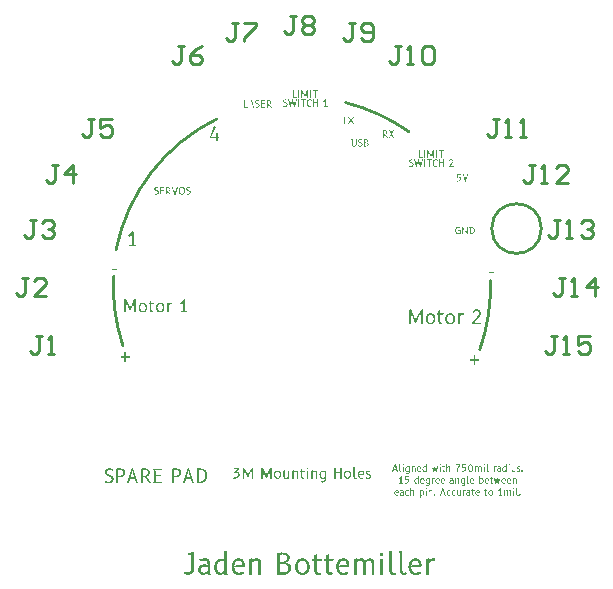
<source format=gbr>
%TF.GenerationSoftware,Altium Limited,Altium Designer,18.1.9 (240)*%
G04 Layer_Color=65535*
%FSLAX26Y26*%
%MOIN*%
%TF.FileFunction,Legend,Top*%
%TF.Part,Single*%
G01*
G75*
%TA.AperFunction,NonConductor*%
%ADD20C,0.010000*%
G36*
X-139240Y622215D02*
X-139140D01*
X-139020Y622205D01*
X-138890Y622195D01*
X-138740Y622185D01*
X-138580Y622165D01*
X-138410Y622145D01*
X-138220Y622125D01*
X-138030Y622095D01*
X-137820Y622065D01*
X-137600Y622025D01*
X-137370Y621985D01*
X-136890Y621875D01*
X-136380Y621745D01*
X-135850Y621585D01*
X-135300Y621395D01*
X-134740Y621175D01*
X-134460Y621045D01*
X-134170Y620915D01*
X-133890Y620765D01*
X-133610Y620615D01*
X-133330Y620445D01*
X-133050Y620265D01*
X-134640Y618245D01*
X-134650Y618255D01*
X-134690Y618275D01*
X-134750Y618305D01*
X-134830Y618355D01*
X-134930Y618405D01*
X-135050Y618475D01*
X-135180Y618535D01*
X-135320Y618615D01*
X-135480Y618695D01*
X-135650Y618775D01*
X-136010Y618935D01*
X-136390Y619085D01*
X-136780Y619215D01*
X-136790D01*
X-136830Y619225D01*
X-136880Y619245D01*
X-136960Y619265D01*
X-137050Y619285D01*
X-137170Y619315D01*
X-137300Y619345D01*
X-137450Y619375D01*
X-137610Y619395D01*
X-137780Y619425D01*
X-137970Y619455D01*
X-138170Y619475D01*
X-138380Y619495D01*
X-138600Y619515D01*
X-139060Y619525D01*
X-139210D01*
X-139290Y619515D01*
X-139490D01*
X-139610Y619505D01*
X-139870Y619485D01*
X-140160Y619445D01*
X-140470Y619405D01*
X-140790Y619345D01*
X-140800D01*
X-140830Y619335D01*
X-140870Y619325D01*
X-140930Y619315D01*
X-141000Y619295D01*
X-141090Y619265D01*
X-141190Y619235D01*
X-141290Y619205D01*
X-141520Y619125D01*
X-141770Y619025D01*
X-142030Y618905D01*
X-142280Y618765D01*
X-142290D01*
X-142310Y618745D01*
X-142340Y618725D01*
X-142390Y618695D01*
X-142500Y618605D01*
X-142650Y618485D01*
X-142810Y618335D01*
X-142990Y618155D01*
X-143160Y617945D01*
X-143320Y617715D01*
Y617705D01*
X-143340Y617685D01*
X-143360Y617655D01*
X-143380Y617605D01*
X-143410Y617535D01*
X-143450Y617465D01*
X-143480Y617375D01*
X-143520Y617275D01*
X-143560Y617165D01*
X-143590Y617045D01*
X-143630Y616915D01*
X-143660Y616775D01*
X-143700Y616475D01*
X-143720Y616135D01*
Y616125D01*
Y616095D01*
Y616045D01*
X-143710Y615985D01*
X-143700Y615905D01*
X-143690Y615815D01*
X-143680Y615705D01*
X-143660Y615595D01*
X-143600Y615345D01*
X-143510Y615085D01*
X-143460Y614945D01*
X-143390Y614805D01*
X-143320Y614675D01*
X-143230Y614545D01*
X-143220Y614535D01*
X-143210Y614515D01*
X-143180Y614475D01*
X-143140Y614435D01*
X-143090Y614375D01*
X-143030Y614305D01*
X-142890Y614145D01*
X-142700Y613955D01*
X-142480Y613755D01*
X-142230Y613545D01*
X-141950Y613345D01*
X-141940Y613335D01*
X-141910Y613325D01*
X-141870Y613295D01*
X-141810Y613255D01*
X-141730Y613205D01*
X-141640Y613155D01*
X-141540Y613095D01*
X-141420Y613025D01*
X-141290Y612955D01*
X-141150Y612875D01*
X-141000Y612795D01*
X-140840Y612705D01*
X-140500Y612535D01*
X-140130Y612365D01*
X-140120D01*
X-140080Y612345D01*
X-140030Y612325D01*
X-139950Y612285D01*
X-139860Y612245D01*
X-139750Y612195D01*
X-139630Y612145D01*
X-139490Y612075D01*
X-139340Y612005D01*
X-139170Y611935D01*
X-138820Y611775D01*
X-138440Y611595D01*
X-138050Y611415D01*
X-138040Y611405D01*
X-138000Y611395D01*
X-137940Y611365D01*
X-137870Y611325D01*
X-137770Y611285D01*
X-137660Y611225D01*
X-137530Y611165D01*
X-137390Y611095D01*
X-137230Y611015D01*
X-137070Y610925D01*
X-136720Y610745D01*
X-136340Y610535D01*
X-135960Y610315D01*
X-135950Y610305D01*
X-135910Y610285D01*
X-135860Y610255D01*
X-135790Y610215D01*
X-135700Y610155D01*
X-135590Y610085D01*
X-135470Y610005D01*
X-135350Y609915D01*
X-135060Y609715D01*
X-134760Y609475D01*
X-134440Y609205D01*
X-134140Y608915D01*
X-134130Y608905D01*
X-134100Y608875D01*
X-134060Y608835D01*
X-134010Y608775D01*
X-133940Y608695D01*
X-133860Y608605D01*
X-133770Y608495D01*
X-133680Y608375D01*
X-133580Y608245D01*
X-133470Y608095D01*
X-133370Y607945D01*
X-133260Y607775D01*
X-133050Y607415D01*
X-132850Y607025D01*
X-132840Y607015D01*
X-132830Y606975D01*
X-132800Y606915D01*
X-132770Y606835D01*
X-132740Y606725D01*
X-132690Y606605D01*
X-132650Y606465D01*
X-132600Y606305D01*
X-132560Y606125D01*
X-132510Y605925D01*
X-132470Y605715D01*
X-132440Y605485D01*
X-132400Y605255D01*
X-132380Y605005D01*
X-132370Y604735D01*
X-132360Y604465D01*
Y604455D01*
Y604415D01*
Y604345D01*
Y604265D01*
X-132370Y604155D01*
X-132380Y604025D01*
X-132390Y603885D01*
X-132400Y603735D01*
X-132420Y603565D01*
X-132440Y603385D01*
X-132500Y603015D01*
X-132580Y602625D01*
X-132690Y602235D01*
Y602225D01*
X-132700Y602185D01*
X-132720Y602135D01*
X-132750Y602065D01*
X-132780Y601975D01*
X-132820Y601865D01*
X-132870Y601755D01*
X-132930Y601625D01*
X-133060Y601335D01*
X-133210Y601025D01*
X-133390Y600705D01*
X-133600Y600395D01*
X-133610Y600385D01*
X-133630Y600355D01*
X-133660Y600315D01*
X-133700Y600255D01*
X-133760Y600185D01*
X-133830Y600105D01*
X-133900Y600005D01*
X-133990Y599905D01*
X-134190Y599685D01*
X-134430Y599445D01*
X-134690Y599195D01*
X-134980Y598955D01*
X-134990Y598945D01*
X-135020Y598925D01*
X-135060Y598895D01*
X-135120Y598855D01*
X-135190Y598805D01*
X-135280Y598745D01*
X-135380Y598675D01*
X-135500Y598595D01*
X-135620Y598525D01*
X-135760Y598435D01*
X-136060Y598265D01*
X-136380Y598095D01*
X-136730Y597935D01*
X-136740D01*
X-136770Y597915D01*
X-136820Y597895D01*
X-136890Y597865D01*
X-136980Y597835D01*
X-137090Y597795D01*
X-137200Y597755D01*
X-137340Y597715D01*
X-137480Y597665D01*
X-137640Y597615D01*
X-137980Y597515D01*
X-138350Y597415D01*
X-138740Y597335D01*
X-138750D01*
X-138790Y597325D01*
X-138840Y597315D01*
X-138920Y597305D01*
X-139020Y597285D01*
X-139130Y597275D01*
X-139260Y597255D01*
X-139400Y597235D01*
X-139560Y597215D01*
X-139730Y597195D01*
X-140090Y597165D01*
X-140480Y597145D01*
X-140890Y597135D01*
X-140990D01*
X-141060Y597145D01*
X-141150D01*
X-141260Y597155D01*
X-141390Y597165D01*
X-141530Y597175D01*
X-141690Y597185D01*
X-141860Y597205D01*
X-142050Y597225D01*
X-142240Y597245D01*
X-142450Y597275D01*
X-142680Y597305D01*
X-142910Y597345D01*
X-143150Y597385D01*
X-143650Y597485D01*
X-144190Y597605D01*
X-144740Y597745D01*
X-145300Y597925D01*
X-145870Y598125D01*
X-146430Y598355D01*
X-146990Y598625D01*
X-147530Y598935D01*
X-146040Y601395D01*
X-146020Y601385D01*
X-145980Y601355D01*
X-145910Y601315D01*
X-145810Y601255D01*
X-145690Y601185D01*
X-145550Y601105D01*
X-145380Y601015D01*
X-145190Y600915D01*
X-145180D01*
X-145170Y600905D01*
X-145140Y600885D01*
X-145100Y600865D01*
X-145040Y600845D01*
X-144980Y600815D01*
X-144840Y600745D01*
X-144660Y600665D01*
X-144460Y600585D01*
X-144240Y600485D01*
X-144000Y600395D01*
X-143990D01*
X-143970Y600385D01*
X-143930Y600375D01*
X-143890Y600355D01*
X-143820Y600335D01*
X-143750Y600305D01*
X-143670Y600285D01*
X-143580Y600255D01*
X-143370Y600185D01*
X-143130Y600115D01*
X-142880Y600045D01*
X-142610Y599985D01*
X-142600D01*
X-142580Y599975D01*
X-142540D01*
X-142480Y599965D01*
X-142420Y599945D01*
X-142340Y599935D01*
X-142250Y599925D01*
X-142150Y599905D01*
X-141920Y599875D01*
X-141670Y599855D01*
X-141400Y599835D01*
X-141120Y599825D01*
X-140950D01*
X-140850Y599835D01*
X-140750D01*
X-140620Y599845D01*
X-140490Y599855D01*
X-140340Y599865D01*
X-140190Y599885D01*
X-139850Y599935D01*
X-139490Y599995D01*
X-139130Y600075D01*
X-139120D01*
X-139090Y600085D01*
X-139040Y600105D01*
X-138970Y600125D01*
X-138880Y600145D01*
X-138780Y600185D01*
X-138670Y600225D01*
X-138550Y600265D01*
X-138280Y600375D01*
X-137990Y600505D01*
X-137690Y600665D01*
X-137400Y600855D01*
X-137390Y600865D01*
X-137370Y600885D01*
X-137330Y600915D01*
X-137270Y600955D01*
X-137210Y601005D01*
X-137130Y601065D01*
X-137050Y601145D01*
X-136960Y601225D01*
X-136760Y601425D01*
X-136560Y601655D01*
X-136350Y601915D01*
X-136170Y602205D01*
X-136160Y602215D01*
X-136150Y602245D01*
X-136130Y602285D01*
X-136100Y602355D01*
X-136060Y602425D01*
X-136020Y602525D01*
X-135980Y602635D01*
X-135930Y602755D01*
X-135890Y602895D01*
X-135850Y603045D01*
X-135810Y603205D01*
X-135770Y603375D01*
X-135740Y603555D01*
X-135720Y603745D01*
X-135700Y603945D01*
Y604155D01*
Y604165D01*
Y604205D01*
Y604255D01*
X-135710Y604335D01*
Y604425D01*
X-135730Y604535D01*
X-135740Y604655D01*
X-135760Y604785D01*
X-135820Y605075D01*
X-135910Y605395D01*
X-135960Y605555D01*
X-136030Y605705D01*
X-136100Y605865D01*
X-136190Y606015D01*
X-136200Y606025D01*
X-136210Y606055D01*
X-136240Y606095D01*
X-136280Y606145D01*
X-136330Y606215D01*
X-136390Y606295D01*
X-136460Y606385D01*
X-136530Y606485D01*
X-136720Y606705D01*
X-136940Y606945D01*
X-137190Y607195D01*
X-137480Y607435D01*
X-137490Y607445D01*
X-137520Y607465D01*
X-137560Y607495D01*
X-137620Y607545D01*
X-137690Y607595D01*
X-137780Y607665D01*
X-137890Y607735D01*
X-138000Y607815D01*
X-138130Y607905D01*
X-138270Y607995D01*
X-138420Y608085D01*
X-138580Y608185D01*
X-138930Y608385D01*
X-139300Y608575D01*
X-139310Y608585D01*
X-139350Y608595D01*
X-139400Y608625D01*
X-139480Y608665D01*
X-139570Y608705D01*
X-139680Y608765D01*
X-139800Y608825D01*
X-139940Y608895D01*
X-140090Y608965D01*
X-140260Y609045D01*
X-140610Y609215D01*
X-140990Y609395D01*
X-141380Y609585D01*
X-141390Y609595D01*
X-141430Y609605D01*
X-141480Y609635D01*
X-141560Y609675D01*
X-141660Y609725D01*
X-141770Y609775D01*
X-141900Y609835D01*
X-142040Y609915D01*
X-142190Y609985D01*
X-142360Y610075D01*
X-142710Y610255D01*
X-143080Y610445D01*
X-143470Y610655D01*
X-143480Y610665D01*
X-143520Y610685D01*
X-143570Y610715D01*
X-143640Y610755D01*
X-143730Y610805D01*
X-143830Y610865D01*
X-143950Y610945D01*
X-144080Y611025D01*
X-144360Y611205D01*
X-144670Y611425D01*
X-144980Y611665D01*
X-145290Y611915D01*
X-145300Y611925D01*
X-145320Y611945D01*
X-145370Y611985D01*
X-145420Y612035D01*
X-145490Y612105D01*
X-145570Y612185D01*
X-145650Y612275D01*
X-145750Y612375D01*
X-145850Y612495D01*
X-145950Y612615D01*
X-146160Y612885D01*
X-146370Y613195D01*
X-146570Y613525D01*
X-146580Y613535D01*
X-146590Y613565D01*
X-146610Y613615D01*
X-146650Y613685D01*
X-146680Y613775D01*
X-146720Y613875D01*
X-146770Y613995D01*
X-146810Y614135D01*
X-146860Y614285D01*
X-146900Y614445D01*
X-146950Y614625D01*
X-146980Y614815D01*
X-147010Y615015D01*
X-147040Y615225D01*
X-147050Y615435D01*
X-147060Y615665D01*
Y615685D01*
Y615735D01*
Y615825D01*
X-147050Y615935D01*
X-147040Y616075D01*
X-147030Y616235D01*
X-147010Y616415D01*
X-146980Y616615D01*
X-146940Y616825D01*
X-146900Y617045D01*
X-146850Y617275D01*
X-146790Y617515D01*
X-146710Y617755D01*
X-146620Y617995D01*
X-146520Y618235D01*
X-146410Y618465D01*
X-146400Y618475D01*
X-146380Y618515D01*
X-146340Y618585D01*
X-146290Y618665D01*
X-146220Y618775D01*
X-146140Y618895D01*
X-146050Y619035D01*
X-145950Y619175D01*
X-145830Y619335D01*
X-145700Y619505D01*
X-145560Y619675D01*
X-145400Y619845D01*
X-145240Y620015D01*
X-145060Y620185D01*
X-144880Y620355D01*
X-144680Y620515D01*
X-144670Y620525D01*
X-144630Y620555D01*
X-144570Y620595D01*
X-144490Y620655D01*
X-144390Y620725D01*
X-144270Y620805D01*
X-144130Y620895D01*
X-143970Y620985D01*
X-143800Y621095D01*
X-143620Y621195D01*
X-143420Y621305D01*
X-143200Y621405D01*
X-142980Y621505D01*
X-142740Y621605D01*
X-142250Y621785D01*
X-142230Y621795D01*
X-142190Y621805D01*
X-142110Y621825D01*
X-142020Y621855D01*
X-141890Y621885D01*
X-141750Y621925D01*
X-141580Y621965D01*
X-141390Y622005D01*
X-141190Y622045D01*
X-140980Y622085D01*
X-140750Y622125D01*
X-140510Y622155D01*
X-140000Y622205D01*
X-139740Y622225D01*
X-139320D01*
X-139240Y622215D01*
D02*
G37*
G36*
X-102260Y622135D02*
X-102080D01*
X-101870Y622125D01*
X-101630Y622105D01*
X-101370Y622095D01*
X-101090Y622065D01*
X-100790Y622035D01*
X-100480Y622005D01*
X-100150Y621955D01*
X-99500Y621855D01*
X-99170Y621785D01*
X-98850Y621705D01*
X-98830D01*
X-98770Y621685D01*
X-98680Y621665D01*
X-98560Y621625D01*
X-98420Y621575D01*
X-98240Y621525D01*
X-98050Y621455D01*
X-97840Y621385D01*
X-97620Y621295D01*
X-97390Y621205D01*
X-96900Y620985D01*
X-96400Y620725D01*
X-96160Y620575D01*
X-95930Y620425D01*
X-95920Y620415D01*
X-95880Y620385D01*
X-95810Y620335D01*
X-95730Y620275D01*
X-95630Y620185D01*
X-95510Y620085D01*
X-95380Y619975D01*
X-95240Y619845D01*
X-95090Y619695D01*
X-94940Y619535D01*
X-94780Y619355D01*
X-94630Y619175D01*
X-94470Y618975D01*
X-94320Y618765D01*
X-94180Y618535D01*
X-94050Y618305D01*
X-94040Y618295D01*
X-94020Y618245D01*
X-93990Y618175D01*
X-93940Y618085D01*
X-93890Y617965D01*
X-93840Y617815D01*
X-93780Y617655D01*
X-93710Y617465D01*
X-93650Y617255D01*
X-93590Y617035D01*
X-93540Y616795D01*
X-93480Y616535D01*
X-93440Y616265D01*
X-93410Y615985D01*
X-93390Y615695D01*
X-93380Y615385D01*
Y615365D01*
Y615305D01*
Y615215D01*
X-93390Y615095D01*
X-93400Y614945D01*
X-93410Y614775D01*
X-93420Y614575D01*
X-93450Y614365D01*
X-93470Y614135D01*
X-93510Y613885D01*
X-93600Y613385D01*
X-93660Y613125D01*
X-93730Y612865D01*
X-93820Y612605D01*
X-93910Y612355D01*
X-93920Y612345D01*
X-93930Y612295D01*
X-93960Y612225D01*
X-94010Y612135D01*
X-94060Y612025D01*
X-94130Y611895D01*
X-94210Y611745D01*
X-94300Y611585D01*
X-94400Y611415D01*
X-94510Y611235D01*
X-94630Y611045D01*
X-94770Y610855D01*
X-94910Y610665D01*
X-95070Y610475D01*
X-95230Y610295D01*
X-95410Y610115D01*
X-95420Y610105D01*
X-95450Y610075D01*
X-95510Y610025D01*
X-95580Y609965D01*
X-95680Y609885D01*
X-95790Y609795D01*
X-95920Y609695D01*
X-96060Y609585D01*
X-96220Y609465D01*
X-96400Y609345D01*
X-96590Y609225D01*
X-96790Y609095D01*
X-97000Y608965D01*
X-97230Y608845D01*
X-97460Y608725D01*
X-97710Y608615D01*
X-97730Y608605D01*
X-97770Y608585D01*
X-97840Y608555D01*
X-97940Y608525D01*
X-98070Y608475D01*
X-98210Y608415D01*
X-98380Y608355D01*
X-98570Y608295D01*
X-98780Y608225D01*
X-99010Y608155D01*
X-99250Y608075D01*
X-99500Y608005D01*
X-99770Y607935D01*
X-100050Y607875D01*
X-100630Y607755D01*
X-98310Y607105D01*
X-91060Y597405D01*
X-94710D01*
X-101960Y607135D01*
X-101970Y607145D01*
X-101990Y607175D01*
X-102030Y607215D01*
X-102080Y607255D01*
X-102140Y607305D01*
X-102210Y607345D01*
X-102290Y607385D01*
X-102370Y607405D01*
X-102380D01*
X-102410Y607415D01*
X-102450D01*
X-102500Y607425D01*
X-102610Y607435D01*
X-102730Y607445D01*
X-104690D01*
Y597405D01*
X-108130D01*
Y618515D01*
X-108700Y621785D01*
X-108670D01*
X-108640Y621795D01*
X-108600D01*
X-108550Y621805D01*
X-108490D01*
X-108330Y621825D01*
X-108140Y621845D01*
X-107920Y621865D01*
X-107670Y621885D01*
X-107400Y621915D01*
X-107370D01*
X-107320Y621925D01*
X-107270D01*
X-107200Y621935D01*
X-107120D01*
X-107020Y621945D01*
X-106920Y621955D01*
X-106680Y621975D01*
X-106410Y621995D01*
X-106120Y622005D01*
X-105810Y622025D01*
X-105770D01*
X-105730Y622035D01*
X-105590D01*
X-105500Y622045D01*
X-105400D01*
X-105290Y622055D01*
X-105040Y622065D01*
X-104760Y622085D01*
X-104460Y622095D01*
X-104150Y622105D01*
X-104070D01*
X-104010Y622115D01*
X-103850D01*
X-103750Y622125D01*
X-103640D01*
X-103400Y622135D01*
X-103150D01*
X-102880Y622145D01*
X-102410D01*
X-102260Y622135D01*
D02*
G37*
G36*
X-114350Y619325D02*
X-124660D01*
X-124330Y616215D01*
Y611885D01*
X-115490D01*
Y609515D01*
X-124330D01*
Y602965D01*
X-124490Y600015D01*
X-113770D01*
X-114100Y597405D01*
X-128010D01*
X-127770Y600675D01*
Y618515D01*
X-128260Y621945D01*
X-114350D01*
Y619325D01*
D02*
G37*
G36*
X-149930Y597405D02*
X-153210D01*
X-155630Y604765D01*
X-163730D01*
X-166120Y597405D01*
X-169130D01*
X-162210Y618675D01*
X-161640Y621945D01*
X-158080Y622275D01*
X-149930Y597405D01*
D02*
G37*
G36*
X-181600Y602965D02*
X-181760Y600015D01*
X-171130D01*
X-171450Y597405D01*
X-185360D01*
X-185040Y600675D01*
Y618515D01*
X-185530Y621945D01*
X-181600Y622275D01*
Y602965D01*
D02*
G37*
G36*
X450185Y429558D02*
X446755D01*
Y445918D01*
X447475Y451158D01*
X447385Y451168D01*
X445735Y446248D01*
X438945Y431678D01*
X437815D01*
X431775Y444608D01*
X429615Y451168D01*
X429515Y451158D01*
X430385Y444298D01*
Y429558D01*
X427115D01*
Y450668D01*
X426655Y454098D01*
X430485Y454428D01*
X437665Y439048D01*
X438565Y434788D01*
X439465Y439048D01*
X446485Y454098D01*
X450185Y454428D01*
Y429558D01*
D02*
G37*
G36*
X481365Y451478D02*
X474655D01*
Y429558D01*
X471225D01*
Y451478D01*
X464425D01*
Y454098D01*
X481365D01*
Y451478D01*
D02*
G37*
G36*
X459845Y429558D02*
X456405D01*
Y450668D01*
X455915Y454098D01*
X459845Y454428D01*
Y429558D01*
D02*
G37*
G36*
X420565D02*
X417125D01*
Y450668D01*
X416635Y454098D01*
X420565Y454428D01*
Y429558D01*
D02*
G37*
G36*
X402565Y435118D02*
X402405Y432168D01*
X413035D01*
X412715Y429558D01*
X398805D01*
X399125Y432828D01*
Y450668D01*
X398635Y454098D01*
X402565Y454428D01*
Y435118D01*
D02*
G37*
G36*
X374040Y424590D02*
X374140D01*
X374260Y424580D01*
X374390Y424570D01*
X374540Y424560D01*
X374700Y424540D01*
X374870Y424520D01*
X375060Y424500D01*
X375250Y424470D01*
X375460Y424440D01*
X375680Y424400D01*
X375910Y424360D01*
X376390Y424250D01*
X376900Y424120D01*
X377430Y423960D01*
X377980Y423770D01*
X378540Y423550D01*
X378820Y423420D01*
X379110Y423290D01*
X379390Y423140D01*
X379670Y422990D01*
X379950Y422820D01*
X380230Y422640D01*
X378640Y420620D01*
X378630Y420630D01*
X378590Y420650D01*
X378530Y420680D01*
X378450Y420730D01*
X378350Y420780D01*
X378230Y420850D01*
X378100Y420910D01*
X377960Y420990D01*
X377800Y421070D01*
X377630Y421150D01*
X377270Y421310D01*
X376890Y421460D01*
X376500Y421590D01*
X376490D01*
X376450Y421600D01*
X376400Y421620D01*
X376320Y421640D01*
X376230Y421660D01*
X376110Y421690D01*
X375980Y421720D01*
X375830Y421750D01*
X375670Y421770D01*
X375500Y421800D01*
X375310Y421830D01*
X375110Y421850D01*
X374900Y421870D01*
X374680Y421890D01*
X374220Y421900D01*
X374070D01*
X373990Y421890D01*
X373790D01*
X373670Y421880D01*
X373410Y421860D01*
X373120Y421820D01*
X372810Y421780D01*
X372490Y421720D01*
X372480D01*
X372450Y421710D01*
X372410Y421700D01*
X372350Y421690D01*
X372280Y421670D01*
X372190Y421640D01*
X372090Y421610D01*
X371990Y421580D01*
X371760Y421500D01*
X371510Y421400D01*
X371250Y421280D01*
X371000Y421140D01*
X370990D01*
X370970Y421120D01*
X370940Y421100D01*
X370890Y421070D01*
X370780Y420980D01*
X370630Y420860D01*
X370470Y420710D01*
X370290Y420530D01*
X370120Y420320D01*
X369960Y420090D01*
Y420080D01*
X369940Y420060D01*
X369920Y420030D01*
X369900Y419980D01*
X369870Y419910D01*
X369830Y419840D01*
X369800Y419750D01*
X369760Y419650D01*
X369720Y419540D01*
X369690Y419420D01*
X369650Y419290D01*
X369620Y419150D01*
X369580Y418850D01*
X369560Y418510D01*
Y418500D01*
Y418470D01*
Y418420D01*
X369570Y418360D01*
X369580Y418280D01*
X369590Y418190D01*
X369600Y418080D01*
X369620Y417970D01*
X369680Y417720D01*
X369770Y417460D01*
X369820Y417320D01*
X369890Y417180D01*
X369960Y417050D01*
X370050Y416920D01*
X370060Y416910D01*
X370070Y416890D01*
X370100Y416850D01*
X370140Y416810D01*
X370190Y416750D01*
X370250Y416680D01*
X370390Y416520D01*
X370580Y416330D01*
X370800Y416130D01*
X371050Y415920D01*
X371330Y415720D01*
X371340Y415710D01*
X371370Y415700D01*
X371410Y415670D01*
X371470Y415630D01*
X371550Y415580D01*
X371640Y415530D01*
X371740Y415470D01*
X371860Y415400D01*
X371990Y415330D01*
X372130Y415250D01*
X372280Y415170D01*
X372440Y415080D01*
X372780Y414910D01*
X373150Y414740D01*
X373160D01*
X373200Y414720D01*
X373250Y414700D01*
X373330Y414660D01*
X373420Y414620D01*
X373530Y414570D01*
X373650Y414520D01*
X373790Y414450D01*
X373940Y414380D01*
X374110Y414310D01*
X374460Y414150D01*
X374840Y413970D01*
X375230Y413790D01*
X375240Y413780D01*
X375280Y413770D01*
X375340Y413740D01*
X375410Y413700D01*
X375510Y413660D01*
X375620Y413600D01*
X375750Y413540D01*
X375890Y413470D01*
X376050Y413390D01*
X376210Y413300D01*
X376560Y413120D01*
X376940Y412910D01*
X377320Y412690D01*
X377330Y412680D01*
X377370Y412660D01*
X377420Y412630D01*
X377490Y412590D01*
X377580Y412530D01*
X377690Y412460D01*
X377810Y412380D01*
X377930Y412290D01*
X378220Y412090D01*
X378520Y411850D01*
X378840Y411580D01*
X379140Y411290D01*
X379150Y411280D01*
X379180Y411250D01*
X379220Y411210D01*
X379270Y411150D01*
X379340Y411070D01*
X379420Y410980D01*
X379510Y410870D01*
X379600Y410750D01*
X379700Y410620D01*
X379810Y410470D01*
X379910Y410320D01*
X380020Y410150D01*
X380230Y409790D01*
X380430Y409400D01*
X380440Y409390D01*
X380450Y409350D01*
X380480Y409290D01*
X380510Y409210D01*
X380540Y409100D01*
X380590Y408980D01*
X380630Y408840D01*
X380680Y408680D01*
X380720Y408500D01*
X380770Y408300D01*
X380810Y408090D01*
X380840Y407860D01*
X380880Y407630D01*
X380900Y407380D01*
X380910Y407110D01*
X380920Y406840D01*
Y406830D01*
Y406790D01*
Y406720D01*
Y406640D01*
X380910Y406530D01*
X380900Y406400D01*
X380890Y406260D01*
X380880Y406110D01*
X380860Y405940D01*
X380840Y405760D01*
X380780Y405390D01*
X380700Y405000D01*
X380590Y404610D01*
Y404600D01*
X380580Y404560D01*
X380560Y404510D01*
X380530Y404440D01*
X380500Y404350D01*
X380460Y404240D01*
X380410Y404130D01*
X380350Y404000D01*
X380220Y403710D01*
X380070Y403400D01*
X379890Y403080D01*
X379680Y402770D01*
X379670Y402760D01*
X379650Y402730D01*
X379620Y402690D01*
X379580Y402630D01*
X379520Y402560D01*
X379450Y402480D01*
X379380Y402380D01*
X379290Y402280D01*
X379090Y402060D01*
X378850Y401820D01*
X378590Y401570D01*
X378300Y401330D01*
X378290Y401320D01*
X378260Y401300D01*
X378220Y401270D01*
X378160Y401230D01*
X378090Y401180D01*
X378000Y401120D01*
X377900Y401050D01*
X377780Y400970D01*
X377660Y400900D01*
X377520Y400810D01*
X377220Y400640D01*
X376900Y400470D01*
X376550Y400310D01*
X376540D01*
X376510Y400290D01*
X376460Y400270D01*
X376390Y400240D01*
X376300Y400210D01*
X376190Y400170D01*
X376080Y400130D01*
X375940Y400090D01*
X375800Y400040D01*
X375640Y399990D01*
X375300Y399890D01*
X374930Y399790D01*
X374540Y399710D01*
X374530D01*
X374490Y399700D01*
X374440Y399690D01*
X374360Y399680D01*
X374260Y399660D01*
X374150Y399650D01*
X374020Y399630D01*
X373880Y399610D01*
X373720Y399590D01*
X373550Y399570D01*
X373190Y399540D01*
X372800Y399520D01*
X372390Y399510D01*
X372290D01*
X372220Y399520D01*
X372130D01*
X372020Y399530D01*
X371890Y399540D01*
X371750Y399550D01*
X371590Y399560D01*
X371420Y399580D01*
X371230Y399600D01*
X371040Y399620D01*
X370830Y399650D01*
X370600Y399680D01*
X370370Y399720D01*
X370130Y399760D01*
X369630Y399860D01*
X369090Y399980D01*
X368540Y400120D01*
X367980Y400300D01*
X367410Y400500D01*
X366850Y400730D01*
X366290Y401000D01*
X365750Y401310D01*
X367240Y403770D01*
X367260Y403760D01*
X367300Y403730D01*
X367370Y403690D01*
X367470Y403630D01*
X367590Y403560D01*
X367730Y403480D01*
X367900Y403390D01*
X368090Y403290D01*
X368100D01*
X368110Y403280D01*
X368140Y403260D01*
X368180Y403240D01*
X368240Y403220D01*
X368300Y403190D01*
X368440Y403120D01*
X368620Y403040D01*
X368820Y402960D01*
X369040Y402860D01*
X369280Y402770D01*
X369290D01*
X369310Y402760D01*
X369350Y402750D01*
X369390Y402730D01*
X369460Y402710D01*
X369530Y402680D01*
X369610Y402660D01*
X369700Y402630D01*
X369910Y402560D01*
X370150Y402490D01*
X370400Y402420D01*
X370670Y402360D01*
X370680D01*
X370700Y402350D01*
X370740D01*
X370800Y402340D01*
X370860Y402320D01*
X370940Y402310D01*
X371030Y402300D01*
X371130Y402280D01*
X371360Y402250D01*
X371610Y402230D01*
X371880Y402210D01*
X372160Y402200D01*
X372330D01*
X372430Y402210D01*
X372530D01*
X372660Y402220D01*
X372790Y402230D01*
X372940Y402240D01*
X373090Y402260D01*
X373430Y402310D01*
X373790Y402370D01*
X374150Y402450D01*
X374160D01*
X374190Y402460D01*
X374240Y402480D01*
X374310Y402500D01*
X374400Y402520D01*
X374500Y402560D01*
X374610Y402600D01*
X374730Y402640D01*
X375000Y402750D01*
X375290Y402880D01*
X375590Y403040D01*
X375880Y403230D01*
X375890Y403240D01*
X375910Y403260D01*
X375950Y403290D01*
X376010Y403330D01*
X376070Y403380D01*
X376150Y403440D01*
X376230Y403520D01*
X376320Y403600D01*
X376520Y403800D01*
X376720Y404030D01*
X376930Y404290D01*
X377110Y404580D01*
X377120Y404590D01*
X377130Y404620D01*
X377150Y404660D01*
X377180Y404730D01*
X377220Y404800D01*
X377260Y404900D01*
X377300Y405010D01*
X377350Y405130D01*
X377390Y405270D01*
X377430Y405420D01*
X377470Y405580D01*
X377510Y405750D01*
X377540Y405930D01*
X377560Y406120D01*
X377580Y406320D01*
Y406530D01*
Y406540D01*
Y406580D01*
Y406630D01*
X377570Y406710D01*
Y406800D01*
X377550Y406910D01*
X377540Y407030D01*
X377520Y407160D01*
X377460Y407450D01*
X377370Y407770D01*
X377320Y407930D01*
X377250Y408080D01*
X377180Y408240D01*
X377090Y408390D01*
X377080Y408400D01*
X377070Y408430D01*
X377040Y408470D01*
X377000Y408520D01*
X376950Y408590D01*
X376890Y408670D01*
X376820Y408760D01*
X376750Y408860D01*
X376560Y409080D01*
X376340Y409320D01*
X376090Y409570D01*
X375800Y409810D01*
X375790Y409820D01*
X375760Y409840D01*
X375720Y409870D01*
X375660Y409920D01*
X375590Y409970D01*
X375500Y410040D01*
X375390Y410110D01*
X375280Y410190D01*
X375150Y410280D01*
X375010Y410370D01*
X374860Y410460D01*
X374700Y410560D01*
X374350Y410760D01*
X373980Y410950D01*
X373970Y410960D01*
X373930Y410970D01*
X373880Y411000D01*
X373800Y411040D01*
X373710Y411080D01*
X373600Y411140D01*
X373480Y411200D01*
X373340Y411270D01*
X373190Y411340D01*
X373020Y411420D01*
X372670Y411590D01*
X372290Y411770D01*
X371900Y411960D01*
X371890Y411970D01*
X371850Y411980D01*
X371800Y412010D01*
X371720Y412050D01*
X371620Y412100D01*
X371510Y412150D01*
X371380Y412210D01*
X371240Y412290D01*
X371090Y412360D01*
X370920Y412450D01*
X370570Y412630D01*
X370200Y412820D01*
X369810Y413030D01*
X369800Y413040D01*
X369760Y413060D01*
X369710Y413090D01*
X369640Y413130D01*
X369550Y413180D01*
X369450Y413240D01*
X369330Y413320D01*
X369200Y413400D01*
X368920Y413580D01*
X368610Y413800D01*
X368300Y414040D01*
X367990Y414290D01*
X367980Y414300D01*
X367960Y414320D01*
X367910Y414360D01*
X367860Y414410D01*
X367790Y414480D01*
X367710Y414560D01*
X367630Y414650D01*
X367530Y414750D01*
X367430Y414870D01*
X367330Y414990D01*
X367120Y415260D01*
X366910Y415570D01*
X366710Y415900D01*
X366700Y415910D01*
X366690Y415940D01*
X366670Y415990D01*
X366630Y416060D01*
X366600Y416150D01*
X366560Y416250D01*
X366510Y416370D01*
X366470Y416510D01*
X366420Y416660D01*
X366380Y416820D01*
X366330Y417000D01*
X366300Y417190D01*
X366270Y417390D01*
X366240Y417600D01*
X366230Y417810D01*
X366220Y418040D01*
Y418060D01*
Y418110D01*
Y418200D01*
X366230Y418310D01*
X366240Y418450D01*
X366250Y418610D01*
X366270Y418790D01*
X366300Y418990D01*
X366340Y419200D01*
X366380Y419420D01*
X366430Y419650D01*
X366490Y419890D01*
X366570Y420130D01*
X366660Y420370D01*
X366760Y420610D01*
X366870Y420840D01*
X366880Y420850D01*
X366900Y420890D01*
X366940Y420960D01*
X366990Y421040D01*
X367060Y421150D01*
X367140Y421270D01*
X367230Y421410D01*
X367330Y421550D01*
X367450Y421710D01*
X367580Y421880D01*
X367720Y422050D01*
X367880Y422220D01*
X368040Y422390D01*
X368220Y422560D01*
X368400Y422730D01*
X368600Y422890D01*
X368610Y422900D01*
X368650Y422930D01*
X368710Y422970D01*
X368790Y423030D01*
X368890Y423100D01*
X369010Y423180D01*
X369150Y423270D01*
X369310Y423360D01*
X369480Y423470D01*
X369660Y423570D01*
X369860Y423680D01*
X370080Y423780D01*
X370300Y423880D01*
X370540Y423980D01*
X371030Y424160D01*
X371050Y424170D01*
X371090Y424180D01*
X371170Y424200D01*
X371260Y424230D01*
X371390Y424260D01*
X371530Y424300D01*
X371700Y424340D01*
X371890Y424380D01*
X372090Y424420D01*
X372300Y424460D01*
X372530Y424500D01*
X372770Y424530D01*
X373280Y424580D01*
X373540Y424600D01*
X373960D01*
X374040Y424590D01*
D02*
G37*
G36*
X455240D02*
X455410Y424580D01*
X455600Y424570D01*
X455820Y424550D01*
X456070Y424530D01*
X456330Y424490D01*
X456610Y424450D01*
X456910Y424410D01*
X457210Y424350D01*
X457520Y424280D01*
X457840Y424200D01*
X458160Y424110D01*
X458470Y424000D01*
X458490Y423990D01*
X458540Y423970D01*
X458630Y423940D01*
X458750Y423890D01*
X458900Y423830D01*
X459060Y423750D01*
X459250Y423670D01*
X459460Y423560D01*
X459680Y423450D01*
X459910Y423320D01*
X460140Y423180D01*
X460390Y423030D01*
X460630Y422860D01*
X460870Y422680D01*
X461100Y422490D01*
X461330Y422280D01*
X459860Y420530D01*
X459850Y420540D01*
X459820Y420550D01*
X459780Y420580D01*
X459720Y420620D01*
X459640Y420660D01*
X459550Y420720D01*
X459440Y420770D01*
X459320Y420840D01*
X459180Y420910D01*
X459030Y420980D01*
X458870Y421060D01*
X458690Y421130D01*
X458500Y421210D01*
X458310Y421290D01*
X458100Y421370D01*
X457880Y421440D01*
X457870D01*
X457830Y421460D01*
X457760Y421480D01*
X457670Y421500D01*
X457560Y421530D01*
X457430Y421570D01*
X457270Y421600D01*
X457100Y421640D01*
X456910Y421680D01*
X456700Y421710D01*
X456480Y421750D01*
X456240Y421780D01*
X455990Y421800D01*
X455730Y421820D01*
X455460Y421840D01*
X454990D01*
X454850Y421830D01*
X454670Y421820D01*
X454470Y421800D01*
X454250Y421780D01*
X454010Y421750D01*
X453750Y421710D01*
X453470Y421650D01*
X453190Y421590D01*
X452910Y421520D01*
X452620Y421430D01*
X452340Y421330D01*
X452060Y421210D01*
X451790Y421080D01*
X451770Y421070D01*
X451730Y421050D01*
X451660Y421000D01*
X451560Y420940D01*
X451440Y420870D01*
X451300Y420770D01*
X451150Y420670D01*
X450980Y420540D01*
X450810Y420410D01*
X450620Y420250D01*
X450430Y420090D01*
X450240Y419900D01*
X450050Y419710D01*
X449860Y419500D01*
X449680Y419280D01*
X449510Y419040D01*
X449500Y419030D01*
X449470Y418980D01*
X449430Y418910D01*
X449370Y418810D01*
X449290Y418690D01*
X449210Y418550D01*
X449120Y418380D01*
X449020Y418190D01*
X448920Y417980D01*
X448810Y417750D01*
X448700Y417500D01*
X448600Y417240D01*
X448500Y416960D01*
X448400Y416670D01*
X448310Y416370D01*
X448230Y416050D01*
Y416030D01*
X448210Y415970D01*
X448190Y415880D01*
X448170Y415750D01*
X448140Y415600D01*
X448100Y415410D01*
X448070Y415190D01*
X448030Y414960D01*
X447990Y414700D01*
X447960Y414420D01*
X447920Y414120D01*
X447890Y413800D01*
X447870Y413470D01*
X447850Y413130D01*
X447830Y412430D01*
Y412420D01*
Y412380D01*
Y412320D01*
Y412240D01*
X447840Y412130D01*
Y412010D01*
X447850Y411870D01*
Y411720D01*
X447860Y411550D01*
X447870Y411370D01*
X447890Y411180D01*
X447910Y410970D01*
X447950Y410550D01*
X448010Y410110D01*
Y410100D01*
X448020Y410060D01*
X448030Y409990D01*
X448040Y409910D01*
X448060Y409800D01*
X448090Y409670D01*
X448110Y409530D01*
X448150Y409370D01*
X448180Y409200D01*
X448220Y409020D01*
X448320Y408630D01*
X448430Y408210D01*
X448560Y407790D01*
Y407780D01*
X448580Y407740D01*
X448600Y407680D01*
X448630Y407600D01*
X448660Y407500D01*
X448710Y407380D01*
X448760Y407250D01*
X448820Y407100D01*
X448880Y406940D01*
X448950Y406770D01*
X449120Y406420D01*
X449300Y406040D01*
X449510Y405660D01*
X449520Y405650D01*
X449540Y405620D01*
X449570Y405560D01*
X449610Y405490D01*
X449670Y405410D01*
X449740Y405310D01*
X449810Y405190D01*
X449900Y405070D01*
X450100Y404800D01*
X450330Y404500D01*
X450590Y404200D01*
X450880Y403910D01*
X450890Y403900D01*
X450920Y403880D01*
X450960Y403840D01*
X451020Y403790D01*
X451100Y403720D01*
X451190Y403650D01*
X451290Y403570D01*
X451410Y403480D01*
X451530Y403390D01*
X451670Y403290D01*
X451820Y403190D01*
X451980Y403090D01*
X452320Y402900D01*
X452690Y402720D01*
X452700D01*
X452740Y402700D01*
X452790Y402680D01*
X452870Y402650D01*
X452970Y402620D01*
X453080Y402580D01*
X453210Y402540D01*
X453360Y402500D01*
X453520Y402460D01*
X453700Y402420D01*
X453880Y402380D01*
X454080Y402350D01*
X454290Y402320D01*
X454510Y402300D01*
X454740Y402290D01*
X454970Y402280D01*
X455230D01*
X455410Y402290D01*
X455620D01*
X455840Y402310D01*
X456070Y402320D01*
X456300Y402340D01*
X456330D01*
X456360Y402350D01*
X456400D01*
X456460Y402360D01*
X456520Y402370D01*
X456680Y402390D01*
X456850Y402420D01*
X457050Y402460D01*
X457260Y402500D01*
X457470Y402550D01*
X457480D01*
X457500Y402560D01*
X457530Y402570D01*
X457570Y402580D01*
X457680Y402610D01*
X457830Y402660D01*
X458000Y402710D01*
X458190Y402780D01*
X458390Y402850D01*
X458600Y402940D01*
X458610D01*
X458630Y402950D01*
X458660Y402960D01*
X458700Y402980D01*
X458750Y403010D01*
X458810Y403040D01*
X458960Y403110D01*
X459140Y403190D01*
X459340Y403290D01*
X459560Y403410D01*
X459790Y403540D01*
X461050Y401480D01*
X461030Y401470D01*
X460990Y401430D01*
X460920Y401380D01*
X460820Y401300D01*
X460690Y401220D01*
X460540Y401110D01*
X460370Y401000D01*
X460180Y400880D01*
X459970Y400760D01*
X459740Y400630D01*
X459490Y400500D01*
X459240Y400380D01*
X458970Y400260D01*
X458680Y400150D01*
X458390Y400040D01*
X458090Y399950D01*
X458070D01*
X458020Y399930D01*
X457930Y399910D01*
X457810Y399880D01*
X457660Y399850D01*
X457480Y399810D01*
X457270Y399770D01*
X457040Y399730D01*
X456790Y399690D01*
X456510Y399650D01*
X456220Y399610D01*
X455910Y399580D01*
X455580Y399550D01*
X455250Y399530D01*
X454900Y399520D01*
X454540Y399510D01*
X454380D01*
X454310Y399520D01*
X454230D01*
X454140Y399530D01*
X453940Y399540D01*
X453690Y399560D01*
X453420Y399590D01*
X453130Y399640D01*
X452810Y399690D01*
X452470Y399760D01*
X452120Y399840D01*
X451760Y399940D01*
X451390Y400050D01*
X451020Y400190D01*
X450660Y400340D01*
X450300Y400520D01*
X450290D01*
X450280Y400530D01*
X450250Y400550D01*
X450220Y400570D01*
X450120Y400630D01*
X449990Y400710D01*
X449820Y400810D01*
X449640Y400940D01*
X449430Y401080D01*
X449200Y401250D01*
X448950Y401440D01*
X448700Y401640D01*
X448430Y401870D01*
X448160Y402120D01*
X447890Y402380D01*
X447620Y402670D01*
X447360Y402970D01*
X447110Y403290D01*
Y403300D01*
X447100Y403310D01*
X447050Y403370D01*
X446980Y403470D01*
X446890Y403600D01*
X446790Y403770D01*
X446660Y403970D01*
X446520Y404200D01*
X446370Y404460D01*
X446210Y404740D01*
X446040Y405060D01*
X445880Y405390D01*
X445710Y405750D01*
X445550Y406130D01*
X445390Y406530D01*
X445240Y406950D01*
X445100Y407380D01*
Y407390D01*
X445090Y407410D01*
X445080Y407440D01*
X445070Y407490D01*
X445060Y407540D01*
X445040Y407610D01*
X445020Y407700D01*
X444990Y407790D01*
X444970Y407890D01*
X444940Y408000D01*
X444910Y408130D01*
X444880Y408260D01*
X444820Y408550D01*
X444760Y408880D01*
X444690Y409240D01*
X444630Y409630D01*
X444570Y410040D01*
X444520Y410480D01*
X444470Y410930D01*
X444440Y411400D01*
X444420Y411890D01*
X444410Y412380D01*
Y412390D01*
Y412410D01*
Y412440D01*
Y412490D01*
Y412550D01*
Y412620D01*
X444420Y412710D01*
Y412800D01*
Y412910D01*
X444430Y413020D01*
X444440Y413280D01*
X444460Y413570D01*
X444490Y413890D01*
X444520Y414240D01*
X444560Y414610D01*
X444620Y415000D01*
X444680Y415400D01*
X444750Y415810D01*
X444830Y416220D01*
X444930Y416640D01*
X445040Y417060D01*
Y417070D01*
X445050Y417090D01*
X445060Y417120D01*
X445070Y417160D01*
X445090Y417210D01*
X445110Y417280D01*
X445160Y417430D01*
X445230Y417630D01*
X445310Y417850D01*
X445400Y418100D01*
X445520Y418380D01*
X445640Y418680D01*
X445790Y418990D01*
X445940Y419310D01*
X446120Y419640D01*
X446300Y419980D01*
X446510Y420310D01*
X446730Y420640D01*
X446960Y420960D01*
X446980Y420980D01*
X447020Y421030D01*
X447090Y421120D01*
X447190Y421240D01*
X447320Y421380D01*
X447480Y421540D01*
X447650Y421730D01*
X447860Y421920D01*
X448080Y422130D01*
X448330Y422350D01*
X448600Y422570D01*
X448890Y422790D01*
X449200Y423010D01*
X449530Y423220D01*
X449880Y423430D01*
X450240Y423620D01*
X450250D01*
X450260Y423630D01*
X450290Y423640D01*
X450330Y423660D01*
X450380Y423680D01*
X450440Y423710D01*
X450510Y423740D01*
X450590Y423770D01*
X450780Y423850D01*
X451010Y423930D01*
X451270Y424020D01*
X451570Y424110D01*
X451900Y424200D01*
X452250Y424290D01*
X452640Y424370D01*
X453050Y424450D01*
X453490Y424510D01*
X453940Y424560D01*
X454420Y424590D01*
X454920Y424600D01*
X455100D01*
X455240Y424590D01*
D02*
G37*
G36*
X482560Y399780D02*
X479210D01*
Y411640D01*
X468900D01*
Y399780D01*
X465540D01*
Y420890D01*
X465070Y424320D01*
X468900Y424650D01*
Y414260D01*
X479210D01*
Y424360D01*
X482560Y424650D01*
Y399780D01*
D02*
G37*
G36*
X507150Y424590D02*
X507290Y424580D01*
X507460Y424570D01*
X507650Y424550D01*
X507860Y424530D01*
X508080Y424500D01*
X508310Y424460D01*
X508560Y424410D01*
X508810Y424350D01*
X509060Y424280D01*
X509310Y424210D01*
X509560Y424110D01*
X509810Y424010D01*
X509830Y424000D01*
X509870Y423980D01*
X509940Y423950D01*
X510030Y423900D01*
X510140Y423840D01*
X510270Y423770D01*
X510410Y423690D01*
X510570Y423600D01*
X510730Y423490D01*
X510910Y423370D01*
X511090Y423250D01*
X511270Y423110D01*
X511640Y422800D01*
X511990Y422460D01*
X512000Y422450D01*
X512030Y422420D01*
X512080Y422360D01*
X512140Y422290D01*
X512210Y422200D01*
X512300Y422100D01*
X512390Y421970D01*
X512500Y421830D01*
X512610Y421680D01*
X512720Y421520D01*
X512830Y421340D01*
X512940Y421150D01*
X513050Y420950D01*
X513160Y420740D01*
X513260Y420520D01*
X513350Y420300D01*
X513360Y420290D01*
X513370Y420250D01*
X513390Y420180D01*
X513420Y420090D01*
X513460Y419980D01*
X513500Y419850D01*
X513540Y419700D01*
X513590Y419540D01*
X513630Y419360D01*
X513670Y419170D01*
X513710Y418960D01*
X513750Y418750D01*
X513800Y418300D01*
X513820Y418070D01*
Y417840D01*
Y417830D01*
Y417780D01*
Y417720D01*
X513810Y417630D01*
Y417510D01*
X513800Y417380D01*
X513780Y417230D01*
X513760Y417070D01*
X513740Y416890D01*
X513710Y416700D01*
X513620Y416300D01*
X513510Y415870D01*
X513430Y415660D01*
X513350Y415440D01*
X513340Y415430D01*
X513330Y415390D01*
X513300Y415330D01*
X513270Y415250D01*
X513220Y415150D01*
X513170Y415030D01*
X513100Y414890D01*
X513030Y414750D01*
X512950Y414590D01*
X512860Y414420D01*
X512670Y414050D01*
X512440Y413670D01*
X512190Y413280D01*
X512180Y413270D01*
X512160Y413230D01*
X512120Y413180D01*
X512070Y413110D01*
X512010Y413020D01*
X511930Y412910D01*
X511840Y412790D01*
X511740Y412660D01*
X511640Y412520D01*
X511520Y412360D01*
X511270Y412040D01*
X510990Y411700D01*
X510690Y411360D01*
X510680Y411350D01*
X510650Y411320D01*
X510610Y411270D01*
X510550Y411210D01*
X510480Y411130D01*
X510400Y411030D01*
X510310Y410930D01*
X510210Y410810D01*
X509980Y410550D01*
X509730Y410270D01*
X509480Y409980D01*
X509220Y409680D01*
X509210Y409670D01*
X509180Y409640D01*
X509140Y409580D01*
X509070Y409510D01*
X509000Y409420D01*
X508910Y409310D01*
X508800Y409190D01*
X508690Y409060D01*
X508560Y408910D01*
X508430Y408760D01*
X508140Y408430D01*
X507840Y408070D01*
X507520Y407710D01*
X507510Y407700D01*
X507480Y407670D01*
X507440Y407620D01*
X507380Y407550D01*
X507300Y407460D01*
X507210Y407360D01*
X507110Y407240D01*
X507000Y407110D01*
X506880Y406980D01*
X506750Y406830D01*
X506470Y406510D01*
X506180Y406170D01*
X505890Y405820D01*
X505880Y405810D01*
X505860Y405780D01*
X505810Y405730D01*
X505760Y405660D01*
X505690Y405580D01*
X505610Y405480D01*
X505520Y405370D01*
X505420Y405250D01*
X505310Y405120D01*
X505190Y404980D01*
X504950Y404680D01*
X504690Y404360D01*
X504440Y404040D01*
X504430Y404030D01*
X504410Y404000D01*
X504380Y403960D01*
X504330Y403890D01*
X504270Y403820D01*
X504200Y403730D01*
X504130Y403620D01*
X504040Y403510D01*
X503860Y403260D01*
X503670Y402980D01*
X503470Y402690D01*
X503280Y402390D01*
X514250D01*
Y399780D01*
X499450D01*
Y402520D01*
X499460Y402530D01*
X499490Y402580D01*
X499530Y402640D01*
X499590Y402730D01*
X499660Y402850D01*
X499750Y402980D01*
X499850Y403130D01*
X499960Y403300D01*
X500080Y403480D01*
X500210Y403670D01*
X500350Y403870D01*
X500500Y404080D01*
X500810Y404520D01*
X501140Y404970D01*
X501150Y404980D01*
X501180Y405020D01*
X501230Y405090D01*
X501300Y405180D01*
X501380Y405280D01*
X501480Y405410D01*
X501590Y405550D01*
X501710Y405710D01*
X501840Y405880D01*
X501990Y406060D01*
X502300Y406460D01*
X502630Y406870D01*
X502970Y407290D01*
X502980Y407300D01*
X503010Y407340D01*
X503060Y407400D01*
X503130Y407480D01*
X503210Y407580D01*
X503310Y407700D01*
X503420Y407830D01*
X503550Y407980D01*
X503680Y408140D01*
X503830Y408310D01*
X504130Y408670D01*
X504460Y409040D01*
X504800Y409420D01*
X504810Y409430D01*
X504840Y409470D01*
X504890Y409520D01*
X504950Y409590D01*
X505030Y409680D01*
X505130Y409780D01*
X505230Y409900D01*
X505350Y410030D01*
X505600Y410310D01*
X505880Y410620D01*
X506170Y410940D01*
X506460Y411260D01*
X506470Y411270D01*
X506500Y411300D01*
X506540Y411350D01*
X506600Y411420D01*
X506680Y411500D01*
X506760Y411590D01*
X506860Y411700D01*
X506970Y411820D01*
X507210Y412090D01*
X507480Y412380D01*
X507760Y412680D01*
X508040Y412990D01*
X508050Y413000D01*
X508070Y413030D01*
X508110Y413070D01*
X508170Y413130D01*
X508230Y413200D01*
X508310Y413290D01*
X508400Y413390D01*
X508490Y413500D01*
X508700Y413740D01*
X508920Y414010D01*
X509150Y414300D01*
X509370Y414600D01*
X509380Y414610D01*
X509400Y414640D01*
X509430Y414680D01*
X509460Y414740D01*
X509510Y414810D01*
X509570Y414900D01*
X509630Y415000D01*
X509700Y415100D01*
X509840Y415350D01*
X509990Y415630D01*
X510140Y415920D01*
X510280Y416230D01*
Y416240D01*
X510300Y416270D01*
X510310Y416310D01*
X510340Y416380D01*
X510360Y416450D01*
X510390Y416540D01*
X510420Y416650D01*
X510460Y416770D01*
X510490Y416890D01*
X510520Y417030D01*
X510580Y417340D01*
X510620Y417670D01*
X510630Y418020D01*
Y418030D01*
Y418060D01*
Y418100D01*
Y418150D01*
X510620Y418220D01*
X510610Y418310D01*
Y418400D01*
X510590Y418500D01*
X510560Y418730D01*
X510500Y418980D01*
X510430Y419240D01*
X510330Y419500D01*
Y419510D01*
X510320Y419530D01*
X510300Y419570D01*
X510280Y419620D01*
X510250Y419680D01*
X510210Y419750D01*
X510120Y419910D01*
X510000Y420100D01*
X509860Y420310D01*
X509700Y420510D01*
X509510Y420710D01*
X509500Y420720D01*
X509490Y420730D01*
X509460Y420760D01*
X509420Y420800D01*
X509360Y420840D01*
X509300Y420890D01*
X509150Y421010D01*
X508970Y421140D01*
X508750Y421280D01*
X508510Y421410D01*
X508240Y421530D01*
X508230D01*
X508210Y421540D01*
X508170Y421560D01*
X508110Y421580D01*
X508040Y421600D01*
X507960Y421630D01*
X507870Y421660D01*
X507760Y421690D01*
X507640Y421710D01*
X507520Y421740D01*
X507240Y421790D01*
X506940Y421830D01*
X506620Y421840D01*
X506450D01*
X506370Y421830D01*
X506270D01*
X506150Y421820D01*
X506030Y421810D01*
X505760Y421770D01*
X505470Y421730D01*
X505170Y421660D01*
X504890Y421570D01*
X504880D01*
X504860Y421560D01*
X504820Y421540D01*
X504770Y421520D01*
X504710Y421490D01*
X504630Y421460D01*
X504460Y421380D01*
X504260Y421280D01*
X504050Y421150D01*
X503830Y421010D01*
X503620Y420850D01*
X503610D01*
X503600Y420830D01*
X503570Y420810D01*
X503530Y420770D01*
X503430Y420680D01*
X503300Y420560D01*
X503150Y420420D01*
X502990Y420250D01*
X502830Y420060D01*
X502670Y419860D01*
Y419850D01*
X502650Y419840D01*
X502630Y419810D01*
X502600Y419770D01*
X502530Y419660D01*
X502430Y419520D01*
X502310Y419350D01*
X502190Y419160D01*
X502050Y418970D01*
X501920Y418760D01*
X499620Y419740D01*
X499630Y419750D01*
X499640Y419790D01*
X499660Y419840D01*
X499700Y419920D01*
X499740Y420010D01*
X499790Y420120D01*
X499850Y420250D01*
X499910Y420380D01*
X499990Y420530D01*
X500070Y420680D01*
X500250Y421010D01*
X500460Y421350D01*
X500700Y421690D01*
X500710Y421700D01*
X500730Y421730D01*
X500770Y421780D01*
X500820Y421840D01*
X500880Y421920D01*
X500960Y422010D01*
X501050Y422110D01*
X501150Y422220D01*
X501260Y422340D01*
X501380Y422460D01*
X501650Y422720D01*
X501940Y422980D01*
X502270Y423230D01*
X502280Y423240D01*
X502310Y423260D01*
X502360Y423290D01*
X502430Y423340D01*
X502510Y423390D01*
X502620Y423450D01*
X502730Y423520D01*
X502860Y423600D01*
X503010Y423680D01*
X503160Y423760D01*
X503330Y423850D01*
X503510Y423930D01*
X503900Y424090D01*
X504310Y424240D01*
X504320D01*
X504360Y424260D01*
X504430Y424270D01*
X504510Y424300D01*
X504620Y424320D01*
X504750Y424350D01*
X504900Y424390D01*
X505060Y424420D01*
X505240Y424450D01*
X505440Y424490D01*
X505650Y424520D01*
X505880Y424540D01*
X506110Y424570D01*
X506360Y424580D01*
X506870Y424600D01*
X507030D01*
X507150Y424590D01*
D02*
G37*
G36*
X441560Y421700D02*
X434850D01*
Y399780D01*
X431420D01*
Y421700D01*
X424620D01*
Y424320D01*
X441560D01*
Y421700D01*
D02*
G37*
G36*
X420040Y399780D02*
X416600D01*
Y420890D01*
X416110Y424320D01*
X420040Y424650D01*
Y399780D01*
D02*
G37*
G36*
X390950Y407300D02*
X391990Y401410D01*
X392060D01*
X392420Y407300D01*
X396680Y424320D01*
X399240D01*
X403480Y407300D01*
X404530Y401410D01*
X404600D01*
X404970Y407300D01*
X409230Y424320D01*
X412090D01*
X405970Y399780D01*
X402170D01*
X398560Y414260D01*
X398080Y420120D01*
X397040Y414260D01*
X393420Y399780D01*
X389620D01*
X383500Y424320D01*
X386630Y424650D01*
X390950Y407300D01*
D02*
G37*
G36*
X-368820Y332240D02*
X-368720D01*
X-368600Y332230D01*
X-368470Y332220D01*
X-368320Y332210D01*
X-368160Y332190D01*
X-367990Y332170D01*
X-367800Y332150D01*
X-367610Y332120D01*
X-367400Y332090D01*
X-367180Y332050D01*
X-366950Y332010D01*
X-366470Y331900D01*
X-365960Y331770D01*
X-365430Y331610D01*
X-364880Y331420D01*
X-364320Y331200D01*
X-364040Y331070D01*
X-363750Y330940D01*
X-363470Y330790D01*
X-363190Y330640D01*
X-362910Y330470D01*
X-362630Y330290D01*
X-364220Y328270D01*
X-364230Y328280D01*
X-364270Y328300D01*
X-364330Y328330D01*
X-364410Y328380D01*
X-364510Y328430D01*
X-364630Y328500D01*
X-364760Y328560D01*
X-364900Y328640D01*
X-365060Y328720D01*
X-365230Y328800D01*
X-365590Y328960D01*
X-365970Y329110D01*
X-366360Y329240D01*
X-366370D01*
X-366410Y329250D01*
X-366460Y329270D01*
X-366540Y329290D01*
X-366630Y329310D01*
X-366750Y329340D01*
X-366880Y329370D01*
X-367030Y329400D01*
X-367190Y329420D01*
X-367360Y329450D01*
X-367550Y329480D01*
X-367750Y329500D01*
X-367960Y329520D01*
X-368180Y329540D01*
X-368640Y329550D01*
X-368790D01*
X-368870Y329540D01*
X-369070D01*
X-369190Y329530D01*
X-369450Y329510D01*
X-369740Y329470D01*
X-370050Y329430D01*
X-370370Y329370D01*
X-370380D01*
X-370410Y329360D01*
X-370450Y329350D01*
X-370510Y329340D01*
X-370580Y329320D01*
X-370670Y329290D01*
X-370770Y329260D01*
X-370870Y329230D01*
X-371100Y329150D01*
X-371350Y329050D01*
X-371610Y328930D01*
X-371860Y328790D01*
X-371870D01*
X-371890Y328770D01*
X-371920Y328750D01*
X-371970Y328720D01*
X-372080Y328630D01*
X-372230Y328510D01*
X-372390Y328360D01*
X-372570Y328180D01*
X-372740Y327970D01*
X-372900Y327740D01*
Y327730D01*
X-372920Y327710D01*
X-372940Y327680D01*
X-372960Y327630D01*
X-372990Y327560D01*
X-373030Y327490D01*
X-373060Y327400D01*
X-373100Y327300D01*
X-373140Y327190D01*
X-373170Y327070D01*
X-373210Y326940D01*
X-373240Y326800D01*
X-373280Y326500D01*
X-373300Y326160D01*
Y326150D01*
Y326120D01*
Y326070D01*
X-373290Y326010D01*
X-373280Y325930D01*
X-373270Y325840D01*
X-373260Y325730D01*
X-373240Y325620D01*
X-373180Y325370D01*
X-373090Y325110D01*
X-373040Y324970D01*
X-372970Y324830D01*
X-372900Y324700D01*
X-372810Y324570D01*
X-372800Y324560D01*
X-372790Y324540D01*
X-372760Y324500D01*
X-372720Y324460D01*
X-372670Y324400D01*
X-372610Y324330D01*
X-372470Y324170D01*
X-372280Y323980D01*
X-372060Y323780D01*
X-371810Y323570D01*
X-371530Y323370D01*
X-371520Y323360D01*
X-371490Y323350D01*
X-371450Y323320D01*
X-371390Y323280D01*
X-371310Y323230D01*
X-371220Y323180D01*
X-371120Y323120D01*
X-371000Y323050D01*
X-370870Y322980D01*
X-370730Y322900D01*
X-370580Y322820D01*
X-370420Y322730D01*
X-370080Y322560D01*
X-369710Y322390D01*
X-369700D01*
X-369660Y322370D01*
X-369610Y322350D01*
X-369530Y322310D01*
X-369440Y322270D01*
X-369330Y322220D01*
X-369210Y322170D01*
X-369070Y322100D01*
X-368920Y322030D01*
X-368750Y321960D01*
X-368400Y321800D01*
X-368020Y321620D01*
X-367630Y321440D01*
X-367620Y321430D01*
X-367580Y321420D01*
X-367520Y321390D01*
X-367450Y321350D01*
X-367350Y321310D01*
X-367240Y321250D01*
X-367110Y321190D01*
X-366970Y321120D01*
X-366810Y321040D01*
X-366650Y320950D01*
X-366300Y320770D01*
X-365920Y320560D01*
X-365540Y320340D01*
X-365530Y320330D01*
X-365490Y320310D01*
X-365440Y320280D01*
X-365370Y320240D01*
X-365280Y320180D01*
X-365170Y320110D01*
X-365050Y320030D01*
X-364930Y319940D01*
X-364640Y319740D01*
X-364340Y319500D01*
X-364020Y319230D01*
X-363720Y318940D01*
X-363710Y318930D01*
X-363680Y318900D01*
X-363640Y318860D01*
X-363590Y318800D01*
X-363520Y318720D01*
X-363440Y318630D01*
X-363350Y318520D01*
X-363260Y318400D01*
X-363160Y318270D01*
X-363050Y318120D01*
X-362950Y317970D01*
X-362840Y317800D01*
X-362630Y317440D01*
X-362430Y317050D01*
X-362420Y317040D01*
X-362410Y317000D01*
X-362380Y316940D01*
X-362350Y316860D01*
X-362320Y316750D01*
X-362270Y316630D01*
X-362230Y316490D01*
X-362180Y316330D01*
X-362140Y316150D01*
X-362090Y315950D01*
X-362050Y315740D01*
X-362020Y315510D01*
X-361980Y315280D01*
X-361960Y315030D01*
X-361950Y314760D01*
X-361940Y314490D01*
Y314480D01*
Y314440D01*
Y314370D01*
Y314290D01*
X-361950Y314180D01*
X-361960Y314050D01*
X-361970Y313910D01*
X-361980Y313760D01*
X-362000Y313590D01*
X-362020Y313410D01*
X-362080Y313040D01*
X-362160Y312650D01*
X-362270Y312260D01*
Y312250D01*
X-362280Y312210D01*
X-362300Y312160D01*
X-362330Y312090D01*
X-362360Y312000D01*
X-362400Y311890D01*
X-362450Y311780D01*
X-362510Y311650D01*
X-362640Y311360D01*
X-362790Y311050D01*
X-362970Y310730D01*
X-363180Y310420D01*
X-363190Y310410D01*
X-363210Y310380D01*
X-363240Y310340D01*
X-363280Y310280D01*
X-363340Y310210D01*
X-363410Y310130D01*
X-363480Y310030D01*
X-363570Y309930D01*
X-363770Y309710D01*
X-364010Y309470D01*
X-364270Y309220D01*
X-364560Y308980D01*
X-364570Y308970D01*
X-364600Y308950D01*
X-364640Y308920D01*
X-364700Y308880D01*
X-364770Y308830D01*
X-364860Y308770D01*
X-364960Y308700D01*
X-365080Y308620D01*
X-365200Y308550D01*
X-365340Y308460D01*
X-365640Y308290D01*
X-365960Y308120D01*
X-366310Y307960D01*
X-366320D01*
X-366350Y307940D01*
X-366400Y307920D01*
X-366470Y307890D01*
X-366560Y307860D01*
X-366670Y307820D01*
X-366780Y307780D01*
X-366920Y307740D01*
X-367060Y307690D01*
X-367220Y307640D01*
X-367560Y307540D01*
X-367930Y307440D01*
X-368320Y307360D01*
X-368330D01*
X-368370Y307350D01*
X-368420Y307340D01*
X-368500Y307330D01*
X-368600Y307310D01*
X-368710Y307300D01*
X-368840Y307280D01*
X-368980Y307260D01*
X-369140Y307240D01*
X-369310Y307220D01*
X-369670Y307190D01*
X-370060Y307170D01*
X-370470Y307160D01*
X-370570D01*
X-370640Y307170D01*
X-370730D01*
X-370840Y307180D01*
X-370970Y307190D01*
X-371110Y307200D01*
X-371270Y307210D01*
X-371440Y307230D01*
X-371630Y307250D01*
X-371820Y307270D01*
X-372030Y307300D01*
X-372260Y307330D01*
X-372490Y307370D01*
X-372730Y307410D01*
X-373230Y307510D01*
X-373770Y307630D01*
X-374320Y307770D01*
X-374880Y307950D01*
X-375450Y308150D01*
X-376010Y308380D01*
X-376570Y308650D01*
X-377110Y308960D01*
X-375620Y311420D01*
X-375600Y311410D01*
X-375560Y311380D01*
X-375490Y311340D01*
X-375390Y311280D01*
X-375270Y311210D01*
X-375130Y311130D01*
X-374960Y311040D01*
X-374770Y310940D01*
X-374760D01*
X-374750Y310930D01*
X-374720Y310910D01*
X-374680Y310890D01*
X-374620Y310870D01*
X-374560Y310840D01*
X-374420Y310770D01*
X-374240Y310690D01*
X-374040Y310610D01*
X-373820Y310510D01*
X-373580Y310420D01*
X-373570D01*
X-373550Y310410D01*
X-373510Y310400D01*
X-373470Y310380D01*
X-373400Y310360D01*
X-373330Y310330D01*
X-373250Y310310D01*
X-373160Y310280D01*
X-372950Y310210D01*
X-372710Y310140D01*
X-372460Y310070D01*
X-372190Y310010D01*
X-372180D01*
X-372160Y310000D01*
X-372120D01*
X-372060Y309990D01*
X-372000Y309970D01*
X-371920Y309960D01*
X-371830Y309950D01*
X-371730Y309930D01*
X-371500Y309900D01*
X-371250Y309880D01*
X-370980Y309860D01*
X-370700Y309850D01*
X-370530D01*
X-370430Y309860D01*
X-370330D01*
X-370200Y309870D01*
X-370070Y309880D01*
X-369920Y309890D01*
X-369770Y309910D01*
X-369430Y309960D01*
X-369070Y310020D01*
X-368710Y310100D01*
X-368700D01*
X-368670Y310110D01*
X-368620Y310130D01*
X-368550Y310150D01*
X-368460Y310170D01*
X-368360Y310210D01*
X-368250Y310250D01*
X-368130Y310290D01*
X-367860Y310400D01*
X-367570Y310530D01*
X-367270Y310690D01*
X-366980Y310880D01*
X-366970Y310890D01*
X-366950Y310910D01*
X-366910Y310940D01*
X-366850Y310980D01*
X-366790Y311030D01*
X-366710Y311090D01*
X-366630Y311170D01*
X-366540Y311250D01*
X-366340Y311450D01*
X-366140Y311680D01*
X-365930Y311940D01*
X-365750Y312230D01*
X-365740Y312240D01*
X-365730Y312270D01*
X-365710Y312310D01*
X-365680Y312380D01*
X-365640Y312450D01*
X-365600Y312550D01*
X-365560Y312660D01*
X-365510Y312780D01*
X-365470Y312920D01*
X-365430Y313070D01*
X-365390Y313230D01*
X-365350Y313400D01*
X-365320Y313580D01*
X-365300Y313770D01*
X-365280Y313970D01*
Y314180D01*
Y314190D01*
Y314230D01*
Y314280D01*
X-365290Y314360D01*
Y314450D01*
X-365310Y314560D01*
X-365320Y314680D01*
X-365340Y314810D01*
X-365400Y315100D01*
X-365490Y315420D01*
X-365540Y315580D01*
X-365610Y315730D01*
X-365680Y315890D01*
X-365770Y316040D01*
X-365780Y316050D01*
X-365790Y316080D01*
X-365820Y316120D01*
X-365860Y316170D01*
X-365910Y316240D01*
X-365970Y316320D01*
X-366040Y316410D01*
X-366110Y316510D01*
X-366300Y316730D01*
X-366520Y316970D01*
X-366770Y317220D01*
X-367060Y317460D01*
X-367070Y317470D01*
X-367100Y317490D01*
X-367140Y317520D01*
X-367200Y317570D01*
X-367270Y317620D01*
X-367360Y317690D01*
X-367470Y317760D01*
X-367580Y317840D01*
X-367710Y317930D01*
X-367850Y318020D01*
X-368000Y318110D01*
X-368160Y318210D01*
X-368510Y318410D01*
X-368880Y318600D01*
X-368890Y318610D01*
X-368930Y318620D01*
X-368980Y318650D01*
X-369060Y318690D01*
X-369150Y318730D01*
X-369260Y318790D01*
X-369380Y318850D01*
X-369520Y318920D01*
X-369670Y318990D01*
X-369840Y319070D01*
X-370190Y319240D01*
X-370570Y319420D01*
X-370960Y319610D01*
X-370970Y319620D01*
X-371010Y319630D01*
X-371060Y319660D01*
X-371140Y319700D01*
X-371240Y319750D01*
X-371350Y319800D01*
X-371480Y319860D01*
X-371620Y319940D01*
X-371770Y320010D01*
X-371940Y320100D01*
X-372290Y320280D01*
X-372660Y320470D01*
X-373050Y320680D01*
X-373060Y320690D01*
X-373100Y320710D01*
X-373150Y320740D01*
X-373220Y320780D01*
X-373310Y320830D01*
X-373410Y320890D01*
X-373530Y320970D01*
X-373660Y321050D01*
X-373940Y321230D01*
X-374250Y321450D01*
X-374560Y321690D01*
X-374870Y321940D01*
X-374880Y321950D01*
X-374900Y321970D01*
X-374950Y322010D01*
X-375000Y322060D01*
X-375070Y322130D01*
X-375150Y322210D01*
X-375230Y322300D01*
X-375330Y322400D01*
X-375430Y322520D01*
X-375530Y322640D01*
X-375740Y322910D01*
X-375950Y323220D01*
X-376150Y323550D01*
X-376160Y323560D01*
X-376170Y323590D01*
X-376190Y323640D01*
X-376230Y323710D01*
X-376260Y323800D01*
X-376300Y323900D01*
X-376350Y324020D01*
X-376390Y324160D01*
X-376440Y324310D01*
X-376480Y324470D01*
X-376530Y324650D01*
X-376560Y324840D01*
X-376590Y325040D01*
X-376620Y325250D01*
X-376630Y325460D01*
X-376640Y325690D01*
Y325710D01*
Y325760D01*
Y325850D01*
X-376630Y325960D01*
X-376620Y326100D01*
X-376610Y326260D01*
X-376590Y326440D01*
X-376560Y326640D01*
X-376520Y326850D01*
X-376480Y327070D01*
X-376430Y327300D01*
X-376370Y327540D01*
X-376290Y327780D01*
X-376200Y328020D01*
X-376100Y328260D01*
X-375990Y328490D01*
X-375980Y328500D01*
X-375960Y328540D01*
X-375920Y328610D01*
X-375870Y328690D01*
X-375800Y328800D01*
X-375720Y328920D01*
X-375630Y329060D01*
X-375530Y329200D01*
X-375410Y329360D01*
X-375280Y329530D01*
X-375140Y329700D01*
X-374980Y329870D01*
X-374820Y330040D01*
X-374640Y330210D01*
X-374460Y330380D01*
X-374260Y330540D01*
X-374250Y330550D01*
X-374210Y330580D01*
X-374150Y330620D01*
X-374070Y330680D01*
X-373970Y330750D01*
X-373850Y330830D01*
X-373710Y330920D01*
X-373550Y331010D01*
X-373380Y331120D01*
X-373200Y331220D01*
X-373000Y331330D01*
X-372780Y331430D01*
X-372560Y331530D01*
X-372320Y331630D01*
X-371830Y331810D01*
X-371810Y331820D01*
X-371770Y331830D01*
X-371690Y331850D01*
X-371600Y331880D01*
X-371470Y331910D01*
X-371330Y331950D01*
X-371160Y331990D01*
X-370970Y332030D01*
X-370770Y332070D01*
X-370560Y332110D01*
X-370330Y332150D01*
X-370090Y332180D01*
X-369580Y332230D01*
X-369320Y332250D01*
X-368900D01*
X-368820Y332240D01*
D02*
G37*
G36*
X-475180D02*
X-475080D01*
X-474960Y332230D01*
X-474830Y332220D01*
X-474680Y332210D01*
X-474520Y332190D01*
X-474350Y332170D01*
X-474160Y332150D01*
X-473970Y332120D01*
X-473760Y332090D01*
X-473540Y332050D01*
X-473310Y332010D01*
X-472830Y331900D01*
X-472320Y331770D01*
X-471790Y331610D01*
X-471240Y331420D01*
X-470680Y331200D01*
X-470400Y331070D01*
X-470110Y330940D01*
X-469830Y330790D01*
X-469550Y330640D01*
X-469270Y330470D01*
X-468990Y330290D01*
X-470580Y328270D01*
X-470590Y328280D01*
X-470630Y328300D01*
X-470690Y328330D01*
X-470770Y328380D01*
X-470870Y328430D01*
X-470990Y328500D01*
X-471120Y328560D01*
X-471260Y328640D01*
X-471420Y328720D01*
X-471590Y328800D01*
X-471950Y328960D01*
X-472330Y329110D01*
X-472720Y329240D01*
X-472730D01*
X-472770Y329250D01*
X-472820Y329270D01*
X-472900Y329290D01*
X-472990Y329310D01*
X-473110Y329340D01*
X-473240Y329370D01*
X-473390Y329400D01*
X-473550Y329420D01*
X-473720Y329450D01*
X-473910Y329480D01*
X-474110Y329500D01*
X-474320Y329520D01*
X-474540Y329540D01*
X-475000Y329550D01*
X-475150D01*
X-475230Y329540D01*
X-475430D01*
X-475550Y329530D01*
X-475810Y329510D01*
X-476100Y329470D01*
X-476410Y329430D01*
X-476730Y329370D01*
X-476740D01*
X-476770Y329360D01*
X-476810Y329350D01*
X-476870Y329340D01*
X-476940Y329320D01*
X-477030Y329290D01*
X-477130Y329260D01*
X-477230Y329230D01*
X-477460Y329150D01*
X-477710Y329050D01*
X-477970Y328930D01*
X-478220Y328790D01*
X-478230D01*
X-478250Y328770D01*
X-478280Y328750D01*
X-478330Y328720D01*
X-478440Y328630D01*
X-478590Y328510D01*
X-478750Y328360D01*
X-478930Y328180D01*
X-479100Y327970D01*
X-479260Y327740D01*
Y327730D01*
X-479280Y327710D01*
X-479300Y327680D01*
X-479320Y327630D01*
X-479350Y327560D01*
X-479390Y327490D01*
X-479420Y327400D01*
X-479460Y327300D01*
X-479500Y327190D01*
X-479530Y327070D01*
X-479570Y326940D01*
X-479600Y326800D01*
X-479640Y326500D01*
X-479660Y326160D01*
Y326150D01*
Y326120D01*
Y326070D01*
X-479650Y326010D01*
X-479640Y325930D01*
X-479630Y325840D01*
X-479620Y325730D01*
X-479600Y325620D01*
X-479540Y325370D01*
X-479450Y325110D01*
X-479400Y324970D01*
X-479330Y324830D01*
X-479260Y324700D01*
X-479170Y324570D01*
X-479160Y324560D01*
X-479150Y324540D01*
X-479120Y324500D01*
X-479080Y324460D01*
X-479030Y324400D01*
X-478970Y324330D01*
X-478830Y324170D01*
X-478640Y323980D01*
X-478420Y323780D01*
X-478170Y323570D01*
X-477890Y323370D01*
X-477880Y323360D01*
X-477850Y323350D01*
X-477810Y323320D01*
X-477750Y323280D01*
X-477670Y323230D01*
X-477580Y323180D01*
X-477480Y323120D01*
X-477360Y323050D01*
X-477230Y322980D01*
X-477090Y322900D01*
X-476940Y322820D01*
X-476780Y322730D01*
X-476440Y322560D01*
X-476070Y322390D01*
X-476060D01*
X-476020Y322370D01*
X-475970Y322350D01*
X-475890Y322310D01*
X-475800Y322270D01*
X-475690Y322220D01*
X-475570Y322170D01*
X-475430Y322100D01*
X-475280Y322030D01*
X-475110Y321960D01*
X-474760Y321800D01*
X-474380Y321620D01*
X-473990Y321440D01*
X-473980Y321430D01*
X-473940Y321420D01*
X-473880Y321390D01*
X-473810Y321350D01*
X-473710Y321310D01*
X-473600Y321250D01*
X-473470Y321190D01*
X-473330Y321120D01*
X-473170Y321040D01*
X-473010Y320950D01*
X-472660Y320770D01*
X-472280Y320560D01*
X-471900Y320340D01*
X-471890Y320330D01*
X-471850Y320310D01*
X-471800Y320280D01*
X-471730Y320240D01*
X-471640Y320180D01*
X-471530Y320110D01*
X-471410Y320030D01*
X-471290Y319940D01*
X-471000Y319740D01*
X-470700Y319500D01*
X-470380Y319230D01*
X-470080Y318940D01*
X-470070Y318930D01*
X-470040Y318900D01*
X-470000Y318860D01*
X-469950Y318800D01*
X-469880Y318720D01*
X-469800Y318630D01*
X-469710Y318520D01*
X-469620Y318400D01*
X-469520Y318270D01*
X-469410Y318120D01*
X-469310Y317970D01*
X-469200Y317800D01*
X-468990Y317440D01*
X-468790Y317050D01*
X-468780Y317040D01*
X-468770Y317000D01*
X-468740Y316940D01*
X-468710Y316860D01*
X-468680Y316750D01*
X-468630Y316630D01*
X-468590Y316490D01*
X-468540Y316330D01*
X-468500Y316150D01*
X-468450Y315950D01*
X-468410Y315740D01*
X-468380Y315510D01*
X-468340Y315280D01*
X-468320Y315030D01*
X-468310Y314760D01*
X-468300Y314490D01*
Y314480D01*
Y314440D01*
Y314370D01*
Y314290D01*
X-468310Y314180D01*
X-468320Y314050D01*
X-468330Y313910D01*
X-468340Y313760D01*
X-468360Y313590D01*
X-468380Y313410D01*
X-468440Y313040D01*
X-468520Y312650D01*
X-468630Y312260D01*
Y312250D01*
X-468640Y312210D01*
X-468660Y312160D01*
X-468690Y312090D01*
X-468720Y312000D01*
X-468760Y311890D01*
X-468810Y311780D01*
X-468870Y311650D01*
X-469000Y311360D01*
X-469150Y311050D01*
X-469330Y310730D01*
X-469540Y310420D01*
X-469550Y310410D01*
X-469570Y310380D01*
X-469600Y310340D01*
X-469640Y310280D01*
X-469700Y310210D01*
X-469770Y310130D01*
X-469840Y310030D01*
X-469930Y309930D01*
X-470130Y309710D01*
X-470370Y309470D01*
X-470630Y309220D01*
X-470920Y308980D01*
X-470930Y308970D01*
X-470960Y308950D01*
X-471000Y308920D01*
X-471060Y308880D01*
X-471130Y308830D01*
X-471220Y308770D01*
X-471320Y308700D01*
X-471440Y308620D01*
X-471560Y308550D01*
X-471700Y308460D01*
X-472000Y308290D01*
X-472320Y308120D01*
X-472670Y307960D01*
X-472680D01*
X-472710Y307940D01*
X-472760Y307920D01*
X-472830Y307890D01*
X-472920Y307860D01*
X-473030Y307820D01*
X-473140Y307780D01*
X-473280Y307740D01*
X-473420Y307690D01*
X-473580Y307640D01*
X-473920Y307540D01*
X-474290Y307440D01*
X-474680Y307360D01*
X-474690D01*
X-474730Y307350D01*
X-474780Y307340D01*
X-474860Y307330D01*
X-474960Y307310D01*
X-475070Y307300D01*
X-475200Y307280D01*
X-475340Y307260D01*
X-475500Y307240D01*
X-475670Y307220D01*
X-476030Y307190D01*
X-476420Y307170D01*
X-476830Y307160D01*
X-476930D01*
X-477000Y307170D01*
X-477090D01*
X-477200Y307180D01*
X-477330Y307190D01*
X-477470Y307200D01*
X-477630Y307210D01*
X-477800Y307230D01*
X-477990Y307250D01*
X-478180Y307270D01*
X-478390Y307300D01*
X-478620Y307330D01*
X-478850Y307370D01*
X-479090Y307410D01*
X-479590Y307510D01*
X-480130Y307630D01*
X-480680Y307770D01*
X-481240Y307950D01*
X-481810Y308150D01*
X-482370Y308380D01*
X-482930Y308650D01*
X-483470Y308960D01*
X-481980Y311420D01*
X-481960Y311410D01*
X-481920Y311380D01*
X-481850Y311340D01*
X-481750Y311280D01*
X-481630Y311210D01*
X-481490Y311130D01*
X-481320Y311040D01*
X-481130Y310940D01*
X-481120D01*
X-481110Y310930D01*
X-481080Y310910D01*
X-481040Y310890D01*
X-480980Y310870D01*
X-480920Y310840D01*
X-480780Y310770D01*
X-480600Y310690D01*
X-480400Y310610D01*
X-480180Y310510D01*
X-479940Y310420D01*
X-479930D01*
X-479910Y310410D01*
X-479870Y310400D01*
X-479830Y310380D01*
X-479760Y310360D01*
X-479690Y310330D01*
X-479610Y310310D01*
X-479520Y310280D01*
X-479310Y310210D01*
X-479070Y310140D01*
X-478820Y310070D01*
X-478550Y310010D01*
X-478540D01*
X-478520Y310000D01*
X-478480D01*
X-478420Y309990D01*
X-478360Y309970D01*
X-478280Y309960D01*
X-478190Y309950D01*
X-478090Y309930D01*
X-477860Y309900D01*
X-477610Y309880D01*
X-477340Y309860D01*
X-477060Y309850D01*
X-476890D01*
X-476790Y309860D01*
X-476690D01*
X-476560Y309870D01*
X-476430Y309880D01*
X-476280Y309890D01*
X-476130Y309910D01*
X-475790Y309960D01*
X-475430Y310020D01*
X-475070Y310100D01*
X-475060D01*
X-475030Y310110D01*
X-474980Y310130D01*
X-474910Y310150D01*
X-474820Y310170D01*
X-474720Y310210D01*
X-474610Y310250D01*
X-474490Y310290D01*
X-474220Y310400D01*
X-473930Y310530D01*
X-473630Y310690D01*
X-473340Y310880D01*
X-473330Y310890D01*
X-473310Y310910D01*
X-473270Y310940D01*
X-473210Y310980D01*
X-473150Y311030D01*
X-473070Y311090D01*
X-472990Y311170D01*
X-472900Y311250D01*
X-472700Y311450D01*
X-472500Y311680D01*
X-472290Y311940D01*
X-472110Y312230D01*
X-472100Y312240D01*
X-472090Y312270D01*
X-472070Y312310D01*
X-472040Y312380D01*
X-472000Y312450D01*
X-471960Y312550D01*
X-471920Y312660D01*
X-471870Y312780D01*
X-471830Y312920D01*
X-471790Y313070D01*
X-471750Y313230D01*
X-471710Y313400D01*
X-471680Y313580D01*
X-471660Y313770D01*
X-471640Y313970D01*
Y314180D01*
Y314190D01*
Y314230D01*
Y314280D01*
X-471650Y314360D01*
Y314450D01*
X-471670Y314560D01*
X-471680Y314680D01*
X-471700Y314810D01*
X-471760Y315100D01*
X-471850Y315420D01*
X-471900Y315580D01*
X-471970Y315730D01*
X-472040Y315890D01*
X-472130Y316040D01*
X-472140Y316050D01*
X-472150Y316080D01*
X-472180Y316120D01*
X-472220Y316170D01*
X-472270Y316240D01*
X-472330Y316320D01*
X-472400Y316410D01*
X-472470Y316510D01*
X-472660Y316730D01*
X-472880Y316970D01*
X-473130Y317220D01*
X-473420Y317460D01*
X-473430Y317470D01*
X-473460Y317490D01*
X-473500Y317520D01*
X-473560Y317570D01*
X-473630Y317620D01*
X-473720Y317690D01*
X-473830Y317760D01*
X-473940Y317840D01*
X-474070Y317930D01*
X-474210Y318020D01*
X-474360Y318110D01*
X-474520Y318210D01*
X-474870Y318410D01*
X-475240Y318600D01*
X-475250Y318610D01*
X-475290Y318620D01*
X-475340Y318650D01*
X-475420Y318690D01*
X-475510Y318730D01*
X-475620Y318790D01*
X-475740Y318850D01*
X-475880Y318920D01*
X-476030Y318990D01*
X-476200Y319070D01*
X-476550Y319240D01*
X-476930Y319420D01*
X-477320Y319610D01*
X-477330Y319620D01*
X-477370Y319630D01*
X-477420Y319660D01*
X-477500Y319700D01*
X-477600Y319750D01*
X-477710Y319800D01*
X-477840Y319860D01*
X-477980Y319940D01*
X-478130Y320010D01*
X-478300Y320100D01*
X-478650Y320280D01*
X-479020Y320470D01*
X-479410Y320680D01*
X-479420Y320690D01*
X-479460Y320710D01*
X-479510Y320740D01*
X-479580Y320780D01*
X-479670Y320830D01*
X-479770Y320890D01*
X-479890Y320970D01*
X-480020Y321050D01*
X-480300Y321230D01*
X-480610Y321450D01*
X-480920Y321690D01*
X-481230Y321940D01*
X-481240Y321950D01*
X-481260Y321970D01*
X-481310Y322010D01*
X-481360Y322060D01*
X-481430Y322130D01*
X-481510Y322210D01*
X-481590Y322300D01*
X-481690Y322400D01*
X-481790Y322520D01*
X-481890Y322640D01*
X-482100Y322910D01*
X-482310Y323220D01*
X-482510Y323550D01*
X-482520Y323560D01*
X-482530Y323590D01*
X-482550Y323640D01*
X-482590Y323710D01*
X-482620Y323800D01*
X-482660Y323900D01*
X-482710Y324020D01*
X-482750Y324160D01*
X-482800Y324310D01*
X-482840Y324470D01*
X-482890Y324650D01*
X-482920Y324840D01*
X-482950Y325040D01*
X-482980Y325250D01*
X-482990Y325460D01*
X-483000Y325690D01*
Y325710D01*
Y325760D01*
Y325850D01*
X-482990Y325960D01*
X-482980Y326100D01*
X-482970Y326260D01*
X-482950Y326440D01*
X-482920Y326640D01*
X-482880Y326850D01*
X-482840Y327070D01*
X-482790Y327300D01*
X-482730Y327540D01*
X-482650Y327780D01*
X-482560Y328020D01*
X-482460Y328260D01*
X-482350Y328490D01*
X-482340Y328500D01*
X-482320Y328540D01*
X-482280Y328610D01*
X-482230Y328690D01*
X-482160Y328800D01*
X-482080Y328920D01*
X-481990Y329060D01*
X-481890Y329200D01*
X-481770Y329360D01*
X-481640Y329530D01*
X-481500Y329700D01*
X-481340Y329870D01*
X-481180Y330040D01*
X-481000Y330210D01*
X-480820Y330380D01*
X-480620Y330540D01*
X-480610Y330550D01*
X-480570Y330580D01*
X-480510Y330620D01*
X-480430Y330680D01*
X-480330Y330750D01*
X-480210Y330830D01*
X-480070Y330920D01*
X-479910Y331010D01*
X-479740Y331120D01*
X-479560Y331220D01*
X-479360Y331330D01*
X-479140Y331430D01*
X-478920Y331530D01*
X-478680Y331630D01*
X-478190Y331810D01*
X-478170Y331820D01*
X-478130Y331830D01*
X-478050Y331850D01*
X-477960Y331880D01*
X-477830Y331910D01*
X-477690Y331950D01*
X-477520Y331990D01*
X-477330Y332030D01*
X-477130Y332070D01*
X-476920Y332110D01*
X-476690Y332150D01*
X-476450Y332180D01*
X-475940Y332230D01*
X-475680Y332250D01*
X-475260D01*
X-475180Y332240D01*
D02*
G37*
G36*
X-438200Y332160D02*
X-438020D01*
X-437810Y332150D01*
X-437570Y332130D01*
X-437310Y332120D01*
X-437030Y332090D01*
X-436730Y332060D01*
X-436420Y332030D01*
X-436090Y331980D01*
X-435440Y331880D01*
X-435110Y331810D01*
X-434790Y331730D01*
X-434770D01*
X-434710Y331710D01*
X-434620Y331690D01*
X-434500Y331650D01*
X-434360Y331600D01*
X-434180Y331550D01*
X-433990Y331480D01*
X-433780Y331410D01*
X-433560Y331320D01*
X-433330Y331230D01*
X-432840Y331010D01*
X-432340Y330750D01*
X-432100Y330600D01*
X-431870Y330450D01*
X-431860Y330440D01*
X-431820Y330410D01*
X-431750Y330360D01*
X-431670Y330300D01*
X-431570Y330210D01*
X-431450Y330110D01*
X-431320Y330000D01*
X-431180Y329870D01*
X-431030Y329720D01*
X-430880Y329560D01*
X-430720Y329380D01*
X-430570Y329200D01*
X-430410Y329000D01*
X-430260Y328790D01*
X-430120Y328560D01*
X-429990Y328330D01*
X-429980Y328320D01*
X-429960Y328270D01*
X-429930Y328200D01*
X-429880Y328110D01*
X-429830Y327990D01*
X-429780Y327840D01*
X-429720Y327680D01*
X-429650Y327490D01*
X-429590Y327280D01*
X-429530Y327060D01*
X-429480Y326820D01*
X-429420Y326560D01*
X-429380Y326290D01*
X-429350Y326010D01*
X-429330Y325720D01*
X-429320Y325410D01*
Y325390D01*
Y325330D01*
Y325240D01*
X-429330Y325120D01*
X-429340Y324970D01*
X-429350Y324800D01*
X-429360Y324600D01*
X-429390Y324390D01*
X-429410Y324160D01*
X-429450Y323910D01*
X-429540Y323410D01*
X-429600Y323150D01*
X-429670Y322890D01*
X-429760Y322630D01*
X-429850Y322380D01*
X-429860Y322370D01*
X-429870Y322320D01*
X-429900Y322250D01*
X-429950Y322160D01*
X-430000Y322050D01*
X-430070Y321920D01*
X-430150Y321770D01*
X-430240Y321610D01*
X-430340Y321440D01*
X-430450Y321260D01*
X-430570Y321070D01*
X-430710Y320880D01*
X-430850Y320690D01*
X-431010Y320500D01*
X-431170Y320320D01*
X-431350Y320140D01*
X-431360Y320130D01*
X-431390Y320100D01*
X-431450Y320050D01*
X-431520Y319990D01*
X-431620Y319910D01*
X-431730Y319820D01*
X-431860Y319720D01*
X-432000Y319610D01*
X-432160Y319490D01*
X-432340Y319370D01*
X-432530Y319250D01*
X-432730Y319120D01*
X-432940Y318990D01*
X-433170Y318870D01*
X-433400Y318750D01*
X-433650Y318640D01*
X-433670Y318630D01*
X-433710Y318610D01*
X-433780Y318580D01*
X-433880Y318550D01*
X-434010Y318500D01*
X-434150Y318440D01*
X-434320Y318380D01*
X-434510Y318320D01*
X-434720Y318250D01*
X-434950Y318180D01*
X-435190Y318100D01*
X-435440Y318030D01*
X-435710Y317960D01*
X-435990Y317900D01*
X-436570Y317780D01*
X-434250Y317130D01*
X-427000Y307430D01*
X-430650D01*
X-437900Y317160D01*
X-437910Y317170D01*
X-437930Y317200D01*
X-437970Y317240D01*
X-438020Y317280D01*
X-438080Y317330D01*
X-438150Y317370D01*
X-438230Y317410D01*
X-438310Y317430D01*
X-438320D01*
X-438350Y317440D01*
X-438390D01*
X-438440Y317450D01*
X-438550Y317460D01*
X-438670Y317470D01*
X-440630D01*
Y307430D01*
X-444070D01*
Y328540D01*
X-444640Y331810D01*
X-444610D01*
X-444580Y331820D01*
X-444540D01*
X-444490Y331830D01*
X-444430D01*
X-444270Y331850D01*
X-444080Y331870D01*
X-443860Y331890D01*
X-443610Y331910D01*
X-443340Y331940D01*
X-443310D01*
X-443260Y331950D01*
X-443210D01*
X-443140Y331960D01*
X-443060D01*
X-442960Y331970D01*
X-442860Y331980D01*
X-442620Y332000D01*
X-442350Y332020D01*
X-442060Y332030D01*
X-441750Y332050D01*
X-441710D01*
X-441670Y332060D01*
X-441530D01*
X-441440Y332070D01*
X-441340D01*
X-441230Y332080D01*
X-440980Y332090D01*
X-440700Y332110D01*
X-440400Y332120D01*
X-440090Y332130D01*
X-440010D01*
X-439950Y332140D01*
X-439790D01*
X-439690Y332150D01*
X-439580D01*
X-439340Y332160D01*
X-439090D01*
X-438820Y332170D01*
X-438350D01*
X-438200Y332160D01*
D02*
G37*
G36*
X-450290Y329350D02*
X-460600D01*
X-460270Y326240D01*
Y321910D01*
X-451430D01*
Y319540D01*
X-460270D01*
Y312990D01*
X-460430Y310040D01*
X-449710D01*
X-450040Y307430D01*
X-463950D01*
X-463710Y310700D01*
Y328540D01*
X-464200Y331970D01*
X-450290D01*
Y329350D01*
D02*
G37*
G36*
X-391290Y332240D02*
X-391110D01*
X-391000Y332230D01*
X-390880Y332220D01*
X-390620Y332200D01*
X-390320Y332170D01*
X-390000Y332130D01*
X-389650Y332080D01*
X-389280Y332020D01*
X-388900Y331940D01*
X-388510Y331850D01*
X-388110Y331740D01*
X-387710Y331610D01*
X-387310Y331470D01*
X-386920Y331300D01*
X-386910D01*
X-386900Y331290D01*
X-386870Y331280D01*
X-386830Y331260D01*
X-386780Y331230D01*
X-386720Y331200D01*
X-386580Y331130D01*
X-386400Y331030D01*
X-386200Y330910D01*
X-385970Y330770D01*
X-385720Y330620D01*
X-385450Y330440D01*
X-385170Y330240D01*
X-384880Y330020D01*
X-384590Y329790D01*
X-384290Y329540D01*
X-384000Y329270D01*
X-383710Y328980D01*
X-383440Y328670D01*
X-383420Y328650D01*
X-383380Y328590D01*
X-383300Y328500D01*
X-383200Y328370D01*
X-383080Y328210D01*
X-382940Y328020D01*
X-382790Y327800D01*
X-382620Y327550D01*
X-382450Y327270D01*
X-382270Y326970D01*
X-382090Y326640D01*
X-381900Y326290D01*
X-381720Y325920D01*
X-381550Y325530D01*
X-381390Y325120D01*
X-381240Y324700D01*
Y324690D01*
X-381230Y324670D01*
X-381220Y324640D01*
X-381210Y324600D01*
X-381190Y324540D01*
X-381170Y324470D01*
X-381150Y324390D01*
X-381120Y324300D01*
X-381090Y324200D01*
X-381060Y324080D01*
X-381030Y323960D01*
X-381000Y323830D01*
X-380930Y323540D01*
X-380860Y323210D01*
X-380790Y322860D01*
X-380720Y322470D01*
X-380660Y322060D01*
X-380600Y321620D01*
X-380550Y321160D01*
X-380510Y320690D01*
X-380490Y320200D01*
X-380480Y319700D01*
Y319690D01*
Y319670D01*
Y319630D01*
Y319580D01*
Y319510D01*
Y319440D01*
X-380490Y319350D01*
Y319240D01*
X-380500Y319130D01*
Y319000D01*
X-380510Y318870D01*
X-380520Y318720D01*
X-380540Y318410D01*
X-380570Y318060D01*
X-380610Y317690D01*
X-380660Y317290D01*
X-380720Y316880D01*
X-380790Y316450D01*
X-380880Y316020D01*
X-380980Y315580D01*
X-381090Y315140D01*
X-381220Y314700D01*
Y314690D01*
X-381230Y314670D01*
X-381240Y314640D01*
X-381250Y314600D01*
X-381270Y314540D01*
X-381300Y314480D01*
X-381320Y314400D01*
X-381360Y314310D01*
X-381430Y314120D01*
X-381530Y313880D01*
X-381640Y313620D01*
X-381760Y313340D01*
X-381910Y313040D01*
X-382070Y312720D01*
X-382240Y312390D01*
X-382430Y312050D01*
X-382640Y311710D01*
X-382870Y311370D01*
X-383110Y311040D01*
X-383370Y310720D01*
X-383390Y310700D01*
X-383430Y310650D01*
X-383510Y310560D01*
X-383620Y310440D01*
X-383760Y310300D01*
X-383920Y310140D01*
X-384120Y309960D01*
X-384330Y309770D01*
X-384570Y309560D01*
X-384840Y309350D01*
X-385130Y309130D01*
X-385430Y308910D01*
X-385760Y308690D01*
X-386110Y308490D01*
X-386470Y308290D01*
X-386850Y308100D01*
X-386860D01*
X-386870Y308090D01*
X-386900Y308080D01*
X-386940Y308060D01*
X-386990Y308040D01*
X-387060Y308010D01*
X-387130Y307990D01*
X-387210Y307950D01*
X-387410Y307880D01*
X-387640Y307800D01*
X-387910Y307720D01*
X-388210Y307630D01*
X-388540Y307540D01*
X-388900Y307460D01*
X-389290Y307380D01*
X-389700Y307310D01*
X-390130Y307250D01*
X-390580Y307200D01*
X-391050Y307170D01*
X-391540Y307160D01*
X-391720D01*
X-391790Y307170D01*
X-391880D01*
X-391980Y307180D01*
X-392080D01*
X-392200Y307190D01*
X-392470Y307210D01*
X-392760Y307240D01*
X-393090Y307280D01*
X-393440Y307330D01*
X-393810Y307390D01*
X-394200Y307470D01*
X-394590Y307560D01*
X-394990Y307660D01*
X-395390Y307790D01*
X-395790Y307930D01*
X-396180Y308100D01*
X-396190D01*
X-396200Y308110D01*
X-396230Y308130D01*
X-396270Y308140D01*
X-396320Y308170D01*
X-396380Y308200D01*
X-396520Y308270D01*
X-396700Y308370D01*
X-396900Y308490D01*
X-397130Y308630D01*
X-397380Y308780D01*
X-397640Y308960D01*
X-397920Y309160D01*
X-398210Y309370D01*
X-398500Y309610D01*
X-398800Y309860D01*
X-399090Y310130D01*
X-399380Y310420D01*
X-399650Y310720D01*
X-399670Y310740D01*
X-399710Y310800D01*
X-399790Y310890D01*
X-399890Y311020D01*
X-400000Y311180D01*
X-400140Y311370D01*
X-400300Y311600D01*
X-400460Y311850D01*
X-400640Y312130D01*
X-400820Y312430D01*
X-401000Y312760D01*
X-401180Y313110D01*
X-401360Y313480D01*
X-401530Y313870D01*
X-401700Y314280D01*
X-401850Y314700D01*
Y314710D01*
X-401860Y314730D01*
X-401870Y314760D01*
X-401880Y314800D01*
X-401900Y314860D01*
X-401920Y314930D01*
X-401940Y315010D01*
X-401970Y315100D01*
X-402000Y315200D01*
X-402030Y315320D01*
X-402060Y315440D01*
X-402090Y315570D01*
X-402160Y315860D01*
X-402230Y316190D01*
X-402300Y316550D01*
X-402370Y316930D01*
X-402430Y317340D01*
X-402490Y317780D01*
X-402540Y318240D01*
X-402580Y318710D01*
X-402600Y319200D01*
X-402610Y319700D01*
Y319710D01*
Y319730D01*
Y319770D01*
Y319820D01*
Y319890D01*
X-402600Y319960D01*
Y320060D01*
Y320160D01*
X-402590Y320270D01*
Y320400D01*
X-402580Y320530D01*
X-402570Y320680D01*
X-402550Y320990D01*
X-402520Y321340D01*
X-402480Y321710D01*
X-402430Y322110D01*
X-402370Y322520D01*
X-402300Y322950D01*
X-402210Y323380D01*
X-402110Y323830D01*
X-402000Y324270D01*
X-401870Y324700D01*
Y324710D01*
X-401860Y324730D01*
X-401850Y324760D01*
X-401840Y324800D01*
X-401820Y324860D01*
X-401790Y324920D01*
X-401760Y325000D01*
X-401730Y325090D01*
X-401660Y325280D01*
X-401560Y325520D01*
X-401450Y325780D01*
X-401320Y326060D01*
X-401180Y326360D01*
X-401020Y326680D01*
X-400840Y327010D01*
X-400650Y327350D01*
X-400440Y327680D01*
X-400220Y328020D01*
X-399980Y328350D01*
X-399720Y328670D01*
X-399700Y328690D01*
X-399650Y328740D01*
X-399580Y328830D01*
X-399470Y328950D01*
X-399330Y329090D01*
X-399160Y329250D01*
X-398970Y329430D01*
X-398750Y329630D01*
X-398510Y329840D01*
X-398250Y330050D01*
X-397960Y330270D01*
X-397650Y330490D01*
X-397330Y330700D01*
X-396980Y330910D01*
X-396620Y331110D01*
X-396240Y331300D01*
X-396230D01*
X-396220Y331310D01*
X-396190Y331320D01*
X-396150Y331340D01*
X-396090Y331360D01*
X-396030Y331390D01*
X-395960Y331420D01*
X-395880Y331450D01*
X-395680Y331520D01*
X-395450Y331600D01*
X-395180Y331690D01*
X-394880Y331780D01*
X-394550Y331860D01*
X-394190Y331950D01*
X-393800Y332030D01*
X-393390Y332100D01*
X-392950Y332160D01*
X-392500Y332210D01*
X-392030Y332240D01*
X-391540Y332250D01*
X-391360D01*
X-391290Y332240D01*
D02*
G37*
G36*
X-416330Y315610D02*
X-414890Y309720D01*
X-414110Y314850D01*
X-408710Y331970D01*
X-405610D01*
X-412470Y310370D01*
X-412890Y307110D01*
X-416920Y307430D01*
X-424810Y331970D01*
X-421620Y332300D01*
X-416330Y315610D01*
D02*
G37*
G36*
X306585Y514550D02*
X307895Y511340D01*
X308475Y513960D01*
X313185Y521810D01*
X316455D01*
X309335Y509960D01*
X316965Y497270D01*
X313365D01*
X308245Y505760D01*
X306985Y508720D01*
X306195Y506100D01*
X300875Y497270D01*
X297635D01*
X305495Y510340D01*
X298575Y521810D01*
X302035Y522140D01*
X306585Y514550D01*
D02*
G37*
G36*
X284475Y522000D02*
X284655D01*
X284865Y521990D01*
X285105Y521970D01*
X285365Y521960D01*
X285645Y521930D01*
X285945Y521900D01*
X286255Y521870D01*
X286585Y521820D01*
X287235Y521720D01*
X287565Y521650D01*
X287885Y521570D01*
X287905D01*
X287965Y521550D01*
X288055Y521530D01*
X288175Y521490D01*
X288315Y521440D01*
X288495Y521390D01*
X288685Y521320D01*
X288895Y521250D01*
X289115Y521160D01*
X289345Y521070D01*
X289835Y520850D01*
X290335Y520590D01*
X290575Y520440D01*
X290805Y520290D01*
X290815Y520280D01*
X290855Y520250D01*
X290925Y520200D01*
X291005Y520140D01*
X291105Y520050D01*
X291225Y519950D01*
X291355Y519840D01*
X291495Y519710D01*
X291645Y519560D01*
X291795Y519400D01*
X291955Y519220D01*
X292105Y519040D01*
X292265Y518840D01*
X292415Y518630D01*
X292555Y518400D01*
X292685Y518170D01*
X292695Y518160D01*
X292715Y518110D01*
X292745Y518040D01*
X292795Y517950D01*
X292845Y517830D01*
X292895Y517680D01*
X292955Y517520D01*
X293025Y517330D01*
X293085Y517120D01*
X293145Y516900D01*
X293195Y516660D01*
X293255Y516400D01*
X293295Y516130D01*
X293325Y515850D01*
X293345Y515560D01*
X293355Y515250D01*
Y515230D01*
Y515170D01*
Y515080D01*
X293345Y514960D01*
X293335Y514810D01*
X293325Y514640D01*
X293315Y514440D01*
X293285Y514230D01*
X293265Y514000D01*
X293225Y513750D01*
X293135Y513250D01*
X293075Y512990D01*
X293005Y512730D01*
X292915Y512470D01*
X292825Y512220D01*
X292815Y512210D01*
X292805Y512160D01*
X292775Y512090D01*
X292725Y512000D01*
X292675Y511890D01*
X292605Y511760D01*
X292525Y511610D01*
X292435Y511450D01*
X292335Y511280D01*
X292225Y511100D01*
X292105Y510910D01*
X291965Y510720D01*
X291825Y510530D01*
X291665Y510340D01*
X291505Y510160D01*
X291325Y509980D01*
X291315Y509970D01*
X291285Y509940D01*
X291225Y509890D01*
X291155Y509830D01*
X291055Y509750D01*
X290945Y509660D01*
X290815Y509560D01*
X290675Y509450D01*
X290515Y509330D01*
X290335Y509210D01*
X290145Y509090D01*
X289945Y508960D01*
X289735Y508830D01*
X289505Y508710D01*
X289275Y508590D01*
X289025Y508480D01*
X289005Y508470D01*
X288965Y508450D01*
X288895Y508420D01*
X288795Y508390D01*
X288665Y508340D01*
X288525Y508280D01*
X288355Y508220D01*
X288165Y508160D01*
X287955Y508090D01*
X287725Y508020D01*
X287485Y507940D01*
X287235Y507870D01*
X286965Y507800D01*
X286685Y507740D01*
X286105Y507620D01*
X288425Y506970D01*
X295675Y497270D01*
X292025D01*
X284775Y507000D01*
X284765Y507010D01*
X284745Y507040D01*
X284705Y507080D01*
X284655Y507120D01*
X284595Y507170D01*
X284525Y507210D01*
X284445Y507250D01*
X284365Y507270D01*
X284355D01*
X284325Y507280D01*
X284285D01*
X284235Y507290D01*
X284125Y507300D01*
X284005Y507310D01*
X282045D01*
Y497270D01*
X278605D01*
Y518380D01*
X278035Y521650D01*
X278065D01*
X278095Y521660D01*
X278135D01*
X278185Y521670D01*
X278245D01*
X278405Y521690D01*
X278595Y521710D01*
X278815Y521730D01*
X279065Y521750D01*
X279335Y521780D01*
X279365D01*
X279415Y521790D01*
X279465D01*
X279535Y521800D01*
X279615D01*
X279715Y521810D01*
X279815Y521820D01*
X280055Y521840D01*
X280325Y521860D01*
X280615Y521870D01*
X280925Y521890D01*
X280965D01*
X281005Y521900D01*
X281145D01*
X281235Y521910D01*
X281335D01*
X281445Y521920D01*
X281695Y521930D01*
X281975Y521950D01*
X282275Y521960D01*
X282585Y521970D01*
X282665D01*
X282725Y521980D01*
X282885D01*
X282985Y521990D01*
X283095D01*
X283335Y522000D01*
X283585D01*
X283855Y522010D01*
X284325D01*
X284475Y522000D01*
D02*
G37*
G36*
X204020Y492215D02*
X204120D01*
X204240Y492205D01*
X204370Y492195D01*
X204520Y492185D01*
X204680Y492165D01*
X204850Y492145D01*
X205040Y492125D01*
X205230Y492095D01*
X205440Y492065D01*
X205660Y492025D01*
X205890Y491985D01*
X206370Y491875D01*
X206880Y491745D01*
X207410Y491585D01*
X207960Y491395D01*
X208520Y491175D01*
X208800Y491045D01*
X209090Y490915D01*
X209370Y490765D01*
X209650Y490615D01*
X209930Y490445D01*
X210210Y490265D01*
X208620Y488245D01*
X208610Y488255D01*
X208570Y488275D01*
X208510Y488305D01*
X208430Y488355D01*
X208330Y488405D01*
X208210Y488475D01*
X208080Y488535D01*
X207940Y488615D01*
X207780Y488695D01*
X207610Y488775D01*
X207250Y488935D01*
X206870Y489085D01*
X206480Y489215D01*
X206470D01*
X206430Y489225D01*
X206380Y489245D01*
X206300Y489265D01*
X206210Y489285D01*
X206090Y489315D01*
X205960Y489345D01*
X205810Y489375D01*
X205650Y489395D01*
X205480Y489425D01*
X205290Y489455D01*
X205090Y489475D01*
X204880Y489495D01*
X204660Y489515D01*
X204200Y489525D01*
X204050D01*
X203970Y489515D01*
X203770D01*
X203650Y489505D01*
X203390Y489485D01*
X203100Y489445D01*
X202790Y489405D01*
X202470Y489345D01*
X202460D01*
X202430Y489335D01*
X202390Y489325D01*
X202330Y489315D01*
X202260Y489295D01*
X202170Y489265D01*
X202070Y489235D01*
X201970Y489205D01*
X201740Y489125D01*
X201490Y489025D01*
X201230Y488905D01*
X200980Y488765D01*
X200970D01*
X200950Y488745D01*
X200920Y488725D01*
X200870Y488695D01*
X200760Y488605D01*
X200610Y488485D01*
X200450Y488335D01*
X200270Y488155D01*
X200100Y487945D01*
X199940Y487715D01*
Y487705D01*
X199920Y487685D01*
X199900Y487655D01*
X199880Y487605D01*
X199850Y487535D01*
X199810Y487465D01*
X199780Y487375D01*
X199740Y487275D01*
X199700Y487165D01*
X199670Y487045D01*
X199630Y486915D01*
X199600Y486775D01*
X199560Y486475D01*
X199540Y486135D01*
Y486125D01*
Y486095D01*
Y486045D01*
X199550Y485985D01*
X199560Y485905D01*
X199570Y485815D01*
X199580Y485705D01*
X199600Y485595D01*
X199660Y485345D01*
X199750Y485085D01*
X199800Y484945D01*
X199870Y484805D01*
X199940Y484675D01*
X200030Y484545D01*
X200040Y484535D01*
X200050Y484515D01*
X200080Y484475D01*
X200120Y484435D01*
X200170Y484375D01*
X200230Y484305D01*
X200370Y484145D01*
X200560Y483955D01*
X200780Y483755D01*
X201030Y483545D01*
X201310Y483345D01*
X201320Y483335D01*
X201350Y483325D01*
X201390Y483295D01*
X201450Y483255D01*
X201530Y483205D01*
X201620Y483155D01*
X201720Y483095D01*
X201840Y483025D01*
X201970Y482955D01*
X202110Y482875D01*
X202260Y482795D01*
X202420Y482705D01*
X202760Y482535D01*
X203130Y482365D01*
X203140D01*
X203180Y482345D01*
X203230Y482325D01*
X203310Y482285D01*
X203400Y482245D01*
X203510Y482195D01*
X203630Y482145D01*
X203770Y482075D01*
X203920Y482005D01*
X204090Y481935D01*
X204440Y481775D01*
X204820Y481595D01*
X205210Y481415D01*
X205220Y481405D01*
X205260Y481395D01*
X205320Y481365D01*
X205390Y481325D01*
X205490Y481285D01*
X205600Y481225D01*
X205730Y481165D01*
X205870Y481095D01*
X206030Y481015D01*
X206190Y480925D01*
X206540Y480745D01*
X206920Y480535D01*
X207300Y480315D01*
X207310Y480305D01*
X207350Y480285D01*
X207400Y480255D01*
X207470Y480215D01*
X207560Y480155D01*
X207670Y480085D01*
X207790Y480005D01*
X207910Y479915D01*
X208200Y479715D01*
X208500Y479475D01*
X208820Y479205D01*
X209120Y478915D01*
X209130Y478905D01*
X209160Y478875D01*
X209200Y478835D01*
X209250Y478775D01*
X209320Y478695D01*
X209400Y478605D01*
X209490Y478495D01*
X209580Y478375D01*
X209680Y478245D01*
X209790Y478095D01*
X209890Y477945D01*
X210000Y477775D01*
X210210Y477415D01*
X210410Y477025D01*
X210420Y477015D01*
X210430Y476975D01*
X210460Y476915D01*
X210490Y476835D01*
X210520Y476725D01*
X210570Y476605D01*
X210610Y476465D01*
X210660Y476305D01*
X210700Y476125D01*
X210750Y475925D01*
X210790Y475715D01*
X210820Y475485D01*
X210860Y475255D01*
X210880Y475005D01*
X210890Y474735D01*
X210900Y474465D01*
Y474455D01*
Y474415D01*
Y474345D01*
Y474265D01*
X210890Y474155D01*
X210880Y474025D01*
X210870Y473885D01*
X210860Y473735D01*
X210840Y473565D01*
X210820Y473385D01*
X210760Y473015D01*
X210680Y472625D01*
X210570Y472235D01*
Y472225D01*
X210560Y472185D01*
X210540Y472135D01*
X210510Y472065D01*
X210480Y471975D01*
X210440Y471865D01*
X210390Y471755D01*
X210330Y471625D01*
X210200Y471335D01*
X210050Y471025D01*
X209870Y470705D01*
X209660Y470395D01*
X209650Y470385D01*
X209630Y470355D01*
X209600Y470315D01*
X209560Y470255D01*
X209500Y470185D01*
X209430Y470105D01*
X209360Y470005D01*
X209270Y469905D01*
X209070Y469685D01*
X208830Y469445D01*
X208570Y469195D01*
X208280Y468955D01*
X208270Y468945D01*
X208240Y468925D01*
X208200Y468895D01*
X208140Y468855D01*
X208070Y468805D01*
X207980Y468745D01*
X207880Y468675D01*
X207760Y468595D01*
X207640Y468525D01*
X207500Y468435D01*
X207200Y468265D01*
X206880Y468095D01*
X206530Y467935D01*
X206520D01*
X206490Y467915D01*
X206440Y467895D01*
X206370Y467865D01*
X206280Y467835D01*
X206170Y467795D01*
X206060Y467755D01*
X205920Y467715D01*
X205780Y467665D01*
X205620Y467615D01*
X205280Y467515D01*
X204910Y467415D01*
X204520Y467335D01*
X204510D01*
X204470Y467325D01*
X204420Y467315D01*
X204340Y467305D01*
X204240Y467285D01*
X204130Y467275D01*
X204000Y467255D01*
X203860Y467235D01*
X203700Y467215D01*
X203530Y467195D01*
X203170Y467165D01*
X202780Y467145D01*
X202370Y467135D01*
X202270D01*
X202200Y467145D01*
X202110D01*
X202000Y467155D01*
X201870Y467165D01*
X201730Y467175D01*
X201570Y467185D01*
X201400Y467205D01*
X201210Y467225D01*
X201020Y467245D01*
X200810Y467275D01*
X200580Y467305D01*
X200350Y467345D01*
X200110Y467385D01*
X199610Y467485D01*
X199070Y467605D01*
X198520Y467745D01*
X197960Y467925D01*
X197390Y468125D01*
X196830Y468355D01*
X196270Y468625D01*
X195730Y468935D01*
X197220Y471395D01*
X197240Y471385D01*
X197280Y471355D01*
X197350Y471315D01*
X197450Y471255D01*
X197570Y471185D01*
X197710Y471105D01*
X197880Y471015D01*
X198070Y470915D01*
X198080D01*
X198090Y470905D01*
X198120Y470885D01*
X198160Y470865D01*
X198220Y470845D01*
X198280Y470815D01*
X198420Y470745D01*
X198600Y470665D01*
X198800Y470585D01*
X199020Y470485D01*
X199260Y470395D01*
X199270D01*
X199290Y470385D01*
X199330Y470375D01*
X199370Y470355D01*
X199440Y470335D01*
X199510Y470305D01*
X199590Y470285D01*
X199680Y470255D01*
X199890Y470185D01*
X200130Y470115D01*
X200380Y470045D01*
X200650Y469985D01*
X200660D01*
X200680Y469975D01*
X200720D01*
X200780Y469965D01*
X200840Y469945D01*
X200920Y469935D01*
X201010Y469925D01*
X201110Y469905D01*
X201340Y469875D01*
X201590Y469855D01*
X201860Y469835D01*
X202140Y469825D01*
X202310D01*
X202410Y469835D01*
X202510D01*
X202640Y469845D01*
X202770Y469855D01*
X202920Y469865D01*
X203070Y469885D01*
X203410Y469935D01*
X203770Y469995D01*
X204130Y470075D01*
X204140D01*
X204170Y470085D01*
X204220Y470105D01*
X204290Y470125D01*
X204380Y470145D01*
X204480Y470185D01*
X204590Y470225D01*
X204710Y470265D01*
X204980Y470375D01*
X205270Y470505D01*
X205570Y470665D01*
X205860Y470855D01*
X205870Y470865D01*
X205890Y470885D01*
X205930Y470915D01*
X205990Y470955D01*
X206050Y471005D01*
X206130Y471065D01*
X206210Y471145D01*
X206300Y471225D01*
X206500Y471425D01*
X206700Y471655D01*
X206910Y471915D01*
X207090Y472205D01*
X207100Y472215D01*
X207110Y472245D01*
X207130Y472285D01*
X207160Y472355D01*
X207200Y472425D01*
X207240Y472525D01*
X207280Y472635D01*
X207330Y472755D01*
X207370Y472895D01*
X207410Y473045D01*
X207450Y473205D01*
X207490Y473375D01*
X207520Y473555D01*
X207540Y473745D01*
X207560Y473945D01*
Y474155D01*
Y474165D01*
Y474205D01*
Y474255D01*
X207550Y474335D01*
Y474425D01*
X207530Y474535D01*
X207520Y474655D01*
X207500Y474785D01*
X207440Y475075D01*
X207350Y475395D01*
X207300Y475555D01*
X207230Y475705D01*
X207160Y475865D01*
X207070Y476015D01*
X207060Y476025D01*
X207050Y476055D01*
X207020Y476095D01*
X206980Y476145D01*
X206930Y476215D01*
X206870Y476295D01*
X206800Y476385D01*
X206730Y476485D01*
X206540Y476705D01*
X206320Y476945D01*
X206070Y477195D01*
X205780Y477435D01*
X205770Y477445D01*
X205740Y477465D01*
X205700Y477495D01*
X205640Y477545D01*
X205570Y477595D01*
X205480Y477665D01*
X205370Y477735D01*
X205260Y477815D01*
X205130Y477905D01*
X204990Y477995D01*
X204840Y478085D01*
X204680Y478185D01*
X204330Y478385D01*
X203960Y478575D01*
X203950Y478585D01*
X203910Y478595D01*
X203860Y478625D01*
X203780Y478665D01*
X203690Y478705D01*
X203580Y478765D01*
X203460Y478825D01*
X203320Y478895D01*
X203170Y478965D01*
X203000Y479045D01*
X202650Y479215D01*
X202270Y479395D01*
X201880Y479585D01*
X201870Y479595D01*
X201830Y479605D01*
X201780Y479635D01*
X201700Y479675D01*
X201600Y479725D01*
X201490Y479775D01*
X201360Y479835D01*
X201220Y479915D01*
X201070Y479985D01*
X200900Y480075D01*
X200550Y480255D01*
X200180Y480445D01*
X199790Y480655D01*
X199780Y480665D01*
X199740Y480685D01*
X199690Y480715D01*
X199620Y480755D01*
X199530Y480805D01*
X199430Y480865D01*
X199310Y480945D01*
X199180Y481025D01*
X198900Y481205D01*
X198590Y481425D01*
X198280Y481665D01*
X197970Y481915D01*
X197960Y481925D01*
X197940Y481945D01*
X197890Y481985D01*
X197840Y482035D01*
X197770Y482105D01*
X197690Y482185D01*
X197610Y482275D01*
X197510Y482375D01*
X197410Y482495D01*
X197310Y482615D01*
X197100Y482885D01*
X196890Y483195D01*
X196690Y483525D01*
X196680Y483535D01*
X196670Y483565D01*
X196650Y483615D01*
X196610Y483685D01*
X196580Y483775D01*
X196540Y483875D01*
X196490Y483995D01*
X196450Y484135D01*
X196400Y484285D01*
X196360Y484445D01*
X196310Y484625D01*
X196280Y484815D01*
X196250Y485015D01*
X196220Y485225D01*
X196210Y485435D01*
X196200Y485665D01*
Y485685D01*
Y485735D01*
Y485825D01*
X196210Y485935D01*
X196220Y486075D01*
X196230Y486235D01*
X196250Y486415D01*
X196280Y486615D01*
X196320Y486825D01*
X196360Y487045D01*
X196410Y487275D01*
X196470Y487515D01*
X196550Y487755D01*
X196640Y487995D01*
X196740Y488235D01*
X196850Y488465D01*
X196860Y488475D01*
X196880Y488515D01*
X196920Y488585D01*
X196970Y488665D01*
X197040Y488775D01*
X197120Y488895D01*
X197210Y489035D01*
X197310Y489175D01*
X197430Y489335D01*
X197560Y489505D01*
X197700Y489675D01*
X197860Y489845D01*
X198020Y490015D01*
X198200Y490185D01*
X198380Y490355D01*
X198580Y490515D01*
X198590Y490525D01*
X198630Y490555D01*
X198690Y490595D01*
X198770Y490655D01*
X198870Y490725D01*
X198990Y490805D01*
X199130Y490895D01*
X199290Y490985D01*
X199460Y491095D01*
X199640Y491195D01*
X199840Y491305D01*
X200060Y491405D01*
X200280Y491505D01*
X200520Y491605D01*
X201010Y491785D01*
X201030Y491795D01*
X201070Y491805D01*
X201150Y491825D01*
X201240Y491855D01*
X201370Y491885D01*
X201510Y491925D01*
X201680Y491965D01*
X201870Y492005D01*
X202070Y492045D01*
X202280Y492085D01*
X202510Y492125D01*
X202750Y492155D01*
X203260Y492205D01*
X203520Y492225D01*
X203940D01*
X204020Y492215D01*
D02*
G37*
G36*
X220500Y492105D02*
X220690D01*
X220910Y492095D01*
X221150Y492085D01*
X221400Y492075D01*
X221680Y492055D01*
X221970Y492035D01*
X222270Y492015D01*
X222890Y491955D01*
X223530Y491875D01*
X223550D01*
X223610Y491865D01*
X223700Y491845D01*
X223820Y491825D01*
X223960Y491805D01*
X224140Y491765D01*
X224330Y491725D01*
X224540Y491675D01*
X224770Y491625D01*
X225010Y491555D01*
X225520Y491415D01*
X226030Y491235D01*
X226540Y491015D01*
X226560Y491005D01*
X226600Y490985D01*
X226670Y490955D01*
X226760Y490905D01*
X226870Y490835D01*
X227000Y490765D01*
X227140Y490675D01*
X227290Y490565D01*
X227460Y490455D01*
X227630Y490325D01*
X227800Y490185D01*
X227970Y490035D01*
X228150Y489865D01*
X228320Y489695D01*
X228480Y489505D01*
X228630Y489305D01*
X228640Y489295D01*
X228660Y489255D01*
X228700Y489195D01*
X228750Y489105D01*
X228810Y489005D01*
X228880Y488875D01*
X228950Y488725D01*
X229030Y488555D01*
X229100Y488355D01*
X229170Y488155D01*
X229240Y487925D01*
X229300Y487675D01*
X229350Y487415D01*
X229390Y487135D01*
X229410Y486845D01*
X229420Y486535D01*
Y486515D01*
Y486455D01*
X229410Y486365D01*
Y486235D01*
X229390Y486085D01*
X229370Y485905D01*
X229350Y485695D01*
X229310Y485475D01*
X229270Y485245D01*
X229210Y484995D01*
X229140Y484745D01*
X229060Y484485D01*
X228960Y484215D01*
X228840Y483955D01*
X228710Y483705D01*
X228560Y483455D01*
X228550Y483445D01*
X228520Y483395D01*
X228470Y483335D01*
X228400Y483245D01*
X228320Y483135D01*
X228210Y483015D01*
X228090Y482875D01*
X227960Y482725D01*
X227800Y482565D01*
X227630Y482405D01*
X227440Y482245D01*
X227240Y482075D01*
X227030Y481915D01*
X226800Y481755D01*
X226560Y481615D01*
X226300Y481475D01*
X223780Y480755D01*
X226180Y480525D01*
X226190D01*
X226230Y480515D01*
X226280Y480495D01*
X226350Y480475D01*
X226440Y480445D01*
X226540Y480405D01*
X226660Y480365D01*
X226790Y480325D01*
X226930Y480265D01*
X227080Y480215D01*
X227400Y480085D01*
X227730Y479935D01*
X228070Y479765D01*
X228080Y479755D01*
X228110Y479745D01*
X228160Y479715D01*
X228220Y479685D01*
X228300Y479635D01*
X228390Y479585D01*
X228490Y479515D01*
X228600Y479445D01*
X228840Y479285D01*
X229100Y479085D01*
X229370Y478865D01*
X229630Y478625D01*
X229640Y478615D01*
X229660Y478595D01*
X229690Y478555D01*
X229740Y478505D01*
X229800Y478445D01*
X229860Y478365D01*
X229930Y478275D01*
X230010Y478175D01*
X230100Y478065D01*
X230180Y477945D01*
X230360Y477675D01*
X230530Y477365D01*
X230680Y477035D01*
Y477025D01*
X230700Y476995D01*
X230720Y476945D01*
X230740Y476875D01*
X230770Y476785D01*
X230800Y476685D01*
X230840Y476565D01*
X230880Y476435D01*
X230910Y476285D01*
X230950Y476125D01*
X230980Y475945D01*
X231010Y475765D01*
X231030Y475565D01*
X231050Y475365D01*
X231070Y474925D01*
Y474905D01*
Y474865D01*
Y474785D01*
X231060Y474695D01*
Y474565D01*
X231050Y474425D01*
X231040Y474265D01*
X231020Y474095D01*
X231000Y473905D01*
X230980Y473705D01*
X230910Y473285D01*
X230820Y472855D01*
X230690Y472435D01*
Y472425D01*
X230670Y472385D01*
X230650Y472325D01*
X230620Y472255D01*
X230580Y472155D01*
X230540Y472045D01*
X230490Y471925D01*
X230430Y471785D01*
X230280Y471485D01*
X230110Y471165D01*
X229910Y470825D01*
X229680Y470505D01*
X229670Y470495D01*
X229650Y470465D01*
X229620Y470425D01*
X229570Y470365D01*
X229510Y470295D01*
X229430Y470215D01*
X229350Y470115D01*
X229250Y470015D01*
X229150Y469905D01*
X229030Y469795D01*
X228770Y469555D01*
X228480Y469305D01*
X228170Y469075D01*
X228160Y469065D01*
X228130Y469045D01*
X228080Y469015D01*
X228020Y468975D01*
X227940Y468925D01*
X227850Y468865D01*
X227740Y468805D01*
X227620Y468735D01*
X227480Y468655D01*
X227340Y468585D01*
X227030Y468425D01*
X226680Y468265D01*
X226320Y468115D01*
X226310D01*
X226280Y468095D01*
X226220Y468085D01*
X226150Y468055D01*
X226060Y468025D01*
X225950Y467985D01*
X225830Y467955D01*
X225690Y467905D01*
X225540Y467865D01*
X225380Y467825D01*
X225040Y467735D01*
X224660Y467645D01*
X224270Y467575D01*
X224260D01*
X224220Y467565D01*
X224170Y467555D01*
X224090Y467545D01*
X224000Y467535D01*
X223880Y467525D01*
X223760Y467505D01*
X223620Y467495D01*
X223470Y467475D01*
X223300Y467455D01*
X222950Y467435D01*
X222580Y467415D01*
X222200Y467405D01*
X215490D01*
Y488515D01*
X215000Y491785D01*
X215020D01*
X215050Y491795D01*
X215090D01*
X215190Y491805D01*
X215330Y491825D01*
X215490Y491845D01*
X215690Y491865D01*
X215900Y491885D01*
X216140Y491915D01*
X216170D01*
X216200Y491925D01*
X216250D01*
X216310Y491935D01*
X216380D01*
X216550Y491955D01*
X216750Y491975D01*
X216980Y491995D01*
X217220Y492005D01*
X217470Y492025D01*
X217540D01*
X217590Y492035D01*
X217720D01*
X217900Y492045D01*
X218110Y492055D01*
X218340Y492065D01*
X218580Y492075D01*
X218830Y492085D01*
X218900D01*
X218940Y492095D01*
X219070D01*
X219230Y492105D01*
X219420D01*
X219620Y492115D01*
X220340D01*
X220500Y492105D01*
D02*
G37*
G36*
X177780Y476465D02*
Y476445D01*
Y476395D01*
Y476315D01*
X177790Y476205D01*
Y476065D01*
X177800Y475915D01*
X177810Y475735D01*
X177830Y475535D01*
X177850Y475325D01*
X177880Y475105D01*
X177950Y474645D01*
X178050Y474165D01*
X178180Y473695D01*
X178190Y473685D01*
X178200Y473645D01*
X178220Y473575D01*
X178260Y473495D01*
X178300Y473385D01*
X178350Y473265D01*
X178400Y473125D01*
X178470Y472975D01*
X178630Y472655D01*
X178820Y472305D01*
X179030Y471955D01*
X179280Y471625D01*
X179290Y471615D01*
X179310Y471585D01*
X179350Y471545D01*
X179400Y471485D01*
X179470Y471415D01*
X179550Y471335D01*
X179640Y471245D01*
X179750Y471155D01*
X179860Y471045D01*
X179980Y470945D01*
X180260Y470735D01*
X180570Y470525D01*
X180900Y470345D01*
X180910D01*
X180940Y470325D01*
X180990Y470305D01*
X181060Y470275D01*
X181150Y470245D01*
X181250Y470205D01*
X181360Y470165D01*
X181490Y470125D01*
X181630Y470085D01*
X181780Y470045D01*
X182110Y469975D01*
X182470Y469925D01*
X182660Y469915D01*
X182850Y469905D01*
X182970D01*
X183050Y469915D01*
X183160D01*
X183280Y469925D01*
X183420Y469935D01*
X183570Y469955D01*
X183730Y469965D01*
X183900Y469995D01*
X184260Y470055D01*
X184640Y470145D01*
X185010Y470265D01*
X185020D01*
X185050Y470285D01*
X185110Y470305D01*
X185170Y470335D01*
X185260Y470375D01*
X185360Y470415D01*
X185470Y470475D01*
X185590Y470535D01*
X185850Y470685D01*
X186120Y470875D01*
X186400Y471095D01*
X186670Y471345D01*
X186680Y471355D01*
X186700Y471375D01*
X186740Y471415D01*
X186780Y471475D01*
X186840Y471545D01*
X186900Y471625D01*
X186980Y471725D01*
X187060Y471835D01*
X187140Y471965D01*
X187230Y472095D01*
X187310Y472245D01*
X187400Y472405D01*
X187490Y472575D01*
X187570Y472755D01*
X187720Y473135D01*
Y473145D01*
X187740Y473185D01*
X187750Y473245D01*
X187780Y473325D01*
X187810Y473425D01*
X187840Y473545D01*
X187870Y473695D01*
X187910Y473855D01*
X187940Y474025D01*
X187970Y474215D01*
X188000Y474425D01*
X188030Y474645D01*
X188060Y474875D01*
X188070Y475125D01*
X188090Y475375D01*
Y475645D01*
Y491945D01*
X191440D01*
Y475955D01*
Y475945D01*
Y475925D01*
Y475895D01*
Y475855D01*
Y475805D01*
Y475735D01*
X191430Y475585D01*
X191420Y475385D01*
X191400Y475165D01*
X191380Y474915D01*
X191360Y474635D01*
X191320Y474345D01*
X191280Y474035D01*
X191220Y473715D01*
X191160Y473385D01*
X191080Y473045D01*
X190990Y472715D01*
X190890Y472395D01*
X190770Y472075D01*
X190760Y472055D01*
X190740Y472005D01*
X190700Y471915D01*
X190650Y471795D01*
X190580Y471655D01*
X190500Y471495D01*
X190400Y471305D01*
X190290Y471105D01*
X190160Y470895D01*
X190030Y470675D01*
X189880Y470445D01*
X189710Y470215D01*
X189530Y469975D01*
X189350Y469745D01*
X189140Y469525D01*
X188930Y469315D01*
X188920Y469305D01*
X188880Y469265D01*
X188810Y469215D01*
X188720Y469135D01*
X188610Y469045D01*
X188480Y468935D01*
X188320Y468825D01*
X188140Y468695D01*
X187950Y468565D01*
X187740Y468435D01*
X187510Y468295D01*
X187260Y468155D01*
X187000Y468025D01*
X186730Y467905D01*
X186450Y467785D01*
X186150Y467675D01*
X186130Y467665D01*
X186080Y467655D01*
X185990Y467625D01*
X185870Y467595D01*
X185720Y467555D01*
X185550Y467505D01*
X185340Y467455D01*
X185120Y467405D01*
X184870Y467355D01*
X184600Y467305D01*
X184320Y467265D01*
X184020Y467215D01*
X183700Y467185D01*
X183370Y467155D01*
X183040Y467145D01*
X182690Y467135D01*
X182500D01*
X182350Y467145D01*
X182180Y467155D01*
X181980Y467175D01*
X181750Y467195D01*
X181500Y467225D01*
X181230Y467255D01*
X180950Y467305D01*
X180650Y467355D01*
X180350Y467425D01*
X180050Y467505D01*
X179740Y467595D01*
X179440Y467705D01*
X179150Y467825D01*
X179130Y467835D01*
X179080Y467855D01*
X179000Y467895D01*
X178890Y467955D01*
X178760Y468025D01*
X178610Y468115D01*
X178440Y468215D01*
X178250Y468325D01*
X178050Y468455D01*
X177840Y468605D01*
X177630Y468765D01*
X177410Y468935D01*
X177190Y469125D01*
X176970Y469325D01*
X176760Y469545D01*
X176560Y469775D01*
X176550Y469795D01*
X176510Y469835D01*
X176460Y469905D01*
X176390Y470005D01*
X176300Y470125D01*
X176200Y470275D01*
X176090Y470445D01*
X175970Y470635D01*
X175850Y470845D01*
X175720Y471075D01*
X175580Y471325D01*
X175450Y471595D01*
X175320Y471885D01*
X175200Y472185D01*
X175080Y472495D01*
X174970Y472825D01*
Y472835D01*
X174960Y472845D01*
X174950Y472905D01*
X174920Y473005D01*
X174880Y473135D01*
X174840Y473305D01*
X174800Y473505D01*
X174750Y473735D01*
X174700Y473995D01*
X174640Y474275D01*
X174590Y474575D01*
X174550Y474905D01*
X174510Y475245D01*
X174470Y475605D01*
X174440Y475985D01*
X174430Y476375D01*
X174420Y476775D01*
Y488515D01*
X173930Y491945D01*
X177780Y492275D01*
Y476465D01*
D02*
G37*
G36*
X-276830Y533915D02*
X-290430Y504455D01*
X-293470Y499875D01*
X-279390D01*
Y513195D01*
X-272510Y512655D01*
Y499875D01*
X-266130D01*
X-266630Y494635D01*
X-272510D01*
Y484835D01*
X-279390D01*
Y494635D01*
X-298870D01*
Y500235D01*
X-283030Y534575D01*
X-276830Y533915D01*
D02*
G37*
G36*
X-551560Y183915D02*
Y140055D01*
X-543540D01*
Y134835D01*
X-566460D01*
Y140055D01*
X-558440D01*
Y171675D01*
X-556540Y179115D01*
X-560980Y173015D01*
X-567920Y166875D01*
X-571460Y170835D01*
X-556480Y184575D01*
X-551560Y183915D01*
D02*
G37*
G36*
X30185Y629633D02*
X26755D01*
Y645993D01*
X27475Y651233D01*
X27385Y651243D01*
X25735Y646323D01*
X18945Y631753D01*
X17815D01*
X11775Y644683D01*
X9615Y651243D01*
X9515Y651233D01*
X10385Y644373D01*
Y629633D01*
X7115D01*
Y650743D01*
X6655Y654173D01*
X10485Y654503D01*
X17665Y639123D01*
X18565Y634863D01*
X19465Y639123D01*
X26485Y654173D01*
X30185Y654503D01*
Y629633D01*
D02*
G37*
G36*
X61365Y651553D02*
X54655D01*
Y629633D01*
X51225D01*
Y651553D01*
X44425D01*
Y654173D01*
X61365D01*
Y651553D01*
D02*
G37*
G36*
X39845Y629633D02*
X36405D01*
Y650743D01*
X35915Y654173D01*
X39845Y654503D01*
Y629633D01*
D02*
G37*
G36*
X565D02*
X-2875D01*
Y650743D01*
X-3365Y654173D01*
X565Y654503D01*
Y629633D01*
D02*
G37*
G36*
X-17435Y635193D02*
X-17595Y632243D01*
X-6965D01*
X-7285Y629633D01*
X-21195D01*
X-20875Y632903D01*
Y650743D01*
X-21365Y654173D01*
X-17435Y654503D01*
Y635193D01*
D02*
G37*
G36*
X-45910Y624665D02*
X-45810D01*
X-45690Y624655D01*
X-45560Y624645D01*
X-45410Y624635D01*
X-45250Y624615D01*
X-45080Y624595D01*
X-44890Y624575D01*
X-44700Y624545D01*
X-44490Y624515D01*
X-44270Y624475D01*
X-44040Y624435D01*
X-43560Y624325D01*
X-43050Y624195D01*
X-42520Y624035D01*
X-41970Y623845D01*
X-41410Y623625D01*
X-41130Y623495D01*
X-40840Y623365D01*
X-40560Y623215D01*
X-40280Y623065D01*
X-40000Y622895D01*
X-39720Y622715D01*
X-41310Y620695D01*
X-41320Y620705D01*
X-41360Y620725D01*
X-41420Y620755D01*
X-41500Y620805D01*
X-41600Y620855D01*
X-41720Y620925D01*
X-41850Y620985D01*
X-41990Y621065D01*
X-42150Y621145D01*
X-42320Y621225D01*
X-42680Y621385D01*
X-43060Y621535D01*
X-43450Y621665D01*
X-43460D01*
X-43500Y621675D01*
X-43550Y621695D01*
X-43630Y621715D01*
X-43720Y621735D01*
X-43840Y621765D01*
X-43970Y621795D01*
X-44120Y621825D01*
X-44280Y621845D01*
X-44450Y621875D01*
X-44640Y621905D01*
X-44840Y621925D01*
X-45050Y621945D01*
X-45270Y621965D01*
X-45730Y621975D01*
X-45880D01*
X-45960Y621965D01*
X-46160D01*
X-46280Y621955D01*
X-46540Y621935D01*
X-46830Y621895D01*
X-47140Y621855D01*
X-47460Y621795D01*
X-47470D01*
X-47500Y621785D01*
X-47540Y621775D01*
X-47600Y621765D01*
X-47670Y621745D01*
X-47760Y621715D01*
X-47860Y621685D01*
X-47960Y621655D01*
X-48190Y621575D01*
X-48440Y621475D01*
X-48700Y621355D01*
X-48950Y621215D01*
X-48960D01*
X-48980Y621195D01*
X-49010Y621175D01*
X-49060Y621145D01*
X-49170Y621055D01*
X-49320Y620935D01*
X-49480Y620785D01*
X-49660Y620605D01*
X-49830Y620395D01*
X-49990Y620165D01*
Y620155D01*
X-50010Y620135D01*
X-50030Y620105D01*
X-50050Y620055D01*
X-50080Y619985D01*
X-50120Y619915D01*
X-50150Y619825D01*
X-50190Y619725D01*
X-50230Y619615D01*
X-50260Y619495D01*
X-50300Y619365D01*
X-50330Y619225D01*
X-50370Y618925D01*
X-50390Y618585D01*
Y618575D01*
Y618545D01*
Y618495D01*
X-50380Y618435D01*
X-50370Y618355D01*
X-50360Y618265D01*
X-50350Y618155D01*
X-50330Y618045D01*
X-50270Y617795D01*
X-50180Y617535D01*
X-50130Y617395D01*
X-50060Y617255D01*
X-49990Y617125D01*
X-49900Y616995D01*
X-49890Y616985D01*
X-49880Y616965D01*
X-49850Y616925D01*
X-49810Y616885D01*
X-49760Y616825D01*
X-49700Y616755D01*
X-49560Y616595D01*
X-49370Y616405D01*
X-49150Y616205D01*
X-48900Y615995D01*
X-48620Y615795D01*
X-48610Y615785D01*
X-48580Y615775D01*
X-48540Y615745D01*
X-48480Y615705D01*
X-48400Y615655D01*
X-48310Y615605D01*
X-48210Y615545D01*
X-48090Y615475D01*
X-47960Y615405D01*
X-47820Y615325D01*
X-47670Y615245D01*
X-47510Y615155D01*
X-47170Y614985D01*
X-46800Y614815D01*
X-46790D01*
X-46750Y614795D01*
X-46700Y614775D01*
X-46620Y614735D01*
X-46530Y614695D01*
X-46420Y614645D01*
X-46300Y614595D01*
X-46160Y614525D01*
X-46010Y614455D01*
X-45840Y614385D01*
X-45490Y614225D01*
X-45110Y614045D01*
X-44720Y613865D01*
X-44710Y613855D01*
X-44670Y613845D01*
X-44610Y613815D01*
X-44540Y613775D01*
X-44440Y613735D01*
X-44330Y613675D01*
X-44200Y613615D01*
X-44060Y613545D01*
X-43900Y613465D01*
X-43740Y613375D01*
X-43390Y613195D01*
X-43010Y612985D01*
X-42630Y612765D01*
X-42620Y612755D01*
X-42580Y612735D01*
X-42530Y612705D01*
X-42460Y612665D01*
X-42370Y612605D01*
X-42260Y612535D01*
X-42140Y612455D01*
X-42020Y612365D01*
X-41730Y612165D01*
X-41430Y611925D01*
X-41110Y611655D01*
X-40810Y611365D01*
X-40800Y611355D01*
X-40770Y611325D01*
X-40730Y611285D01*
X-40680Y611225D01*
X-40610Y611145D01*
X-40530Y611055D01*
X-40440Y610945D01*
X-40350Y610825D01*
X-40250Y610695D01*
X-40140Y610545D01*
X-40040Y610395D01*
X-39930Y610225D01*
X-39720Y609865D01*
X-39520Y609475D01*
X-39510Y609465D01*
X-39500Y609425D01*
X-39470Y609365D01*
X-39440Y609285D01*
X-39410Y609175D01*
X-39360Y609055D01*
X-39320Y608915D01*
X-39270Y608755D01*
X-39230Y608575D01*
X-39180Y608375D01*
X-39140Y608165D01*
X-39110Y607935D01*
X-39070Y607705D01*
X-39050Y607455D01*
X-39040Y607185D01*
X-39030Y606915D01*
Y606905D01*
Y606865D01*
Y606795D01*
Y606715D01*
X-39040Y606605D01*
X-39050Y606475D01*
X-39060Y606335D01*
X-39070Y606185D01*
X-39090Y606015D01*
X-39110Y605835D01*
X-39170Y605465D01*
X-39250Y605075D01*
X-39360Y604685D01*
Y604675D01*
X-39370Y604635D01*
X-39390Y604585D01*
X-39420Y604515D01*
X-39450Y604425D01*
X-39490Y604315D01*
X-39540Y604205D01*
X-39600Y604075D01*
X-39730Y603785D01*
X-39880Y603475D01*
X-40060Y603155D01*
X-40270Y602845D01*
X-40280Y602835D01*
X-40300Y602805D01*
X-40330Y602765D01*
X-40370Y602705D01*
X-40430Y602635D01*
X-40500Y602555D01*
X-40570Y602455D01*
X-40660Y602355D01*
X-40860Y602135D01*
X-41100Y601895D01*
X-41360Y601645D01*
X-41650Y601405D01*
X-41660Y601395D01*
X-41690Y601375D01*
X-41730Y601345D01*
X-41790Y601305D01*
X-41860Y601255D01*
X-41950Y601195D01*
X-42050Y601125D01*
X-42170Y601045D01*
X-42290Y600975D01*
X-42430Y600885D01*
X-42730Y600715D01*
X-43050Y600545D01*
X-43400Y600385D01*
X-43410D01*
X-43440Y600365D01*
X-43490Y600345D01*
X-43560Y600315D01*
X-43650Y600285D01*
X-43760Y600245D01*
X-43870Y600205D01*
X-44010Y600165D01*
X-44150Y600115D01*
X-44310Y600065D01*
X-44650Y599965D01*
X-45020Y599865D01*
X-45410Y599785D01*
X-45420D01*
X-45460Y599775D01*
X-45510Y599765D01*
X-45590Y599755D01*
X-45690Y599735D01*
X-45800Y599725D01*
X-45930Y599705D01*
X-46070Y599685D01*
X-46230Y599665D01*
X-46400Y599645D01*
X-46760Y599615D01*
X-47150Y599595D01*
X-47560Y599585D01*
X-47660D01*
X-47730Y599595D01*
X-47820D01*
X-47930Y599605D01*
X-48060Y599615D01*
X-48200Y599625D01*
X-48360Y599635D01*
X-48530Y599655D01*
X-48720Y599675D01*
X-48910Y599695D01*
X-49120Y599725D01*
X-49350Y599755D01*
X-49580Y599795D01*
X-49820Y599835D01*
X-50320Y599935D01*
X-50860Y600055D01*
X-51410Y600195D01*
X-51970Y600375D01*
X-52540Y600575D01*
X-53100Y600805D01*
X-53660Y601075D01*
X-54200Y601385D01*
X-52710Y603845D01*
X-52690Y603835D01*
X-52650Y603805D01*
X-52580Y603765D01*
X-52480Y603705D01*
X-52360Y603635D01*
X-52220Y603555D01*
X-52050Y603465D01*
X-51860Y603365D01*
X-51850D01*
X-51840Y603355D01*
X-51810Y603335D01*
X-51770Y603315D01*
X-51710Y603295D01*
X-51650Y603265D01*
X-51510Y603195D01*
X-51330Y603115D01*
X-51130Y603035D01*
X-50910Y602935D01*
X-50670Y602845D01*
X-50660D01*
X-50640Y602835D01*
X-50600Y602825D01*
X-50560Y602805D01*
X-50490Y602785D01*
X-50420Y602755D01*
X-50340Y602735D01*
X-50250Y602705D01*
X-50040Y602635D01*
X-49800Y602565D01*
X-49550Y602495D01*
X-49280Y602435D01*
X-49270D01*
X-49250Y602425D01*
X-49210D01*
X-49150Y602415D01*
X-49090Y602395D01*
X-49010Y602385D01*
X-48920Y602375D01*
X-48820Y602355D01*
X-48590Y602325D01*
X-48340Y602305D01*
X-48070Y602285D01*
X-47790Y602275D01*
X-47620D01*
X-47520Y602285D01*
X-47420D01*
X-47290Y602295D01*
X-47160Y602305D01*
X-47010Y602315D01*
X-46860Y602335D01*
X-46520Y602385D01*
X-46160Y602445D01*
X-45800Y602525D01*
X-45790D01*
X-45760Y602535D01*
X-45710Y602555D01*
X-45640Y602575D01*
X-45550Y602595D01*
X-45450Y602635D01*
X-45340Y602675D01*
X-45220Y602715D01*
X-44950Y602825D01*
X-44660Y602955D01*
X-44360Y603115D01*
X-44070Y603305D01*
X-44060Y603315D01*
X-44040Y603335D01*
X-44000Y603365D01*
X-43940Y603405D01*
X-43880Y603455D01*
X-43800Y603515D01*
X-43720Y603595D01*
X-43630Y603675D01*
X-43430Y603875D01*
X-43230Y604105D01*
X-43020Y604365D01*
X-42840Y604655D01*
X-42830Y604665D01*
X-42820Y604695D01*
X-42800Y604735D01*
X-42770Y604805D01*
X-42730Y604875D01*
X-42690Y604975D01*
X-42650Y605085D01*
X-42600Y605205D01*
X-42560Y605345D01*
X-42520Y605495D01*
X-42480Y605655D01*
X-42440Y605825D01*
X-42410Y606005D01*
X-42390Y606195D01*
X-42370Y606395D01*
Y606605D01*
Y606615D01*
Y606655D01*
Y606705D01*
X-42380Y606785D01*
Y606875D01*
X-42400Y606985D01*
X-42410Y607105D01*
X-42430Y607235D01*
X-42490Y607525D01*
X-42580Y607845D01*
X-42630Y608005D01*
X-42700Y608155D01*
X-42770Y608315D01*
X-42860Y608465D01*
X-42870Y608475D01*
X-42880Y608505D01*
X-42910Y608545D01*
X-42950Y608595D01*
X-43000Y608665D01*
X-43060Y608745D01*
X-43130Y608835D01*
X-43200Y608935D01*
X-43390Y609155D01*
X-43610Y609395D01*
X-43860Y609645D01*
X-44150Y609885D01*
X-44160Y609895D01*
X-44190Y609915D01*
X-44230Y609945D01*
X-44290Y609995D01*
X-44360Y610045D01*
X-44450Y610115D01*
X-44560Y610185D01*
X-44670Y610265D01*
X-44800Y610355D01*
X-44940Y610445D01*
X-45090Y610535D01*
X-45250Y610635D01*
X-45600Y610835D01*
X-45970Y611025D01*
X-45980Y611035D01*
X-46020Y611045D01*
X-46070Y611075D01*
X-46150Y611115D01*
X-46240Y611155D01*
X-46350Y611215D01*
X-46470Y611275D01*
X-46610Y611345D01*
X-46760Y611415D01*
X-46930Y611495D01*
X-47280Y611665D01*
X-47660Y611845D01*
X-48050Y612035D01*
X-48060Y612045D01*
X-48100Y612055D01*
X-48150Y612085D01*
X-48230Y612125D01*
X-48330Y612175D01*
X-48440Y612225D01*
X-48570Y612285D01*
X-48710Y612365D01*
X-48860Y612435D01*
X-49030Y612525D01*
X-49380Y612705D01*
X-49750Y612895D01*
X-50140Y613105D01*
X-50150Y613115D01*
X-50190Y613135D01*
X-50240Y613165D01*
X-50310Y613205D01*
X-50400Y613255D01*
X-50500Y613315D01*
X-50620Y613395D01*
X-50750Y613475D01*
X-51030Y613655D01*
X-51340Y613875D01*
X-51650Y614115D01*
X-51960Y614365D01*
X-51970Y614375D01*
X-51990Y614395D01*
X-52040Y614435D01*
X-52090Y614485D01*
X-52160Y614555D01*
X-52240Y614635D01*
X-52320Y614725D01*
X-52420Y614825D01*
X-52520Y614945D01*
X-52620Y615065D01*
X-52830Y615335D01*
X-53040Y615645D01*
X-53240Y615975D01*
X-53250Y615985D01*
X-53260Y616015D01*
X-53280Y616065D01*
X-53320Y616135D01*
X-53350Y616225D01*
X-53390Y616325D01*
X-53440Y616445D01*
X-53480Y616585D01*
X-53530Y616735D01*
X-53570Y616895D01*
X-53620Y617075D01*
X-53650Y617265D01*
X-53680Y617465D01*
X-53710Y617675D01*
X-53720Y617885D01*
X-53730Y618115D01*
Y618135D01*
Y618185D01*
Y618275D01*
X-53720Y618385D01*
X-53710Y618525D01*
X-53700Y618685D01*
X-53680Y618865D01*
X-53650Y619065D01*
X-53610Y619275D01*
X-53570Y619495D01*
X-53520Y619725D01*
X-53460Y619965D01*
X-53380Y620205D01*
X-53290Y620445D01*
X-53190Y620685D01*
X-53080Y620915D01*
X-53070Y620925D01*
X-53050Y620965D01*
X-53010Y621035D01*
X-52960Y621115D01*
X-52890Y621225D01*
X-52810Y621345D01*
X-52720Y621485D01*
X-52620Y621625D01*
X-52500Y621785D01*
X-52370Y621955D01*
X-52230Y622125D01*
X-52070Y622295D01*
X-51910Y622465D01*
X-51730Y622635D01*
X-51550Y622805D01*
X-51350Y622965D01*
X-51340Y622975D01*
X-51300Y623005D01*
X-51240Y623045D01*
X-51160Y623105D01*
X-51060Y623175D01*
X-50940Y623255D01*
X-50800Y623345D01*
X-50640Y623435D01*
X-50470Y623545D01*
X-50290Y623645D01*
X-50090Y623755D01*
X-49870Y623855D01*
X-49650Y623955D01*
X-49410Y624055D01*
X-48920Y624235D01*
X-48900Y624245D01*
X-48860Y624255D01*
X-48780Y624275D01*
X-48690Y624305D01*
X-48560Y624335D01*
X-48420Y624375D01*
X-48250Y624415D01*
X-48060Y624455D01*
X-47860Y624495D01*
X-47650Y624535D01*
X-47420Y624575D01*
X-47180Y624605D01*
X-46670Y624655D01*
X-46410Y624675D01*
X-45990D01*
X-45910Y624665D01*
D02*
G37*
G36*
X35290D02*
X35460Y624655D01*
X35650Y624645D01*
X35870Y624625D01*
X36120Y624605D01*
X36380Y624565D01*
X36660Y624525D01*
X36960Y624485D01*
X37260Y624425D01*
X37570Y624355D01*
X37890Y624275D01*
X38210Y624185D01*
X38520Y624075D01*
X38540Y624065D01*
X38590Y624045D01*
X38680Y624015D01*
X38800Y623965D01*
X38950Y623905D01*
X39110Y623825D01*
X39300Y623745D01*
X39510Y623635D01*
X39730Y623525D01*
X39960Y623395D01*
X40190Y623255D01*
X40440Y623105D01*
X40680Y622935D01*
X40920Y622755D01*
X41150Y622565D01*
X41380Y622355D01*
X39910Y620605D01*
X39900Y620615D01*
X39870Y620625D01*
X39830Y620655D01*
X39770Y620695D01*
X39690Y620735D01*
X39600Y620795D01*
X39490Y620845D01*
X39370Y620915D01*
X39230Y620985D01*
X39080Y621055D01*
X38920Y621135D01*
X38740Y621205D01*
X38550Y621285D01*
X38360Y621365D01*
X38150Y621445D01*
X37930Y621515D01*
X37920D01*
X37880Y621535D01*
X37810Y621555D01*
X37720Y621575D01*
X37610Y621605D01*
X37480Y621645D01*
X37320Y621675D01*
X37150Y621715D01*
X36960Y621755D01*
X36750Y621785D01*
X36530Y621825D01*
X36290Y621855D01*
X36040Y621875D01*
X35780Y621895D01*
X35510Y621915D01*
X35040D01*
X34900Y621905D01*
X34720Y621895D01*
X34520Y621875D01*
X34300Y621855D01*
X34060Y621825D01*
X33800Y621785D01*
X33520Y621725D01*
X33240Y621665D01*
X32960Y621595D01*
X32670Y621505D01*
X32390Y621405D01*
X32110Y621285D01*
X31840Y621155D01*
X31820Y621145D01*
X31780Y621125D01*
X31710Y621075D01*
X31610Y621015D01*
X31490Y620945D01*
X31350Y620845D01*
X31200Y620745D01*
X31030Y620615D01*
X30860Y620485D01*
X30670Y620325D01*
X30480Y620165D01*
X30290Y619975D01*
X30100Y619785D01*
X29910Y619575D01*
X29730Y619355D01*
X29560Y619115D01*
X29550Y619105D01*
X29520Y619055D01*
X29480Y618985D01*
X29420Y618885D01*
X29340Y618765D01*
X29260Y618625D01*
X29170Y618455D01*
X29070Y618265D01*
X28970Y618055D01*
X28860Y617825D01*
X28750Y617575D01*
X28650Y617315D01*
X28550Y617035D01*
X28450Y616745D01*
X28360Y616445D01*
X28280Y616125D01*
Y616105D01*
X28260Y616045D01*
X28240Y615955D01*
X28220Y615825D01*
X28190Y615675D01*
X28150Y615485D01*
X28120Y615265D01*
X28080Y615035D01*
X28040Y614775D01*
X28010Y614495D01*
X27970Y614195D01*
X27940Y613875D01*
X27920Y613545D01*
X27900Y613205D01*
X27880Y612505D01*
Y612495D01*
Y612455D01*
Y612395D01*
Y612315D01*
X27890Y612205D01*
Y612085D01*
X27900Y611945D01*
Y611795D01*
X27910Y611625D01*
X27920Y611445D01*
X27940Y611255D01*
X27960Y611045D01*
X28000Y610625D01*
X28060Y610185D01*
Y610175D01*
X28070Y610135D01*
X28080Y610065D01*
X28090Y609985D01*
X28110Y609875D01*
X28140Y609745D01*
X28160Y609605D01*
X28200Y609445D01*
X28230Y609275D01*
X28270Y609095D01*
X28370Y608705D01*
X28480Y608285D01*
X28610Y607865D01*
Y607855D01*
X28630Y607815D01*
X28650Y607755D01*
X28680Y607675D01*
X28710Y607575D01*
X28760Y607455D01*
X28810Y607325D01*
X28870Y607175D01*
X28930Y607015D01*
X29000Y606845D01*
X29170Y606495D01*
X29350Y606115D01*
X29560Y605735D01*
X29570Y605725D01*
X29590Y605695D01*
X29620Y605635D01*
X29660Y605565D01*
X29720Y605485D01*
X29790Y605385D01*
X29860Y605265D01*
X29950Y605145D01*
X30150Y604875D01*
X30380Y604575D01*
X30640Y604275D01*
X30930Y603985D01*
X30940Y603975D01*
X30970Y603955D01*
X31010Y603915D01*
X31070Y603865D01*
X31150Y603795D01*
X31240Y603725D01*
X31340Y603645D01*
X31460Y603555D01*
X31580Y603465D01*
X31720Y603365D01*
X31870Y603265D01*
X32030Y603165D01*
X32370Y602975D01*
X32740Y602795D01*
X32750D01*
X32790Y602775D01*
X32840Y602755D01*
X32920Y602725D01*
X33020Y602695D01*
X33130Y602655D01*
X33260Y602615D01*
X33410Y602575D01*
X33570Y602535D01*
X33750Y602495D01*
X33930Y602455D01*
X34130Y602425D01*
X34340Y602395D01*
X34560Y602375D01*
X34790Y602365D01*
X35020Y602355D01*
X35280D01*
X35460Y602365D01*
X35670D01*
X35890Y602385D01*
X36120Y602395D01*
X36350Y602415D01*
X36380D01*
X36410Y602425D01*
X36450D01*
X36510Y602435D01*
X36570Y602445D01*
X36730Y602465D01*
X36900Y602495D01*
X37100Y602535D01*
X37310Y602575D01*
X37520Y602625D01*
X37530D01*
X37550Y602635D01*
X37580Y602645D01*
X37620Y602655D01*
X37730Y602685D01*
X37880Y602735D01*
X38050Y602785D01*
X38240Y602855D01*
X38440Y602925D01*
X38650Y603015D01*
X38660D01*
X38680Y603025D01*
X38710Y603035D01*
X38750Y603055D01*
X38800Y603085D01*
X38860Y603115D01*
X39010Y603185D01*
X39190Y603265D01*
X39390Y603365D01*
X39610Y603485D01*
X39840Y603615D01*
X41100Y601555D01*
X41080Y601545D01*
X41040Y601505D01*
X40970Y601455D01*
X40870Y601375D01*
X40740Y601295D01*
X40590Y601185D01*
X40420Y601075D01*
X40230Y600955D01*
X40020Y600835D01*
X39790Y600705D01*
X39540Y600575D01*
X39290Y600455D01*
X39020Y600335D01*
X38730Y600225D01*
X38440Y600115D01*
X38140Y600025D01*
X38120D01*
X38070Y600005D01*
X37980Y599985D01*
X37860Y599955D01*
X37710Y599925D01*
X37530Y599885D01*
X37320Y599845D01*
X37090Y599805D01*
X36840Y599765D01*
X36560Y599725D01*
X36270Y599685D01*
X35960Y599655D01*
X35630Y599625D01*
X35300Y599605D01*
X34950Y599595D01*
X34590Y599585D01*
X34430D01*
X34360Y599595D01*
X34280D01*
X34190Y599605D01*
X33990Y599615D01*
X33740Y599635D01*
X33470Y599665D01*
X33180Y599715D01*
X32860Y599765D01*
X32520Y599835D01*
X32170Y599915D01*
X31810Y600015D01*
X31440Y600125D01*
X31070Y600265D01*
X30710Y600415D01*
X30350Y600595D01*
X30340D01*
X30330Y600605D01*
X30300Y600625D01*
X30270Y600645D01*
X30170Y600705D01*
X30040Y600785D01*
X29870Y600885D01*
X29690Y601015D01*
X29480Y601155D01*
X29250Y601325D01*
X29000Y601515D01*
X28750Y601715D01*
X28480Y601945D01*
X28210Y602195D01*
X27940Y602455D01*
X27670Y602745D01*
X27410Y603045D01*
X27160Y603365D01*
Y603375D01*
X27150Y603385D01*
X27100Y603445D01*
X27030Y603545D01*
X26940Y603675D01*
X26840Y603845D01*
X26710Y604045D01*
X26570Y604275D01*
X26420Y604535D01*
X26260Y604815D01*
X26090Y605135D01*
X25930Y605465D01*
X25760Y605825D01*
X25600Y606205D01*
X25440Y606605D01*
X25290Y607025D01*
X25150Y607455D01*
Y607465D01*
X25140Y607485D01*
X25130Y607515D01*
X25120Y607565D01*
X25110Y607615D01*
X25090Y607685D01*
X25070Y607775D01*
X25040Y607865D01*
X25020Y607965D01*
X24990Y608075D01*
X24960Y608205D01*
X24930Y608335D01*
X24870Y608625D01*
X24810Y608955D01*
X24740Y609315D01*
X24680Y609705D01*
X24620Y610115D01*
X24570Y610555D01*
X24520Y611005D01*
X24490Y611475D01*
X24470Y611965D01*
X24460Y612455D01*
Y612465D01*
Y612485D01*
Y612515D01*
Y612565D01*
Y612625D01*
Y612695D01*
X24470Y612785D01*
Y612875D01*
Y612985D01*
X24480Y613095D01*
X24490Y613355D01*
X24510Y613645D01*
X24540Y613965D01*
X24570Y614315D01*
X24610Y614685D01*
X24670Y615075D01*
X24730Y615475D01*
X24800Y615885D01*
X24880Y616295D01*
X24980Y616715D01*
X25090Y617135D01*
Y617145D01*
X25100Y617165D01*
X25110Y617195D01*
X25120Y617235D01*
X25140Y617285D01*
X25160Y617355D01*
X25210Y617505D01*
X25280Y617705D01*
X25360Y617925D01*
X25450Y618175D01*
X25570Y618455D01*
X25690Y618755D01*
X25840Y619065D01*
X25990Y619385D01*
X26170Y619715D01*
X26350Y620055D01*
X26560Y620385D01*
X26780Y620715D01*
X27010Y621035D01*
X27030Y621055D01*
X27070Y621105D01*
X27140Y621195D01*
X27240Y621315D01*
X27370Y621455D01*
X27530Y621615D01*
X27700Y621805D01*
X27910Y621995D01*
X28130Y622205D01*
X28380Y622425D01*
X28650Y622645D01*
X28940Y622865D01*
X29250Y623085D01*
X29580Y623295D01*
X29930Y623505D01*
X30290Y623695D01*
X30300D01*
X30310Y623705D01*
X30340Y623715D01*
X30380Y623735D01*
X30430Y623755D01*
X30490Y623785D01*
X30560Y623815D01*
X30640Y623845D01*
X30830Y623925D01*
X31060Y624005D01*
X31320Y624095D01*
X31620Y624185D01*
X31950Y624275D01*
X32300Y624365D01*
X32690Y624445D01*
X33100Y624525D01*
X33540Y624585D01*
X33990Y624635D01*
X34470Y624665D01*
X34970Y624675D01*
X35150D01*
X35290Y624665D01*
D02*
G37*
G36*
X62610Y599855D02*
X59260D01*
Y611715D01*
X48950D01*
Y599855D01*
X45590D01*
Y620965D01*
X45120Y624395D01*
X48950Y624725D01*
Y614335D01*
X59260D01*
Y624435D01*
X62610Y624725D01*
Y599855D01*
D02*
G37*
G36*
X90190Y624395D02*
Y602465D01*
X94200D01*
Y599855D01*
X82740D01*
Y602465D01*
X86750D01*
Y618275D01*
X87700Y621995D01*
X85480Y618945D01*
X82010Y615875D01*
X80240Y617855D01*
X87730Y624725D01*
X90190Y624395D01*
D02*
G37*
G36*
X21610Y621775D02*
X14900D01*
Y599855D01*
X11470D01*
Y621775D01*
X4670D01*
Y624395D01*
X21610D01*
Y621775D01*
D02*
G37*
G36*
X90Y599855D02*
X-3350D01*
Y620965D01*
X-3840Y624395D01*
X90Y624725D01*
Y599855D01*
D02*
G37*
G36*
X-29000Y607375D02*
X-27960Y601485D01*
X-27890D01*
X-27530Y607375D01*
X-23270Y624395D01*
X-20710D01*
X-16470Y607375D01*
X-15420Y601485D01*
X-15350D01*
X-14980Y607375D01*
X-10720Y624395D01*
X-7860D01*
X-13980Y599855D01*
X-17780D01*
X-21390Y614335D01*
X-21870Y620195D01*
X-22910Y614335D01*
X-26530Y599855D01*
X-30330D01*
X-36450Y624395D01*
X-33320Y624725D01*
X-29000Y607375D01*
D02*
G37*
G36*
X700690Y-595517D02*
X697380D01*
Y-592247D01*
X700690D01*
Y-595517D01*
D02*
G37*
G36*
X618040D02*
X614730D01*
Y-592247D01*
X618040D01*
Y-595517D01*
D02*
G37*
G36*
X470760D02*
X467450D01*
Y-592247D01*
X470760D01*
Y-595517D01*
D02*
G37*
G36*
X348010D02*
X344700D01*
Y-592247D01*
X348010D01*
Y-595517D01*
D02*
G37*
G36*
X367710Y-598787D02*
Y-617537D01*
Y-617557D01*
Y-617607D01*
Y-617697D01*
X367700Y-617807D01*
X367690Y-617947D01*
X367680Y-618117D01*
X367660Y-618307D01*
X367640Y-618517D01*
X367610Y-618737D01*
X367580Y-618977D01*
X367530Y-619227D01*
X367480Y-619477D01*
X367420Y-619747D01*
X367340Y-620017D01*
X367260Y-620277D01*
X367160Y-620547D01*
X367150Y-620567D01*
X367130Y-620607D01*
X367100Y-620687D01*
X367060Y-620787D01*
X367000Y-620907D01*
X366930Y-621047D01*
X366850Y-621207D01*
X366760Y-621377D01*
X366650Y-621567D01*
X366530Y-621767D01*
X366400Y-621967D01*
X366260Y-622167D01*
X366110Y-622377D01*
X365940Y-622587D01*
X365770Y-622787D01*
X365580Y-622987D01*
X365570Y-622997D01*
X365530Y-623037D01*
X365480Y-623087D01*
X365400Y-623157D01*
X365300Y-623247D01*
X365180Y-623347D01*
X365040Y-623457D01*
X364880Y-623587D01*
X364710Y-623717D01*
X364510Y-623847D01*
X364310Y-623987D01*
X364090Y-624117D01*
X363850Y-624257D01*
X363600Y-624387D01*
X363340Y-624517D01*
X363070Y-624637D01*
X363050Y-624647D01*
X363000Y-624667D01*
X362920Y-624697D01*
X362810Y-624727D01*
X362670Y-624777D01*
X362500Y-624827D01*
X362310Y-624887D01*
X362100Y-624937D01*
X361860Y-624997D01*
X361600Y-625057D01*
X361330Y-625107D01*
X361030Y-625147D01*
X360720Y-625187D01*
X360400Y-625217D01*
X360070Y-625237D01*
X359720Y-625247D01*
X359590D01*
X359500Y-625237D01*
X359390D01*
X359260Y-625227D01*
X359110Y-625217D01*
X358950Y-625207D01*
X358780Y-625187D01*
X358600Y-625167D01*
X358220Y-625107D01*
X357830Y-625027D01*
X357450Y-624917D01*
X357440D01*
X357410Y-624897D01*
X357360Y-624887D01*
X357290Y-624857D01*
X357200Y-624827D01*
X357110Y-624787D01*
X357000Y-624747D01*
X356880Y-624707D01*
X356620Y-624597D01*
X356350Y-624477D01*
X356070Y-624337D01*
X355800Y-624197D01*
X355790Y-624187D01*
X355770Y-624177D01*
X355720Y-624147D01*
X355670Y-624117D01*
X355600Y-624067D01*
X355520Y-624017D01*
X355330Y-623887D01*
X355120Y-623737D01*
X354890Y-623547D01*
X354660Y-623347D01*
X354440Y-623127D01*
X356040Y-621327D01*
X356050D01*
X356060Y-621347D01*
X356090Y-621357D01*
X356120Y-621387D01*
X356220Y-621457D01*
X356350Y-621547D01*
X356510Y-621647D01*
X356690Y-621757D01*
X356890Y-621877D01*
X357110Y-621987D01*
X357120D01*
X357130Y-621997D01*
X357160Y-622007D01*
X357200Y-622027D01*
X357300Y-622077D01*
X357440Y-622127D01*
X357620Y-622197D01*
X357810Y-622277D01*
X358040Y-622347D01*
X358280Y-622427D01*
X358290D01*
X358310Y-622437D01*
X358350Y-622447D01*
X358400Y-622457D01*
X358460Y-622477D01*
X358530Y-622487D01*
X358620Y-622507D01*
X358710Y-622527D01*
X358930Y-622567D01*
X359180Y-622597D01*
X359450Y-622617D01*
X359740Y-622627D01*
X359840D01*
X359910Y-622617D01*
X360000D01*
X360110Y-622607D01*
X360220Y-622587D01*
X360360Y-622577D01*
X360500Y-622547D01*
X360650Y-622527D01*
X360960Y-622447D01*
X361300Y-622347D01*
X361630Y-622207D01*
X361640Y-622197D01*
X361670Y-622187D01*
X361720Y-622167D01*
X361780Y-622127D01*
X361860Y-622087D01*
X361950Y-622037D01*
X362050Y-621977D01*
X362160Y-621907D01*
X362400Y-621747D01*
X362660Y-621547D01*
X362920Y-621327D01*
X363180Y-621067D01*
X363190Y-621057D01*
X363210Y-621037D01*
X363240Y-620997D01*
X363290Y-620937D01*
X363350Y-620867D01*
X363410Y-620787D01*
X363480Y-620697D01*
X363560Y-620587D01*
X363640Y-620467D01*
X363730Y-620337D01*
X363900Y-620047D01*
X364070Y-619727D01*
X364220Y-619377D01*
Y-619367D01*
X364240Y-619337D01*
X364260Y-619277D01*
X364280Y-619207D01*
X364310Y-619117D01*
X364340Y-619007D01*
X364370Y-618887D01*
X364410Y-618747D01*
X364450Y-618597D01*
X364480Y-618437D01*
X364510Y-618267D01*
X364540Y-618087D01*
X364580Y-617697D01*
X364600Y-617287D01*
Y-614587D01*
X363180Y-616387D01*
X363170D01*
X363150Y-616407D01*
X363120Y-616417D01*
X363070Y-616447D01*
X363010Y-616477D01*
X362940Y-616517D01*
X362860Y-616557D01*
X362760Y-616597D01*
X362750D01*
X362710Y-616617D01*
X362650Y-616637D01*
X362580Y-616667D01*
X362480Y-616697D01*
X362360Y-616727D01*
X362230Y-616767D01*
X362090Y-616807D01*
X362070D01*
X362020Y-616827D01*
X361940Y-616847D01*
X361830Y-616867D01*
X361700Y-616897D01*
X361540Y-616927D01*
X361370Y-616957D01*
X361180Y-616987D01*
X361160D01*
X361130Y-616997D01*
X361090D01*
X360980Y-617007D01*
X360840Y-617017D01*
X360670Y-617037D01*
X360470Y-617047D01*
X360250Y-617057D01*
X359950D01*
X359870Y-617047D01*
X359770D01*
X359640Y-617037D01*
X359480Y-617017D01*
X359310Y-616997D01*
X359110Y-616967D01*
X358910Y-616927D01*
X358690Y-616877D01*
X358460Y-616827D01*
X358220Y-616757D01*
X357980Y-616667D01*
X357730Y-616577D01*
X357480Y-616467D01*
X357240Y-616337D01*
X357230Y-616327D01*
X357180Y-616307D01*
X357120Y-616267D01*
X357030Y-616207D01*
X356910Y-616127D01*
X356790Y-616047D01*
X356640Y-615937D01*
X356480Y-615817D01*
X356310Y-615687D01*
X356130Y-615537D01*
X355950Y-615377D01*
X355760Y-615197D01*
X355570Y-615017D01*
X355380Y-614807D01*
X355190Y-614597D01*
X355010Y-614367D01*
X355000Y-614357D01*
X354970Y-614307D01*
X354920Y-614237D01*
X354850Y-614147D01*
X354770Y-614027D01*
X354680Y-613877D01*
X354580Y-613717D01*
X354470Y-613527D01*
X354350Y-613317D01*
X354230Y-613097D01*
X354110Y-612857D01*
X353980Y-612597D01*
X353860Y-612327D01*
X353740Y-612047D01*
X353630Y-611747D01*
X353520Y-611437D01*
X353510Y-611417D01*
X353500Y-611357D01*
X353470Y-611267D01*
X353440Y-611147D01*
X353400Y-610987D01*
X353350Y-610807D01*
X353300Y-610597D01*
X353250Y-610357D01*
X353200Y-610107D01*
X353150Y-609827D01*
X353110Y-609537D01*
X353060Y-609227D01*
X353030Y-608907D01*
X353000Y-608567D01*
X352990Y-608227D01*
X352980Y-607877D01*
Y-607867D01*
Y-607857D01*
Y-607827D01*
Y-607787D01*
Y-607687D01*
X352990Y-607547D01*
X353000Y-607377D01*
X353010Y-607177D01*
X353020Y-606957D01*
X353040Y-606707D01*
X353070Y-606437D01*
X353100Y-606147D01*
X353140Y-605847D01*
X353190Y-605537D01*
X353240Y-605227D01*
X353310Y-604897D01*
X353380Y-604577D01*
X353470Y-604257D01*
X353480Y-604237D01*
X353490Y-604177D01*
X353520Y-604087D01*
X353560Y-603967D01*
X353610Y-603827D01*
X353680Y-603647D01*
X353750Y-603457D01*
X353840Y-603247D01*
X353940Y-603017D01*
X354040Y-602787D01*
X354170Y-602537D01*
X354300Y-602287D01*
X354440Y-602027D01*
X354600Y-601777D01*
X354760Y-601517D01*
X354940Y-601277D01*
X354950Y-601267D01*
X354990Y-601217D01*
X355040Y-601157D01*
X355120Y-601067D01*
X355210Y-600957D01*
X355330Y-600837D01*
X355460Y-600697D01*
X355620Y-600547D01*
X355790Y-600387D01*
X355970Y-600217D01*
X356170Y-600057D01*
X356390Y-599887D01*
X356620Y-599717D01*
X356860Y-599557D01*
X357110Y-599397D01*
X357380Y-599257D01*
X357400Y-599247D01*
X357450Y-599227D01*
X357530Y-599187D01*
X357640Y-599137D01*
X357780Y-599087D01*
X357940Y-599027D01*
X358140Y-598957D01*
X358350Y-598887D01*
X358590Y-598817D01*
X358850Y-598747D01*
X359130Y-598687D01*
X359430Y-598637D01*
X359740Y-598587D01*
X360070Y-598547D01*
X360410Y-598527D01*
X360770Y-598517D01*
X360990D01*
X361150Y-598527D01*
X361330D01*
X361530Y-598537D01*
X361740Y-598547D01*
X361960Y-598567D01*
X362020D01*
X362060Y-598577D01*
X362170Y-598587D01*
X362310Y-598607D01*
X362480Y-598637D01*
X362660Y-598677D01*
X362860Y-598727D01*
X363050Y-598787D01*
X364600Y-601117D01*
Y-598467D01*
X367710Y-598787D01*
D02*
G37*
G36*
X650680Y-602147D02*
X652310Y-599277D01*
X652320Y-599267D01*
X652350Y-599257D01*
X652400Y-599227D01*
X652460Y-599197D01*
X652540Y-599157D01*
X652630Y-599117D01*
X652730Y-599067D01*
X652840Y-599017D01*
X652850Y-599007D01*
X652900Y-598997D01*
X652960Y-598967D01*
X653050Y-598937D01*
X653160Y-598897D01*
X653280Y-598857D01*
X653420Y-598807D01*
X653570Y-598767D01*
X653590Y-598757D01*
X653640Y-598747D01*
X653720Y-598727D01*
X653830Y-598707D01*
X653970Y-598677D01*
X654110Y-598647D01*
X654280Y-598617D01*
X654450Y-598587D01*
X654470D01*
X654530Y-598577D01*
X654620Y-598567D01*
X654750Y-598547D01*
X654890Y-598537D01*
X655050Y-598527D01*
X655230Y-598517D01*
X655590D01*
X655670Y-598527D01*
X655840Y-598537D01*
X656030Y-598547D01*
X656240Y-598567D01*
X656440Y-598607D01*
X656640Y-598647D01*
X656650D01*
X656660Y-598657D01*
X656720Y-598667D01*
X656810Y-598697D01*
X656920Y-598727D01*
X657040Y-598767D01*
X657170Y-598807D01*
X657290Y-598847D01*
X657390Y-598887D01*
X657220Y-601607D01*
X657210D01*
X657180Y-601597D01*
X657120Y-601577D01*
X657040Y-601547D01*
X656940Y-601527D01*
X656810Y-601487D01*
X656660Y-601447D01*
X656490Y-601407D01*
X656480D01*
X656470Y-601397D01*
X656440D01*
X656400Y-601387D01*
X656300Y-601367D01*
X656160Y-601337D01*
X655980Y-601317D01*
X655770Y-601297D01*
X655540Y-601287D01*
X655280Y-601277D01*
X655170D01*
X655110Y-601287D01*
X655040D01*
X654870Y-601307D01*
X654670Y-601337D01*
X654450Y-601387D01*
X654220Y-601447D01*
X653980Y-601537D01*
X653970D01*
X653950Y-601547D01*
X653920Y-601567D01*
X653870Y-601587D01*
X653810Y-601607D01*
X653750Y-601647D01*
X653590Y-601727D01*
X653400Y-601827D01*
X653190Y-601947D01*
X652970Y-602087D01*
X652750Y-602247D01*
X652740D01*
X652720Y-602267D01*
X652690Y-602287D01*
X652650Y-602327D01*
X652540Y-602417D01*
X652390Y-602537D01*
X652220Y-602687D01*
X652040Y-602867D01*
X651840Y-603067D01*
X651640Y-603277D01*
X651630Y-603287D01*
X651620Y-603307D01*
X651590Y-603337D01*
X651550Y-603377D01*
X651510Y-603437D01*
X651450Y-603497D01*
X651330Y-603657D01*
X651180Y-603837D01*
X651020Y-604047D01*
X650850Y-604277D01*
X650680Y-604517D01*
Y-616787D01*
X647570D01*
Y-598787D01*
X650680Y-598467D01*
Y-602147D01*
D02*
G37*
G36*
X731630Y-598527D02*
X731810Y-598537D01*
X732020Y-598557D01*
X732240Y-598587D01*
X732460Y-598617D01*
X732490D01*
X732520Y-598627D01*
X732560Y-598637D01*
X732620Y-598647D01*
X732680Y-598657D01*
X732840Y-598677D01*
X733010Y-598717D01*
X733210Y-598757D01*
X733420Y-598807D01*
X733630Y-598867D01*
X733640D01*
X733660Y-598877D01*
X733680D01*
X733720Y-598897D01*
X733830Y-598927D01*
X733970Y-598967D01*
X734120Y-599027D01*
X734290Y-599087D01*
X734470Y-599157D01*
X734640Y-599237D01*
X734650D01*
X734660Y-599247D01*
X734720Y-599277D01*
X734800Y-599317D01*
X734910Y-599367D01*
X735040Y-599427D01*
X735170Y-599507D01*
X735300Y-599577D01*
X735430Y-599657D01*
X734480Y-601757D01*
X734470Y-601747D01*
X734430Y-601727D01*
X734370Y-601697D01*
X734280Y-601667D01*
X734180Y-601617D01*
X734060Y-601567D01*
X733930Y-601517D01*
X733780Y-601457D01*
X733760Y-601447D01*
X733710Y-601427D01*
X733630Y-601407D01*
X733520Y-601367D01*
X733390Y-601327D01*
X733250Y-601287D01*
X733090Y-601237D01*
X732930Y-601197D01*
X732910Y-601187D01*
X732850Y-601177D01*
X732770Y-601157D01*
X732650Y-601127D01*
X732520Y-601097D01*
X732370Y-601067D01*
X732210Y-601037D01*
X732040Y-601017D01*
X732020D01*
X731960Y-601007D01*
X731880Y-600997D01*
X731760Y-600977D01*
X731630Y-600967D01*
X731490Y-600957D01*
X731180Y-600947D01*
X731010D01*
X730900Y-600957D01*
X730750Y-600967D01*
X730590Y-600977D01*
X730410Y-600987D01*
X730220Y-601007D01*
X729820Y-601077D01*
X729410Y-601167D01*
X729210Y-601227D01*
X729030Y-601297D01*
X728870Y-601377D01*
X728720Y-601467D01*
X728710Y-601477D01*
X728690Y-601487D01*
X728650Y-601517D01*
X728610Y-601567D01*
X728550Y-601617D01*
X728490Y-601687D01*
X728430Y-601757D01*
X728360Y-601847D01*
X728290Y-601957D01*
X728230Y-602067D01*
X728170Y-602197D01*
X728110Y-602337D01*
X728070Y-602487D01*
X728030Y-602647D01*
X728010Y-602827D01*
X728000Y-603017D01*
Y-603027D01*
Y-603047D01*
Y-603087D01*
X728010Y-603127D01*
Y-603187D01*
X728030Y-603257D01*
X728060Y-603417D01*
X728120Y-603587D01*
X728200Y-603777D01*
X728320Y-603967D01*
X728390Y-604057D01*
X728470Y-604147D01*
X728480D01*
X728490Y-604167D01*
X728520Y-604187D01*
X728560Y-604227D01*
X728600Y-604267D01*
X728660Y-604307D01*
X728800Y-604417D01*
X728980Y-604547D01*
X729190Y-604677D01*
X729430Y-604817D01*
X729700Y-604957D01*
X729710D01*
X729730Y-604977D01*
X729780Y-604997D01*
X729830Y-605017D01*
X729900Y-605047D01*
X729990Y-605087D01*
X730090Y-605127D01*
X730200Y-605177D01*
X730310Y-605227D01*
X730440Y-605277D01*
X730730Y-605397D01*
X731040Y-605517D01*
X731380Y-605637D01*
X731390D01*
X731420Y-605647D01*
X731470Y-605667D01*
X731540Y-605697D01*
X731620Y-605727D01*
X731720Y-605757D01*
X731830Y-605807D01*
X731960Y-605847D01*
X732090Y-605907D01*
X732230Y-605967D01*
X732540Y-606097D01*
X732860Y-606237D01*
X733190Y-606397D01*
X733200D01*
X733220Y-606407D01*
X733250Y-606427D01*
X733300Y-606447D01*
X733360Y-606477D01*
X733430Y-606517D01*
X733590Y-606607D01*
X733790Y-606717D01*
X734000Y-606837D01*
X734240Y-606977D01*
X734480Y-607137D01*
X734490D01*
X734510Y-607157D01*
X734540Y-607177D01*
X734590Y-607217D01*
X734650Y-607257D01*
X734720Y-607307D01*
X734880Y-607427D01*
X735060Y-607567D01*
X735260Y-607737D01*
X735460Y-607927D01*
X735660Y-608137D01*
X735670Y-608147D01*
X735680Y-608167D01*
X735710Y-608197D01*
X735750Y-608237D01*
X735790Y-608287D01*
X735840Y-608357D01*
X735960Y-608507D01*
X736100Y-608707D01*
X736240Y-608917D01*
X736380Y-609167D01*
X736510Y-609427D01*
Y-609437D01*
X736520Y-609457D01*
X736540Y-609497D01*
X736560Y-609557D01*
X736590Y-609617D01*
X736610Y-609697D01*
X736640Y-609797D01*
X736680Y-609897D01*
X736710Y-610017D01*
X736740Y-610137D01*
X736790Y-610417D01*
X736830Y-610717D01*
X736840Y-611047D01*
Y-611067D01*
Y-611117D01*
Y-611207D01*
X736830Y-611327D01*
X736820Y-611467D01*
X736810Y-611627D01*
X736790Y-611817D01*
X736770Y-612017D01*
X736740Y-612227D01*
X736700Y-612457D01*
X736600Y-612927D01*
X736540Y-613157D01*
X736470Y-613397D01*
X736380Y-613627D01*
X736280Y-613847D01*
X736270Y-613857D01*
X736250Y-613897D01*
X736220Y-613957D01*
X736180Y-614037D01*
X736120Y-614137D01*
X736060Y-614247D01*
X735980Y-614367D01*
X735890Y-614507D01*
X735780Y-614647D01*
X735670Y-614797D01*
X735550Y-614957D01*
X735410Y-615117D01*
X735270Y-615267D01*
X735110Y-615417D01*
X734950Y-615567D01*
X734770Y-615707D01*
X734760Y-615717D01*
X734730Y-615737D01*
X734670Y-615777D01*
X734600Y-615827D01*
X734510Y-615877D01*
X734400Y-615947D01*
X734270Y-616027D01*
X734130Y-616097D01*
X733970Y-616187D01*
X733800Y-616267D01*
X733610Y-616357D01*
X733420Y-616437D01*
X733210Y-616527D01*
X732990Y-616597D01*
X732520Y-616737D01*
X732510D01*
X732460Y-616747D01*
X732390Y-616767D01*
X732300Y-616787D01*
X732180Y-616807D01*
X732040Y-616837D01*
X731880Y-616867D01*
X731700Y-616897D01*
X731500Y-616927D01*
X731290Y-616957D01*
X731070Y-616987D01*
X730830Y-617007D01*
X730580Y-617027D01*
X730320Y-617047D01*
X729790Y-617057D01*
X729640D01*
X729580Y-617047D01*
X729420D01*
X729230Y-617027D01*
X729020Y-617007D01*
X728780Y-616987D01*
X728520Y-616947D01*
X728490D01*
X728450Y-616937D01*
X728400Y-616927D01*
X728340Y-616917D01*
X728260Y-616907D01*
X728180Y-616887D01*
X728080Y-616877D01*
X727870Y-616837D01*
X727630Y-616787D01*
X727370Y-616727D01*
X727110Y-616667D01*
X727100D01*
X727080Y-616657D01*
X727040Y-616647D01*
X726990Y-616637D01*
X726930Y-616617D01*
X726860Y-616597D01*
X726680Y-616537D01*
X726480Y-616477D01*
X726250Y-616397D01*
X726010Y-616307D01*
X725770Y-616217D01*
X725760D01*
X725740Y-616207D01*
X725710Y-616187D01*
X725670Y-616167D01*
X725550Y-616117D01*
X725400Y-616047D01*
X725230Y-615967D01*
X725060Y-615877D01*
X724880Y-615777D01*
X724710Y-615667D01*
X725790Y-613507D01*
X725810Y-613517D01*
X725860Y-613537D01*
X725950Y-613577D01*
X726060Y-613627D01*
X726200Y-613677D01*
X726360Y-613747D01*
X726530Y-613807D01*
X726730Y-613877D01*
X726740D01*
X726750Y-613887D01*
X726780Y-613897D01*
X726820Y-613907D01*
X726930Y-613937D01*
X727070Y-613977D01*
X727240Y-614027D01*
X727430Y-614077D01*
X727630Y-614127D01*
X727840Y-614177D01*
X727850D01*
X727870Y-614187D01*
X727900D01*
X727940Y-614197D01*
X728050Y-614217D01*
X728200Y-614247D01*
X728370Y-614287D01*
X728560Y-614317D01*
X728760Y-614347D01*
X728970Y-614377D01*
X729000D01*
X729030Y-614387D01*
X729070D01*
X729170Y-614397D01*
X729310Y-614407D01*
X729470Y-614427D01*
X729640Y-614437D01*
X729810Y-614447D01*
X730180D01*
X730250Y-614437D01*
X730340D01*
X730440Y-614427D01*
X730660Y-614407D01*
X730910Y-614387D01*
X731170Y-614347D01*
X731430Y-614297D01*
X731440D01*
X731460Y-614287D01*
X731500Y-614277D01*
X731550Y-614267D01*
X731610Y-614247D01*
X731680Y-614227D01*
X731850Y-614177D01*
X732040Y-614107D01*
X732240Y-614017D01*
X732460Y-613917D01*
X732660Y-613797D01*
X732670D01*
X732680Y-613777D01*
X732710Y-613757D01*
X732750Y-613737D01*
X732840Y-613657D01*
X732970Y-613557D01*
X733100Y-613427D01*
X733240Y-613277D01*
X733380Y-613107D01*
X733510Y-612907D01*
Y-612897D01*
X733520Y-612877D01*
X733540Y-612847D01*
X733560Y-612807D01*
X733580Y-612757D01*
X733610Y-612687D01*
X733640Y-612617D01*
X733670Y-612527D01*
X733730Y-612337D01*
X733780Y-612107D01*
X733820Y-611847D01*
X733830Y-611557D01*
Y-611547D01*
Y-611527D01*
Y-611497D01*
Y-611457D01*
X733820Y-611337D01*
X733800Y-611197D01*
X733770Y-611027D01*
X733720Y-610857D01*
X733660Y-610667D01*
X733570Y-610497D01*
Y-610487D01*
X733560Y-610477D01*
X733520Y-610417D01*
X733470Y-610337D01*
X733390Y-610227D01*
X733290Y-610097D01*
X733170Y-609957D01*
X733040Y-609817D01*
X732880Y-609687D01*
X732860Y-609667D01*
X732800Y-609627D01*
X732710Y-609557D01*
X732590Y-609467D01*
X732450Y-609367D01*
X732280Y-609257D01*
X732090Y-609147D01*
X731880Y-609037D01*
X731870D01*
X731850Y-609027D01*
X731820Y-609007D01*
X731780Y-608987D01*
X731730Y-608957D01*
X731670Y-608927D01*
X731520Y-608857D01*
X731330Y-608767D01*
X731130Y-608667D01*
X730910Y-608567D01*
X730670Y-608467D01*
X730660D01*
X730640Y-608457D01*
X730610Y-608437D01*
X730560Y-608417D01*
X730500Y-608397D01*
X730430Y-608367D01*
X730270Y-608297D01*
X730070Y-608217D01*
X729850Y-608117D01*
X729610Y-608017D01*
X729360Y-607917D01*
X729350D01*
X729330Y-607907D01*
X729290Y-607887D01*
X729250Y-607867D01*
X729190Y-607837D01*
X729120Y-607807D01*
X728950Y-607727D01*
X728750Y-607637D01*
X728540Y-607527D01*
X728310Y-607407D01*
X728080Y-607287D01*
X728070D01*
X728050Y-607267D01*
X728020Y-607257D01*
X727980Y-607227D01*
X727870Y-607157D01*
X727730Y-607077D01*
X727560Y-606967D01*
X727380Y-606847D01*
X727180Y-606707D01*
X726980Y-606567D01*
X726970D01*
X726960Y-606547D01*
X726930Y-606527D01*
X726890Y-606497D01*
X726790Y-606417D01*
X726660Y-606307D01*
X726520Y-606177D01*
X726360Y-606027D01*
X726200Y-605857D01*
X726040Y-605677D01*
Y-605667D01*
X726020Y-605657D01*
X726000Y-605627D01*
X725970Y-605587D01*
X725900Y-605487D01*
X725800Y-605357D01*
X725700Y-605197D01*
X725590Y-605007D01*
X725480Y-604797D01*
X725380Y-604577D01*
Y-604567D01*
X725370Y-604547D01*
X725360Y-604517D01*
X725340Y-604467D01*
X725320Y-604407D01*
X725300Y-604337D01*
X725280Y-604257D01*
X725260Y-604167D01*
X725220Y-603967D01*
X725180Y-603727D01*
X725150Y-603457D01*
X725140Y-603177D01*
Y-603167D01*
Y-603117D01*
Y-603057D01*
X725150Y-602967D01*
Y-602857D01*
X725160Y-602737D01*
X725180Y-602597D01*
X725200Y-602447D01*
X725220Y-602287D01*
X725250Y-602107D01*
X725330Y-601757D01*
X725440Y-601397D01*
X725500Y-601217D01*
X725580Y-601047D01*
X725590Y-601037D01*
X725600Y-601007D01*
X725630Y-600957D01*
X725660Y-600897D01*
X725710Y-600817D01*
X725760Y-600737D01*
X725830Y-600637D01*
X725900Y-600527D01*
X726080Y-600297D01*
X726290Y-600057D01*
X726540Y-599817D01*
X726820Y-599597D01*
X726830Y-599587D01*
X726860Y-599577D01*
X726900Y-599547D01*
X726960Y-599507D01*
X727040Y-599457D01*
X727140Y-599407D01*
X727240Y-599347D01*
X727370Y-599287D01*
X727500Y-599217D01*
X727650Y-599147D01*
X727810Y-599087D01*
X727980Y-599017D01*
X728160Y-598947D01*
X728350Y-598887D01*
X728750Y-598777D01*
X728760D01*
X728800Y-598767D01*
X728860Y-598757D01*
X728950Y-598737D01*
X729050Y-598717D01*
X729180Y-598697D01*
X729320Y-598667D01*
X729490Y-598647D01*
X729660Y-598627D01*
X729850Y-598597D01*
X730060Y-598577D01*
X730280Y-598557D01*
X730510Y-598537D01*
X730740Y-598527D01*
X731240Y-598517D01*
X731470D01*
X731630Y-598527D01*
D02*
G37*
G36*
X666120D02*
X666290Y-598537D01*
X666470Y-598547D01*
X666680Y-598557D01*
X666910Y-598577D01*
X667150Y-598607D01*
X667400Y-598637D01*
X667920Y-598727D01*
X668180Y-598787D01*
X668440Y-598857D01*
X668680Y-598937D01*
X668920Y-599027D01*
X668930Y-599037D01*
X668970Y-599047D01*
X669040Y-599077D01*
X669120Y-599117D01*
X669230Y-599167D01*
X669350Y-599237D01*
X669480Y-599307D01*
X669620Y-599387D01*
X669770Y-599487D01*
X669930Y-599597D01*
X670090Y-599707D01*
X670250Y-599837D01*
X670410Y-599977D01*
X670570Y-600117D01*
X670710Y-600277D01*
X670850Y-600447D01*
X670860Y-600457D01*
X670880Y-600487D01*
X670920Y-600537D01*
X670970Y-600607D01*
X671020Y-600697D01*
X671090Y-600807D01*
X671160Y-600927D01*
X671240Y-601067D01*
X671320Y-601217D01*
X671400Y-601387D01*
X671480Y-601567D01*
X671560Y-601757D01*
X671640Y-601967D01*
X671710Y-602177D01*
X671770Y-602407D01*
X671830Y-602647D01*
Y-602657D01*
X671840Y-602707D01*
X671860Y-602777D01*
X671870Y-602867D01*
X671900Y-602987D01*
X671920Y-603137D01*
X671940Y-603297D01*
X671970Y-603487D01*
X672000Y-603687D01*
X672020Y-603907D01*
X672050Y-604137D01*
X672070Y-604387D01*
X672080Y-604647D01*
X672100Y-604927D01*
X672110Y-605497D01*
Y-613847D01*
X672440Y-616787D01*
X669000D01*
Y-614137D01*
X667470Y-615977D01*
X667460Y-615987D01*
X667420Y-616017D01*
X667360Y-616057D01*
X667290Y-616107D01*
X667190Y-616167D01*
X667080Y-616237D01*
X666960Y-616307D01*
X666830Y-616387D01*
X666810Y-616397D01*
X666770Y-616417D01*
X666700Y-616457D01*
X666600Y-616497D01*
X666490Y-616557D01*
X666370Y-616607D01*
X666100Y-616727D01*
X666080Y-616737D01*
X666040Y-616747D01*
X665960Y-616777D01*
X665870Y-616817D01*
X665760Y-616847D01*
X665630Y-616887D01*
X665360Y-616967D01*
X665340D01*
X665300Y-616977D01*
X665230Y-616997D01*
X665140Y-617007D01*
X665030Y-617027D01*
X664920Y-617047D01*
X664680Y-617057D01*
X664560D01*
X664470Y-617047D01*
X664360D01*
X664230Y-617037D01*
X664090Y-617027D01*
X663930Y-617007D01*
X663760Y-616987D01*
X663570Y-616967D01*
X663170Y-616897D01*
X662760Y-616807D01*
X662330Y-616677D01*
X662320D01*
X662280Y-616657D01*
X662220Y-616637D01*
X662140Y-616607D01*
X662040Y-616567D01*
X661930Y-616517D01*
X661800Y-616457D01*
X661670Y-616397D01*
X661360Y-616237D01*
X661030Y-616047D01*
X660700Y-615817D01*
X660370Y-615557D01*
X660360Y-615547D01*
X660330Y-615527D01*
X660290Y-615477D01*
X660230Y-615427D01*
X660160Y-615347D01*
X660080Y-615257D01*
X659990Y-615157D01*
X659890Y-615047D01*
X659780Y-614917D01*
X659670Y-614777D01*
X659560Y-614627D01*
X659450Y-614457D01*
X659340Y-614287D01*
X659230Y-614097D01*
X659030Y-613707D01*
X659020Y-613697D01*
X659010Y-613657D01*
X658980Y-613597D01*
X658950Y-613517D01*
X658910Y-613407D01*
X658870Y-613287D01*
X658830Y-613137D01*
X658780Y-612977D01*
X658730Y-612797D01*
X658690Y-612607D01*
X658650Y-612397D01*
X658610Y-612167D01*
X658580Y-611937D01*
X658550Y-611687D01*
X658540Y-611437D01*
X658530Y-611167D01*
Y-611147D01*
Y-611097D01*
Y-611017D01*
X658540Y-610907D01*
X658550Y-610777D01*
X658560Y-610627D01*
X658580Y-610447D01*
X658610Y-610257D01*
X658640Y-610057D01*
X658680Y-609847D01*
X658730Y-609627D01*
X658790Y-609407D01*
X658860Y-609177D01*
X658940Y-608957D01*
X659030Y-608727D01*
X659140Y-608517D01*
X659150Y-608507D01*
X659170Y-608467D01*
X659200Y-608407D01*
X659250Y-608327D01*
X659310Y-608237D01*
X659390Y-608127D01*
X659470Y-607997D01*
X659570Y-607867D01*
X659680Y-607717D01*
X659800Y-607567D01*
X659930Y-607417D01*
X660060Y-607257D01*
X660370Y-606947D01*
X660710Y-606657D01*
X660720Y-606647D01*
X660750Y-606627D01*
X660810Y-606587D01*
X660880Y-606537D01*
X660970Y-606467D01*
X661080Y-606397D01*
X661200Y-606317D01*
X661340Y-606237D01*
X661490Y-606147D01*
X661650Y-606057D01*
X661830Y-605967D01*
X662020Y-605867D01*
X662420Y-605697D01*
X662850Y-605547D01*
X662860D01*
X662900Y-605527D01*
X662970Y-605517D01*
X663050Y-605487D01*
X663160Y-605457D01*
X663280Y-605427D01*
X663420Y-605397D01*
X663580Y-605357D01*
X663750Y-605327D01*
X663930Y-605297D01*
X664320Y-605237D01*
X664740Y-605197D01*
X665160Y-605177D01*
X665490D01*
X665600Y-605187D01*
X665710D01*
X665970Y-605197D01*
X666240Y-605217D01*
X666530Y-605247D01*
X666800Y-605277D01*
X666830D01*
X666870Y-605287D01*
X666920Y-605297D01*
X666980D01*
X667050Y-605317D01*
X667220Y-605337D01*
X667410Y-605367D01*
X667610Y-605407D01*
X667820Y-605447D01*
X668010Y-605497D01*
X668020D01*
X668040Y-605507D01*
X668070D01*
X668110Y-605527D01*
X668210Y-605557D01*
X668350Y-605597D01*
X668500Y-605647D01*
X668670Y-605697D01*
X668840Y-605757D01*
X669000Y-605827D01*
Y-605257D01*
Y-605247D01*
Y-605217D01*
Y-605167D01*
Y-605097D01*
Y-605007D01*
X668990Y-604907D01*
Y-604797D01*
Y-604677D01*
X668970Y-604407D01*
X668950Y-604117D01*
X668930Y-603817D01*
X668890Y-603517D01*
Y-603507D01*
X668880Y-603487D01*
Y-603447D01*
X668870Y-603387D01*
X668850Y-603317D01*
X668840Y-603247D01*
X668790Y-603067D01*
X668730Y-602857D01*
X668650Y-602647D01*
X668540Y-602427D01*
X668420Y-602217D01*
Y-602207D01*
X668400Y-602197D01*
X668380Y-602167D01*
X668360Y-602127D01*
X668270Y-602037D01*
X668160Y-601917D01*
X668020Y-601787D01*
X667850Y-601647D01*
X667640Y-601517D01*
X667410Y-601407D01*
X667400D01*
X667380Y-601397D01*
X667340Y-601377D01*
X667290Y-601367D01*
X667220Y-601337D01*
X667140Y-601317D01*
X667050Y-601297D01*
X666940Y-601267D01*
X666820Y-601237D01*
X666690Y-601217D01*
X666550Y-601187D01*
X666390Y-601167D01*
X666220Y-601157D01*
X666040Y-601137D01*
X665850Y-601127D01*
X665420D01*
X665330Y-601137D01*
X665220D01*
X665110Y-601147D01*
X664850Y-601157D01*
X664560Y-601177D01*
X664260Y-601217D01*
X663950Y-601257D01*
X663940D01*
X663910Y-601267D01*
X663870D01*
X663810Y-601277D01*
X663740Y-601287D01*
X663660Y-601307D01*
X663560Y-601317D01*
X663460Y-601337D01*
X663230Y-601377D01*
X662990Y-601417D01*
X662740Y-601477D01*
X662490Y-601527D01*
X662480D01*
X662460Y-601537D01*
X662420Y-601547D01*
X662360Y-601557D01*
X662300Y-601577D01*
X662220Y-601597D01*
X662130Y-601617D01*
X662040Y-601637D01*
X661820Y-601697D01*
X661590Y-601757D01*
X661340Y-601827D01*
X661100Y-601897D01*
X659920Y-599707D01*
X659930D01*
X659950Y-599687D01*
X659990Y-599677D01*
X660050Y-599647D01*
X660120Y-599627D01*
X660200Y-599587D01*
X660290Y-599547D01*
X660400Y-599507D01*
X660510Y-599467D01*
X660640Y-599417D01*
X660920Y-599317D01*
X661230Y-599217D01*
X661560Y-599117D01*
X661570D01*
X661600Y-599107D01*
X661640Y-599097D01*
X661700Y-599077D01*
X661770Y-599057D01*
X661860Y-599037D01*
X661970Y-599007D01*
X662090Y-598977D01*
X662220Y-598947D01*
X662360Y-598917D01*
X662510Y-598877D01*
X662670Y-598847D01*
X663030Y-598777D01*
X663420Y-598707D01*
X663430D01*
X663470Y-598697D01*
X663530Y-598687D01*
X663610Y-598677D01*
X663710Y-598667D01*
X663830Y-598647D01*
X663970Y-598627D01*
X664120Y-598607D01*
X664290Y-598597D01*
X664480Y-598577D01*
X664680Y-598557D01*
X664880Y-598547D01*
X665100Y-598537D01*
X665330Y-598527D01*
X665810Y-598517D01*
X665990D01*
X666120Y-598527D01*
D02*
G37*
G36*
X720390Y-616787D02*
X717280D01*
Y-614127D01*
X716280Y-615877D01*
X716270Y-615887D01*
X716230Y-615907D01*
X716170Y-615947D01*
X716090Y-615997D01*
X715980Y-616057D01*
X715870Y-616127D01*
X715730Y-616207D01*
X715590Y-616287D01*
X715570Y-616297D01*
X715520Y-616327D01*
X715440Y-616367D01*
X715330Y-616417D01*
X715190Y-616467D01*
X715040Y-616537D01*
X714870Y-616597D01*
X714680Y-616667D01*
X714670D01*
X714660Y-616677D01*
X714630Y-616687D01*
X714590Y-616697D01*
X714490Y-616727D01*
X714350Y-616757D01*
X714180Y-616807D01*
X713990Y-616847D01*
X713780Y-616897D01*
X713560Y-616937D01*
X713530D01*
X713500Y-616947D01*
X713460Y-616957D01*
X713400Y-616967D01*
X713340Y-616977D01*
X713180Y-616997D01*
X712990Y-617017D01*
X712770Y-617037D01*
X712540Y-617047D01*
X712290Y-617057D01*
X712160D01*
X712070Y-617047D01*
X711960D01*
X711830Y-617027D01*
X711680Y-617017D01*
X711520Y-616997D01*
X711350Y-616977D01*
X711170Y-616937D01*
X710790Y-616857D01*
X710410Y-616737D01*
X710220Y-616667D01*
X710040Y-616587D01*
X710030Y-616577D01*
X710000Y-616567D01*
X709950Y-616537D01*
X709880Y-616497D01*
X709800Y-616447D01*
X709710Y-616397D01*
X709610Y-616327D01*
X709490Y-616247D01*
X709250Y-616057D01*
X708990Y-615827D01*
X708730Y-615567D01*
X708490Y-615267D01*
X708480Y-615257D01*
X708460Y-615227D01*
X708430Y-615177D01*
X708390Y-615117D01*
X708340Y-615037D01*
X708280Y-614937D01*
X708220Y-614827D01*
X708150Y-614697D01*
X708080Y-614557D01*
X708010Y-614397D01*
X707930Y-614237D01*
X707860Y-614057D01*
X707780Y-613867D01*
X707720Y-613667D01*
X707590Y-613247D01*
Y-613237D01*
X707580Y-613197D01*
X707560Y-613127D01*
X707550Y-613047D01*
X707520Y-612937D01*
X707500Y-612807D01*
X707470Y-612657D01*
X707450Y-612487D01*
X707420Y-612307D01*
X707390Y-612117D01*
X707370Y-611907D01*
X707350Y-611677D01*
X707330Y-611447D01*
X707310Y-611207D01*
X707300Y-610707D01*
Y-598787D01*
X710410Y-598467D01*
Y-610707D01*
Y-610727D01*
Y-610787D01*
Y-610877D01*
X710420Y-610997D01*
X710430Y-611147D01*
X710450Y-611317D01*
X710470Y-611507D01*
X710500Y-611707D01*
X710540Y-611927D01*
X710580Y-612147D01*
X710640Y-612377D01*
X710710Y-612607D01*
X710790Y-612837D01*
X710890Y-613057D01*
X711000Y-613267D01*
X711120Y-613457D01*
X711130Y-613467D01*
X711150Y-613497D01*
X711200Y-613547D01*
X711260Y-613607D01*
X711330Y-613687D01*
X711430Y-613767D01*
X711540Y-613857D01*
X711670Y-613947D01*
X711810Y-614047D01*
X711980Y-614137D01*
X712160Y-614217D01*
X712360Y-614287D01*
X712580Y-614357D01*
X712820Y-614407D01*
X713070Y-614437D01*
X713350Y-614447D01*
X713450D01*
X713560Y-614437D01*
X713700Y-614427D01*
X713860Y-614407D01*
X714050Y-614367D01*
X714250Y-614327D01*
X714450Y-614267D01*
X714460D01*
X714470Y-614257D01*
X714500Y-614247D01*
X714540Y-614237D01*
X714650Y-614197D01*
X714780Y-614147D01*
X714940Y-614077D01*
X715120Y-613997D01*
X715300Y-613917D01*
X715490Y-613817D01*
X715500D01*
X715510Y-613807D01*
X715540Y-613787D01*
X715580Y-613767D01*
X715680Y-613707D01*
X715800Y-613637D01*
X715950Y-613547D01*
X716110Y-613437D01*
X716280Y-613327D01*
X716450Y-613207D01*
X716460D01*
X716470Y-613187D01*
X716530Y-613147D01*
X716610Y-613087D01*
X716720Y-613007D01*
X716850Y-612907D01*
X716990Y-612797D01*
X717280Y-612567D01*
Y-598787D01*
X720390Y-598467D01*
Y-616787D01*
D02*
G37*
G36*
X700590D02*
X697480D01*
Y-599527D01*
X700590Y-599197D01*
Y-616787D01*
D02*
G37*
G36*
X690930Y-590607D02*
Y-613847D01*
X691260Y-616787D01*
X687820D01*
Y-614137D01*
X686270Y-615987D01*
X686260Y-615997D01*
X686220Y-616017D01*
X686160Y-616057D01*
X686080Y-616107D01*
X685980Y-616177D01*
X685870Y-616237D01*
X685750Y-616317D01*
X685620Y-616387D01*
X685600Y-616397D01*
X685560Y-616417D01*
X685490Y-616457D01*
X685400Y-616497D01*
X685280Y-616557D01*
X685150Y-616607D01*
X685010Y-616667D01*
X684850Y-616727D01*
X684830Y-616737D01*
X684780Y-616747D01*
X684690Y-616777D01*
X684580Y-616807D01*
X684440Y-616847D01*
X684280Y-616887D01*
X684100Y-616917D01*
X683910Y-616957D01*
X683890D01*
X683860Y-616967D01*
X683820Y-616977D01*
X683720Y-616987D01*
X683580Y-617007D01*
X683410Y-617027D01*
X683210Y-617037D01*
X682990Y-617057D01*
X682630D01*
X682530Y-617047D01*
X682410Y-617037D01*
X682280Y-617027D01*
X682120Y-617007D01*
X681950Y-616977D01*
X681760Y-616937D01*
X681560Y-616897D01*
X681350Y-616847D01*
X681140Y-616787D01*
X680920Y-616707D01*
X680700Y-616617D01*
X680480Y-616517D01*
X680260Y-616407D01*
X680250Y-616397D01*
X680210Y-616377D01*
X680150Y-616337D01*
X680070Y-616287D01*
X679970Y-616217D01*
X679850Y-616137D01*
X679720Y-616037D01*
X679570Y-615927D01*
X679420Y-615807D01*
X679260Y-615667D01*
X679090Y-615517D01*
X678920Y-615347D01*
X678750Y-615177D01*
X678570Y-614987D01*
X678400Y-614777D01*
X678240Y-614567D01*
X678230Y-614557D01*
X678200Y-614517D01*
X678160Y-614447D01*
X678100Y-614357D01*
X678030Y-614247D01*
X677940Y-614107D01*
X677850Y-613947D01*
X677750Y-613777D01*
X677640Y-613577D01*
X677530Y-613367D01*
X677420Y-613127D01*
X677300Y-612887D01*
X677190Y-612617D01*
X677080Y-612347D01*
X676980Y-612057D01*
X676880Y-611757D01*
X676870Y-611737D01*
X676860Y-611687D01*
X676830Y-611597D01*
X676800Y-611467D01*
X676760Y-611317D01*
X676720Y-611137D01*
X676680Y-610927D01*
X676630Y-610697D01*
X676580Y-610447D01*
X676540Y-610167D01*
X676500Y-609877D01*
X676460Y-609567D01*
X676430Y-609237D01*
X676400Y-608897D01*
X676390Y-608547D01*
X676380Y-608187D01*
Y-608177D01*
Y-608167D01*
Y-608137D01*
Y-608097D01*
Y-607997D01*
X676390Y-607857D01*
X676400Y-607677D01*
X676410Y-607477D01*
X676430Y-607247D01*
X676460Y-606987D01*
X676490Y-606717D01*
X676530Y-606427D01*
X676590Y-606117D01*
X676650Y-605807D01*
X676720Y-605477D01*
X676800Y-605157D01*
X676900Y-604827D01*
X677010Y-604507D01*
Y-604497D01*
X677020Y-604487D01*
X677040Y-604427D01*
X677080Y-604337D01*
X677130Y-604217D01*
X677190Y-604067D01*
X677270Y-603897D01*
X677360Y-603707D01*
X677470Y-603497D01*
X677590Y-603267D01*
X677720Y-603027D01*
X677870Y-602777D01*
X678030Y-602527D01*
X678200Y-602277D01*
X678390Y-602017D01*
X678590Y-601767D01*
X678800Y-601527D01*
X678810Y-601517D01*
X678850Y-601467D01*
X678920Y-601407D01*
X679010Y-601317D01*
X679120Y-601207D01*
X679260Y-601087D01*
X679410Y-600947D01*
X679590Y-600797D01*
X679790Y-600637D01*
X680000Y-600477D01*
X680230Y-600307D01*
X680480Y-600137D01*
X680740Y-599977D01*
X681020Y-599817D01*
X681310Y-599657D01*
X681610Y-599517D01*
X681630Y-599507D01*
X681680Y-599487D01*
X681780Y-599447D01*
X681900Y-599407D01*
X682050Y-599347D01*
X682240Y-599287D01*
X682450Y-599217D01*
X682680Y-599147D01*
X682940Y-599087D01*
X683230Y-599017D01*
X683530Y-598957D01*
X683850Y-598897D01*
X684190Y-598857D01*
X684540Y-598817D01*
X684900Y-598797D01*
X685280Y-598787D01*
X687820D01*
Y-590277D01*
X690930Y-590607D01*
D02*
G37*
G36*
X617940Y-616787D02*
X614830D01*
Y-599527D01*
X617940Y-599197D01*
Y-616787D01*
D02*
G37*
G36*
X588480Y-601457D02*
X589480Y-599707D01*
X589490Y-599697D01*
X589530Y-599677D01*
X589600Y-599637D01*
X589680Y-599577D01*
X589790Y-599517D01*
X589910Y-599447D01*
X590050Y-599377D01*
X590210Y-599297D01*
X590220D01*
X590230Y-599287D01*
X590290Y-599257D01*
X590380Y-599217D01*
X590500Y-599167D01*
X590650Y-599107D01*
X590820Y-599047D01*
X591010Y-598977D01*
X591210Y-598917D01*
X591220D01*
X591240Y-598907D01*
X591270Y-598897D01*
X591310Y-598887D01*
X591360Y-598867D01*
X591420Y-598857D01*
X591570Y-598817D01*
X591750Y-598767D01*
X591950Y-598717D01*
X592170Y-598667D01*
X592400Y-598627D01*
X592410D01*
X592430Y-598617D01*
X592460D01*
X592510Y-598607D01*
X592570Y-598597D01*
X592640Y-598587D01*
X592800Y-598567D01*
X593000Y-598547D01*
X593220Y-598537D01*
X593460Y-598517D01*
X593790D01*
X593890Y-598527D01*
X594020D01*
X594170Y-598547D01*
X594350Y-598567D01*
X594550Y-598587D01*
X594770Y-598627D01*
X595000Y-598677D01*
X595250Y-598737D01*
X595490Y-598807D01*
X595740Y-598897D01*
X595990Y-598997D01*
X596230Y-599117D01*
X596470Y-599247D01*
X596690Y-599407D01*
X596700Y-599417D01*
X596740Y-599447D01*
X596800Y-599497D01*
X596880Y-599567D01*
X596970Y-599657D01*
X597070Y-599757D01*
X597190Y-599887D01*
X597310Y-600027D01*
X597430Y-600187D01*
X597560Y-600357D01*
X597680Y-600537D01*
X597800Y-600747D01*
X597920Y-600957D01*
X598020Y-601187D01*
X598110Y-601437D01*
X598180Y-601687D01*
X599430Y-599777D01*
X599440Y-599767D01*
X599460Y-599757D01*
X599490Y-599727D01*
X599540Y-599697D01*
X599590Y-599657D01*
X599670Y-599607D01*
X599750Y-599557D01*
X599850Y-599497D01*
X599950Y-599437D01*
X600070Y-599367D01*
X600210Y-599297D01*
X600350Y-599217D01*
X600510Y-599147D01*
X600670Y-599067D01*
X600850Y-598997D01*
X601040Y-598917D01*
X601050D01*
X601090Y-598897D01*
X601150Y-598877D01*
X601230Y-598857D01*
X601330Y-598827D01*
X601440Y-598787D01*
X601580Y-598757D01*
X601740Y-598717D01*
X601910Y-598677D01*
X602090Y-598647D01*
X602290Y-598607D01*
X602500Y-598577D01*
X602720Y-598557D01*
X602960Y-598537D01*
X603450Y-598517D01*
X603570D01*
X603660Y-598527D01*
X603770D01*
X603890Y-598537D01*
X604030Y-598547D01*
X604190Y-598567D01*
X604350Y-598587D01*
X604520Y-598617D01*
X604880Y-598697D01*
X605240Y-598797D01*
X605580Y-598937D01*
X605590D01*
X605620Y-598957D01*
X605670Y-598977D01*
X605730Y-599017D01*
X605800Y-599057D01*
X605890Y-599107D01*
X605990Y-599167D01*
X606090Y-599237D01*
X606320Y-599407D01*
X606560Y-599617D01*
X606800Y-599857D01*
X607020Y-600137D01*
X607030Y-600147D01*
X607050Y-600177D01*
X607070Y-600217D01*
X607110Y-600277D01*
X607160Y-600347D01*
X607210Y-600447D01*
X607270Y-600547D01*
X607340Y-600667D01*
X607400Y-600797D01*
X607470Y-600947D01*
X607540Y-601097D01*
X607610Y-601267D01*
X607680Y-601447D01*
X607740Y-601637D01*
X607850Y-602037D01*
Y-602047D01*
X607860Y-602087D01*
X607880Y-602147D01*
X607890Y-602227D01*
X607910Y-602337D01*
X607940Y-602457D01*
X607960Y-602607D01*
X607990Y-602767D01*
X608010Y-602937D01*
X608030Y-603127D01*
X608060Y-603337D01*
X608080Y-603547D01*
X608100Y-603777D01*
X608110Y-604017D01*
X608120Y-604517D01*
Y-616787D01*
X605010D01*
Y-604677D01*
Y-604667D01*
Y-604637D01*
Y-604587D01*
Y-604527D01*
Y-604457D01*
X605000Y-604367D01*
Y-604267D01*
X604990Y-604157D01*
X604980Y-603917D01*
X604960Y-603657D01*
X604920Y-603397D01*
X604880Y-603137D01*
Y-603127D01*
X604870Y-603107D01*
Y-603077D01*
X604860Y-603027D01*
X604840Y-602967D01*
X604830Y-602907D01*
X604780Y-602747D01*
X604730Y-602577D01*
X604650Y-602387D01*
X604560Y-602207D01*
X604460Y-602027D01*
Y-602017D01*
X604450Y-602007D01*
X604410Y-601957D01*
X604340Y-601877D01*
X604250Y-601777D01*
X604130Y-601667D01*
X603990Y-601557D01*
X603830Y-601447D01*
X603650Y-601357D01*
X603640D01*
X603630Y-601347D01*
X603600Y-601337D01*
X603560Y-601317D01*
X603510Y-601307D01*
X603450Y-601287D01*
X603300Y-601237D01*
X603120Y-601197D01*
X602900Y-601167D01*
X602660Y-601137D01*
X602390Y-601127D01*
X602310D01*
X602210Y-601137D01*
X602090Y-601147D01*
X601940Y-601167D01*
X601770Y-601197D01*
X601580Y-601237D01*
X601390Y-601297D01*
X601380D01*
X601370Y-601307D01*
X601340Y-601317D01*
X601300Y-601327D01*
X601200Y-601357D01*
X601070Y-601407D01*
X600910Y-601467D01*
X600740Y-601547D01*
X600550Y-601627D01*
X600350Y-601727D01*
X600340D01*
X600330Y-601737D01*
X600300Y-601757D01*
X600260Y-601777D01*
X600160Y-601827D01*
X600030Y-601907D01*
X599870Y-601997D01*
X599700Y-602107D01*
X599520Y-602217D01*
X599330Y-602347D01*
X599320D01*
X599310Y-602367D01*
X599250Y-602407D01*
X599150Y-602477D01*
X599030Y-602567D01*
X598890Y-602677D01*
X598730Y-602797D01*
X598390Y-603057D01*
Y-603067D01*
Y-603077D01*
X598400Y-603137D01*
X598410Y-603227D01*
X598420Y-603337D01*
X598430Y-603467D01*
X598440Y-603597D01*
Y-603727D01*
X598450Y-603857D01*
Y-603867D01*
Y-603917D01*
Y-603987D01*
X598460Y-604077D01*
Y-604197D01*
Y-604337D01*
Y-604497D01*
Y-604677D01*
Y-616787D01*
X595350D01*
Y-604677D01*
Y-604667D01*
Y-604657D01*
Y-604597D01*
Y-604507D01*
X595340Y-604387D01*
X595330Y-604237D01*
X595320Y-604077D01*
X595300Y-603887D01*
X595280Y-603687D01*
X595250Y-603477D01*
X595210Y-603257D01*
X595160Y-603037D01*
X595100Y-602817D01*
X595030Y-602597D01*
X594960Y-602397D01*
X594860Y-602207D01*
X594760Y-602027D01*
X594750Y-602017D01*
X594730Y-601987D01*
X594700Y-601947D01*
X594640Y-601887D01*
X594580Y-601817D01*
X594490Y-601737D01*
X594390Y-601657D01*
X594280Y-601577D01*
X594140Y-601497D01*
X593990Y-601407D01*
X593810Y-601337D01*
X593620Y-601267D01*
X593410Y-601207D01*
X593180Y-601167D01*
X592920Y-601137D01*
X592650Y-601127D01*
X592570D01*
X592470Y-601137D01*
X592340Y-601147D01*
X592180Y-601167D01*
X592000Y-601187D01*
X591810Y-601227D01*
X591600Y-601277D01*
X591590D01*
X591580Y-601287D01*
X591550Y-601297D01*
X591510Y-601307D01*
X591400Y-601337D01*
X591260Y-601387D01*
X591090Y-601447D01*
X590900Y-601517D01*
X590710Y-601597D01*
X590500Y-601687D01*
X590490D01*
X590480Y-601697D01*
X590450Y-601717D01*
X590410Y-601737D01*
X590300Y-601787D01*
X590160Y-601857D01*
X589990Y-601947D01*
X589810Y-602047D01*
X589620Y-602167D01*
X589420Y-602287D01*
X589410D01*
X589400Y-602297D01*
X589370Y-602317D01*
X589330Y-602347D01*
X589230Y-602407D01*
X589110Y-602497D01*
X588960Y-602597D01*
X588800Y-602717D01*
X588480Y-602977D01*
Y-616787D01*
X585370D01*
Y-598787D01*
X588480Y-598467D01*
Y-601457D01*
D02*
G37*
G36*
X555150Y-594867D02*
X546230D01*
Y-600717D01*
X546240D01*
X546250Y-600707D01*
X546280Y-600687D01*
X546330Y-600667D01*
X546380Y-600637D01*
X546450Y-600607D01*
X546530Y-600557D01*
X546630Y-600507D01*
X546640Y-600497D01*
X546680Y-600477D01*
X546740Y-600447D01*
X546830Y-600417D01*
X546930Y-600367D01*
X547050Y-600317D01*
X547190Y-600267D01*
X547340Y-600217D01*
X547350D01*
X547360Y-600207D01*
X547420Y-600187D01*
X547510Y-600167D01*
X547620Y-600127D01*
X547770Y-600087D01*
X547940Y-600047D01*
X548120Y-600007D01*
X548320Y-599967D01*
X548330D01*
X548350Y-599957D01*
X548380D01*
X548420Y-599947D01*
X548470Y-599937D01*
X548530Y-599927D01*
X548680Y-599907D01*
X548860Y-599887D01*
X549070Y-599877D01*
X549300Y-599857D01*
X549710D01*
X549830Y-599867D01*
X549980Y-599877D01*
X550150Y-599887D01*
X550340Y-599897D01*
X550560Y-599927D01*
X550790Y-599947D01*
X551030Y-599987D01*
X551540Y-600077D01*
X551800Y-600137D01*
X552060Y-600207D01*
X552320Y-600297D01*
X552570Y-600387D01*
X552590Y-600397D01*
X552630Y-600407D01*
X552700Y-600437D01*
X552790Y-600487D01*
X552910Y-600537D01*
X553040Y-600607D01*
X553190Y-600677D01*
X553360Y-600767D01*
X553530Y-600867D01*
X553710Y-600977D01*
X553900Y-601097D01*
X554090Y-601227D01*
X554280Y-601367D01*
X554470Y-601517D01*
X554830Y-601847D01*
X554840Y-601857D01*
X554870Y-601887D01*
X554920Y-601937D01*
X554980Y-602007D01*
X555060Y-602097D01*
X555150Y-602207D01*
X555250Y-602327D01*
X555360Y-602467D01*
X555470Y-602617D01*
X555580Y-602777D01*
X555700Y-602957D01*
X555820Y-603147D01*
X555930Y-603357D01*
X556040Y-603567D01*
X556150Y-603787D01*
X556240Y-604017D01*
X556250Y-604027D01*
X556260Y-604077D01*
X556280Y-604137D01*
X556320Y-604237D01*
X556350Y-604347D01*
X556390Y-604487D01*
X556440Y-604637D01*
X556480Y-604807D01*
X556530Y-604997D01*
X556570Y-605207D01*
X556610Y-605427D01*
X556650Y-605657D01*
X556680Y-605897D01*
X556700Y-606137D01*
X556710Y-606397D01*
X556720Y-606657D01*
Y-606677D01*
Y-606727D01*
Y-606817D01*
X556710Y-606937D01*
X556700Y-607087D01*
X556690Y-607257D01*
X556670Y-607447D01*
X556650Y-607657D01*
X556620Y-607887D01*
X556580Y-608137D01*
X556530Y-608387D01*
X556470Y-608647D01*
X556400Y-608917D01*
X556330Y-609187D01*
X556230Y-609447D01*
X556130Y-609717D01*
X556120Y-609737D01*
X556100Y-609777D01*
X556070Y-609857D01*
X556020Y-609957D01*
X555960Y-610077D01*
X555890Y-610217D01*
X555800Y-610377D01*
X555710Y-610557D01*
X555600Y-610747D01*
X555480Y-610947D01*
X555350Y-611157D01*
X555200Y-611367D01*
X555050Y-611587D01*
X554880Y-611807D01*
X554710Y-612027D01*
X554520Y-612237D01*
X554510Y-612247D01*
X554470Y-612287D01*
X554420Y-612347D01*
X554340Y-612427D01*
X554240Y-612527D01*
X554130Y-612637D01*
X553990Y-612767D01*
X553840Y-612907D01*
X553670Y-613057D01*
X553490Y-613207D01*
X553290Y-613377D01*
X553080Y-613537D01*
X552860Y-613707D01*
X552630Y-613877D01*
X552380Y-614047D01*
X552130Y-614207D01*
X552110Y-614217D01*
X552070Y-614247D01*
X551990Y-614287D01*
X551890Y-614347D01*
X551770Y-614417D01*
X551620Y-614507D01*
X551450Y-614597D01*
X551260Y-614707D01*
X551050Y-614817D01*
X550820Y-614927D01*
X550580Y-615047D01*
X550330Y-615167D01*
X550060Y-615287D01*
X549790Y-615407D01*
X549220Y-615637D01*
X549200Y-615647D01*
X549150Y-615667D01*
X549070Y-615697D01*
X548950Y-615727D01*
X548810Y-615777D01*
X548640Y-615837D01*
X548450Y-615897D01*
X548240Y-615967D01*
X548010Y-616037D01*
X547760Y-616107D01*
X547500Y-616177D01*
X547220Y-616247D01*
X546930Y-616317D01*
X546640Y-616387D01*
X546030Y-616507D01*
X546010D01*
X545960Y-616517D01*
X545870Y-616537D01*
X545750Y-616547D01*
X545600Y-616567D01*
X545430Y-616597D01*
X545240Y-616617D01*
X545020Y-616647D01*
X544780Y-616677D01*
X544530Y-616697D01*
X544270Y-616717D01*
X543990Y-616747D01*
X543420Y-616777D01*
X542830Y-616787D01*
Y-614177D01*
X542890D01*
X542950Y-614167D01*
X543040D01*
X543150Y-614157D01*
X543290Y-614147D01*
X543440Y-614137D01*
X543600Y-614127D01*
X543780Y-614107D01*
X543980Y-614087D01*
X544180Y-614057D01*
X544400Y-614027D01*
X544850Y-613957D01*
X545320Y-613867D01*
X545330D01*
X545380Y-613857D01*
X545440Y-613837D01*
X545540Y-613817D01*
X545650Y-613787D01*
X545780Y-613757D01*
X545930Y-613717D01*
X546100Y-613677D01*
X546280Y-613627D01*
X546470Y-613577D01*
X546880Y-613447D01*
X547310Y-613307D01*
X547750Y-613147D01*
X547760Y-613137D01*
X547800Y-613127D01*
X547870Y-613097D01*
X547950Y-613067D01*
X548050Y-613027D01*
X548170Y-612967D01*
X548310Y-612907D01*
X548460Y-612847D01*
X548630Y-612767D01*
X548800Y-612687D01*
X549170Y-612497D01*
X549550Y-612297D01*
X549940Y-612067D01*
X549950Y-612057D01*
X549990Y-612037D01*
X550040Y-612007D01*
X550110Y-611957D01*
X550200Y-611897D01*
X550300Y-611827D01*
X550420Y-611737D01*
X550550Y-611647D01*
X550820Y-611437D01*
X551120Y-611197D01*
X551430Y-610927D01*
X551720Y-610647D01*
X551730Y-610637D01*
X551750Y-610607D01*
X551790Y-610567D01*
X551850Y-610507D01*
X551910Y-610437D01*
X551980Y-610347D01*
X552070Y-610257D01*
X552160Y-610147D01*
X552250Y-610017D01*
X552350Y-609887D01*
X552550Y-609607D01*
X552740Y-609287D01*
X552920Y-608957D01*
X552930Y-608947D01*
X552940Y-608917D01*
X552960Y-608867D01*
X552990Y-608797D01*
X553020Y-608707D01*
X553060Y-608607D01*
X553100Y-608497D01*
X553150Y-608367D01*
X553190Y-608227D01*
X553230Y-608077D01*
X553300Y-607747D01*
X553350Y-607387D01*
X553370Y-607197D01*
Y-607007D01*
Y-606997D01*
Y-606967D01*
Y-606927D01*
Y-606867D01*
X553360Y-606787D01*
Y-606697D01*
X553350Y-606597D01*
X553340Y-606487D01*
X553300Y-606247D01*
X553260Y-605967D01*
X553190Y-605677D01*
X553100Y-605387D01*
Y-605377D01*
X553090Y-605347D01*
X553070Y-605307D01*
X553050Y-605257D01*
X553020Y-605187D01*
X552990Y-605107D01*
X552900Y-604917D01*
X552780Y-604697D01*
X552640Y-604467D01*
X552480Y-604217D01*
X552290Y-603987D01*
X552280Y-603977D01*
X552270Y-603957D01*
X552240Y-603927D01*
X552200Y-603887D01*
X552140Y-603837D01*
X552080Y-603777D01*
X552010Y-603707D01*
X551930Y-603637D01*
X551730Y-603477D01*
X551510Y-603307D01*
X551250Y-603147D01*
X550960Y-602997D01*
X550950D01*
X550920Y-602977D01*
X550880Y-602957D01*
X550820Y-602937D01*
X550740Y-602907D01*
X550650Y-602877D01*
X550550Y-602847D01*
X550430Y-602807D01*
X550300Y-602767D01*
X550150Y-602737D01*
X550000Y-602707D01*
X549840Y-602677D01*
X549480Y-602637D01*
X549100Y-602617D01*
X548890D01*
X548800Y-602627D01*
X548600D01*
X548360Y-602647D01*
X548110Y-602667D01*
X547850Y-602687D01*
X547590Y-602727D01*
X547560D01*
X547520Y-602737D01*
X547480Y-602747D01*
X547420Y-602757D01*
X547350Y-602767D01*
X547190Y-602797D01*
X547000Y-602837D01*
X546800Y-602887D01*
X546590Y-602937D01*
X546390Y-602997D01*
X546380D01*
X546370Y-603007D01*
X546340D01*
X546300Y-603027D01*
X546200Y-603057D01*
X546080Y-603097D01*
X545940Y-603147D01*
X545780Y-603207D01*
X545630Y-603277D01*
X545480Y-603347D01*
X545460Y-603357D01*
X545420Y-603377D01*
X545350Y-603417D01*
X545260Y-603457D01*
X545160Y-603517D01*
X545060Y-603577D01*
X544960Y-603637D01*
X544860Y-603697D01*
X542830D01*
Y-592247D01*
X555150D01*
Y-594867D01*
D02*
G37*
G36*
X536290Y-594367D02*
Y-594377D01*
Y-594397D01*
Y-594437D01*
X536280Y-594497D01*
X536270Y-594567D01*
X536260Y-594647D01*
X536250Y-594747D01*
X536220Y-594857D01*
X536190Y-594987D01*
X536160Y-595127D01*
X536110Y-595277D01*
X536060Y-595437D01*
X536000Y-595607D01*
X535930Y-595787D01*
X535850Y-595987D01*
X535750Y-596187D01*
X535740Y-596197D01*
X535730Y-596237D01*
X535700Y-596297D01*
X535650Y-596377D01*
X535600Y-596487D01*
X535540Y-596607D01*
X535470Y-596747D01*
X535380Y-596907D01*
X535290Y-597087D01*
X535190Y-597277D01*
X535080Y-597477D01*
X534960Y-597697D01*
X534830Y-597927D01*
X534690Y-598167D01*
X534400Y-598667D01*
X534390Y-598687D01*
X534360Y-598727D01*
X534320Y-598807D01*
X534260Y-598907D01*
X534180Y-599037D01*
X534090Y-599187D01*
X533990Y-599357D01*
X533870Y-599547D01*
X533750Y-599757D01*
X533610Y-599987D01*
X533460Y-600237D01*
X533310Y-600487D01*
X533140Y-600757D01*
X532980Y-601037D01*
X532620Y-601617D01*
X532610Y-601637D01*
X532580Y-601687D01*
X532530Y-601777D01*
X532460Y-601887D01*
X532370Y-602037D01*
X532270Y-602207D01*
X532160Y-602397D01*
X532030Y-602617D01*
X531890Y-602847D01*
X531750Y-603107D01*
X531590Y-603367D01*
X531430Y-603647D01*
X531270Y-603937D01*
X531110Y-604237D01*
X530770Y-604857D01*
X530760Y-604877D01*
X530730Y-604927D01*
X530680Y-605017D01*
X530620Y-605147D01*
X530550Y-605297D01*
X530460Y-605467D01*
X530360Y-605667D01*
X530250Y-605897D01*
X530130Y-606137D01*
X530010Y-606397D01*
X529880Y-606677D01*
X529750Y-606957D01*
X529490Y-607567D01*
X529230Y-608187D01*
X529220Y-608207D01*
X529200Y-608257D01*
X529170Y-608347D01*
X529130Y-608467D01*
X529070Y-608617D01*
X529020Y-608797D01*
X528950Y-608997D01*
X528880Y-609217D01*
X528810Y-609457D01*
X528740Y-609707D01*
X528670Y-609977D01*
X528610Y-610247D01*
X528490Y-610827D01*
X528440Y-611117D01*
X528400Y-611407D01*
Y-611417D01*
Y-611437D01*
X528390Y-611477D01*
Y-611527D01*
X528380Y-611587D01*
X528370Y-611657D01*
X528360Y-611737D01*
X528350Y-611827D01*
X528330Y-612037D01*
X528310Y-612277D01*
X528290Y-612527D01*
X528270Y-612797D01*
Y-612807D01*
Y-612827D01*
Y-612867D01*
X528260Y-612917D01*
Y-612987D01*
Y-613057D01*
X528250Y-613147D01*
Y-613237D01*
X528240Y-613457D01*
X528230Y-613687D01*
X528220Y-613947D01*
X528210Y-614207D01*
Y-614217D01*
Y-614237D01*
Y-614277D01*
Y-614327D01*
Y-614387D01*
X528200Y-614467D01*
Y-614637D01*
Y-614847D01*
X528190Y-615077D01*
Y-615327D01*
Y-615577D01*
Y-615587D01*
Y-615607D01*
Y-615637D01*
Y-615687D01*
Y-615747D01*
Y-615817D01*
Y-615977D01*
Y-616167D01*
Y-616367D01*
Y-616577D01*
Y-616787D01*
X524830D01*
Y-616777D01*
Y-616767D01*
Y-616737D01*
Y-616697D01*
Y-616647D01*
Y-616587D01*
Y-616517D01*
Y-616437D01*
Y-616247D01*
Y-616027D01*
X524840Y-615767D01*
Y-615477D01*
Y-615467D01*
Y-615437D01*
Y-615397D01*
Y-615337D01*
Y-615257D01*
X524850Y-615167D01*
Y-615067D01*
Y-614947D01*
Y-614827D01*
Y-614687D01*
X524860Y-614397D01*
X524870Y-614077D01*
X524880Y-613737D01*
Y-613727D01*
Y-613697D01*
Y-613647D01*
X524890Y-613577D01*
Y-613497D01*
Y-613397D01*
X524900Y-613287D01*
Y-613167D01*
X524910Y-613027D01*
X524920Y-612887D01*
X524940Y-612577D01*
X524960Y-612257D01*
X524980Y-611917D01*
Y-611907D01*
Y-611877D01*
X524990Y-611827D01*
Y-611767D01*
X525000Y-611687D01*
X525010Y-611597D01*
X525020Y-611497D01*
X525040Y-611387D01*
X525070Y-611147D01*
X525100Y-610887D01*
X525140Y-610627D01*
X525190Y-610377D01*
Y-610367D01*
Y-610357D01*
X525210Y-610297D01*
X525230Y-610207D01*
X525260Y-610077D01*
X525300Y-609917D01*
X525350Y-609737D01*
X525400Y-609527D01*
X525470Y-609287D01*
X525540Y-609037D01*
X525620Y-608767D01*
X525710Y-608487D01*
X525810Y-608187D01*
X526020Y-607567D01*
X526270Y-606937D01*
X526280Y-606917D01*
X526300Y-606857D01*
X526340Y-606767D01*
X526390Y-606647D01*
X526460Y-606497D01*
X526540Y-606317D01*
X526620Y-606117D01*
X526720Y-605887D01*
X526830Y-605647D01*
X526950Y-605397D01*
X527080Y-605127D01*
X527210Y-604847D01*
X527500Y-604267D01*
X527800Y-603677D01*
X527810Y-603657D01*
X527840Y-603607D01*
X527880Y-603527D01*
X527940Y-603407D01*
X528020Y-603277D01*
X528110Y-603107D01*
X528210Y-602927D01*
X528320Y-602727D01*
X528450Y-602507D01*
X528580Y-602267D01*
X528720Y-602027D01*
X528860Y-601777D01*
X529170Y-601257D01*
X529490Y-600727D01*
X529500Y-600707D01*
X529530Y-600667D01*
X529580Y-600587D01*
X529640Y-600487D01*
X529710Y-600367D01*
X529800Y-600227D01*
X529900Y-600067D01*
X530010Y-599887D01*
X530130Y-599697D01*
X530260Y-599497D01*
X530520Y-599067D01*
X530790Y-598627D01*
X531060Y-598197D01*
X531070Y-598187D01*
X531090Y-598147D01*
X531130Y-598087D01*
X531180Y-598007D01*
X531240Y-597907D01*
X531310Y-597787D01*
X531390Y-597657D01*
X531470Y-597517D01*
X531660Y-597207D01*
X531850Y-596877D01*
X532040Y-596537D01*
X532220Y-596207D01*
X532230Y-596197D01*
X532240Y-596167D01*
X532260Y-596127D01*
X532290Y-596067D01*
X532320Y-595997D01*
X532360Y-595907D01*
X532450Y-595717D01*
X532530Y-595507D01*
X532600Y-595287D01*
X532650Y-595067D01*
X532670Y-594967D01*
Y-594867D01*
X521560D01*
Y-592247D01*
X536290D01*
Y-594367D01*
D02*
G37*
G36*
X493570Y-601247D02*
X495020Y-599367D01*
X495030D01*
X495050Y-599347D01*
X495090Y-599327D01*
X495130Y-599307D01*
X495200Y-599277D01*
X495270Y-599237D01*
X495350Y-599197D01*
X495450Y-599157D01*
X495560Y-599107D01*
X495670Y-599057D01*
X495930Y-598957D01*
X496220Y-598857D01*
X496540Y-598767D01*
X496550D01*
X496580Y-598757D01*
X496630Y-598747D01*
X496700Y-598727D01*
X496780Y-598707D01*
X496880Y-598687D01*
X496990Y-598667D01*
X497120Y-598637D01*
X497260Y-598617D01*
X497410Y-598597D01*
X497570Y-598577D01*
X497730Y-598557D01*
X498100Y-598527D01*
X498480Y-598517D01*
X498590D01*
X498650Y-598527D01*
X498720D01*
X498790Y-598537D01*
X498880Y-598547D01*
X499090Y-598567D01*
X499320Y-598607D01*
X499590Y-598657D01*
X499870Y-598717D01*
X500170Y-598807D01*
X500470Y-598917D01*
X500790Y-599047D01*
X501100Y-599207D01*
X501410Y-599397D01*
X501700Y-599617D01*
X501980Y-599867D01*
X502240Y-600157D01*
X502260Y-600177D01*
X502300Y-600237D01*
X502360Y-600327D01*
X502450Y-600457D01*
X502540Y-600627D01*
X502650Y-600837D01*
X502770Y-601077D01*
X502900Y-601357D01*
X503020Y-601667D01*
X503140Y-602017D01*
X503250Y-602407D01*
X503350Y-602827D01*
X503430Y-603277D01*
X503490Y-603767D01*
X503540Y-604287D01*
X503550Y-604847D01*
Y-616787D01*
X500440D01*
Y-605187D01*
Y-605177D01*
Y-605137D01*
Y-605077D01*
Y-605007D01*
X500430Y-604907D01*
Y-604797D01*
X500420Y-604677D01*
Y-604547D01*
X500390Y-604257D01*
X500360Y-603947D01*
X500310Y-603627D01*
X500250Y-603327D01*
Y-603317D01*
X500240Y-603297D01*
X500230Y-603257D01*
X500220Y-603197D01*
X500200Y-603137D01*
X500170Y-603057D01*
X500110Y-602877D01*
X500040Y-602677D01*
X499950Y-602467D01*
X499840Y-602257D01*
X499720Y-602067D01*
Y-602057D01*
X499700Y-602047D01*
X499660Y-601987D01*
X499590Y-601897D01*
X499490Y-601797D01*
X499360Y-601677D01*
X499220Y-601557D01*
X499050Y-601447D01*
X498870Y-601357D01*
X498860D01*
X498850Y-601347D01*
X498820Y-601337D01*
X498780Y-601317D01*
X498680Y-601287D01*
X498540Y-601237D01*
X498370Y-601197D01*
X498170Y-601167D01*
X497950Y-601137D01*
X497720Y-601127D01*
X497560D01*
X497490Y-601137D01*
X497330Y-601147D01*
X497140Y-601167D01*
X496930Y-601197D01*
X496710Y-601237D01*
X496480Y-601287D01*
X496470D01*
X496450Y-601297D01*
X496420Y-601307D01*
X496380Y-601317D01*
X496320Y-601327D01*
X496260Y-601347D01*
X496110Y-601397D01*
X495930Y-601457D01*
X495740Y-601527D01*
X495530Y-601607D01*
X495330Y-601707D01*
X495320D01*
X495310Y-601717D01*
X495280Y-601737D01*
X495240Y-601757D01*
X495140Y-601807D01*
X495000Y-601887D01*
X494850Y-601977D01*
X494680Y-602087D01*
X494510Y-602217D01*
X494340Y-602347D01*
X494320Y-602367D01*
X494270Y-602407D01*
X494180Y-602487D01*
X494080Y-602587D01*
X493950Y-602707D01*
X493830Y-602847D01*
X493700Y-602997D01*
X493570Y-603157D01*
Y-616787D01*
X490460D01*
Y-593877D01*
X490130Y-590607D01*
X493570Y-590277D01*
Y-601247D01*
D02*
G37*
G36*
X470660Y-616787D02*
X467550D01*
Y-599527D01*
X470660Y-599197D01*
Y-616787D01*
D02*
G37*
G36*
X446650Y-608937D02*
X447350Y-613517D01*
X448010Y-608937D01*
X450800Y-598787D01*
X453230D01*
X456040Y-608937D01*
X456730Y-613517D01*
X457380Y-608937D01*
X460180Y-598787D01*
X462830Y-598517D01*
X457780Y-616787D01*
X455290D01*
X452490Y-606647D01*
X451870Y-602067D01*
X451200Y-606647D01*
X448400Y-616787D01*
X445910D01*
X440950Y-598787D01*
X443770Y-598467D01*
X446650Y-608937D01*
D02*
G37*
G36*
X424990Y-590607D02*
Y-613847D01*
X425320Y-616787D01*
X421880D01*
Y-614137D01*
X420330Y-615987D01*
X420320Y-615997D01*
X420280Y-616017D01*
X420220Y-616057D01*
X420140Y-616107D01*
X420040Y-616177D01*
X419930Y-616237D01*
X419810Y-616317D01*
X419680Y-616387D01*
X419660Y-616397D01*
X419620Y-616417D01*
X419550Y-616457D01*
X419460Y-616497D01*
X419340Y-616557D01*
X419210Y-616607D01*
X419070Y-616667D01*
X418910Y-616727D01*
X418890Y-616737D01*
X418840Y-616747D01*
X418750Y-616777D01*
X418640Y-616807D01*
X418500Y-616847D01*
X418340Y-616887D01*
X418160Y-616917D01*
X417970Y-616957D01*
X417950D01*
X417920Y-616967D01*
X417880Y-616977D01*
X417780Y-616987D01*
X417640Y-617007D01*
X417470Y-617027D01*
X417270Y-617037D01*
X417050Y-617057D01*
X416690D01*
X416590Y-617047D01*
X416470Y-617037D01*
X416340Y-617027D01*
X416180Y-617007D01*
X416010Y-616977D01*
X415820Y-616937D01*
X415620Y-616897D01*
X415410Y-616847D01*
X415200Y-616787D01*
X414980Y-616707D01*
X414760Y-616617D01*
X414540Y-616517D01*
X414320Y-616407D01*
X414310Y-616397D01*
X414270Y-616377D01*
X414210Y-616337D01*
X414130Y-616287D01*
X414030Y-616217D01*
X413910Y-616137D01*
X413780Y-616037D01*
X413630Y-615927D01*
X413480Y-615807D01*
X413320Y-615667D01*
X413150Y-615517D01*
X412980Y-615347D01*
X412810Y-615177D01*
X412630Y-614987D01*
X412460Y-614777D01*
X412300Y-614567D01*
X412290Y-614557D01*
X412260Y-614517D01*
X412220Y-614447D01*
X412160Y-614357D01*
X412090Y-614247D01*
X412000Y-614107D01*
X411910Y-613947D01*
X411810Y-613777D01*
X411700Y-613577D01*
X411590Y-613367D01*
X411480Y-613127D01*
X411360Y-612887D01*
X411250Y-612617D01*
X411140Y-612347D01*
X411040Y-612057D01*
X410940Y-611757D01*
X410930Y-611737D01*
X410920Y-611687D01*
X410890Y-611597D01*
X410860Y-611467D01*
X410820Y-611317D01*
X410780Y-611137D01*
X410740Y-610927D01*
X410690Y-610697D01*
X410640Y-610447D01*
X410600Y-610167D01*
X410560Y-609877D01*
X410520Y-609567D01*
X410490Y-609237D01*
X410460Y-608897D01*
X410450Y-608547D01*
X410440Y-608187D01*
Y-608177D01*
Y-608167D01*
Y-608137D01*
Y-608097D01*
Y-607997D01*
X410450Y-607857D01*
X410460Y-607677D01*
X410470Y-607477D01*
X410490Y-607247D01*
X410520Y-606987D01*
X410550Y-606717D01*
X410590Y-606427D01*
X410650Y-606117D01*
X410710Y-605807D01*
X410780Y-605477D01*
X410860Y-605157D01*
X410960Y-604827D01*
X411070Y-604507D01*
Y-604497D01*
X411080Y-604487D01*
X411100Y-604427D01*
X411140Y-604337D01*
X411190Y-604217D01*
X411250Y-604067D01*
X411330Y-603897D01*
X411420Y-603707D01*
X411530Y-603497D01*
X411650Y-603267D01*
X411780Y-603027D01*
X411930Y-602777D01*
X412090Y-602527D01*
X412260Y-602277D01*
X412450Y-602017D01*
X412650Y-601767D01*
X412860Y-601527D01*
X412870Y-601517D01*
X412910Y-601467D01*
X412980Y-601407D01*
X413070Y-601317D01*
X413180Y-601207D01*
X413320Y-601087D01*
X413470Y-600947D01*
X413650Y-600797D01*
X413850Y-600637D01*
X414060Y-600477D01*
X414290Y-600307D01*
X414540Y-600137D01*
X414800Y-599977D01*
X415080Y-599817D01*
X415370Y-599657D01*
X415670Y-599517D01*
X415690Y-599507D01*
X415740Y-599487D01*
X415840Y-599447D01*
X415960Y-599407D01*
X416110Y-599347D01*
X416300Y-599287D01*
X416510Y-599217D01*
X416740Y-599147D01*
X417000Y-599087D01*
X417290Y-599017D01*
X417590Y-598957D01*
X417910Y-598897D01*
X418250Y-598857D01*
X418600Y-598817D01*
X418960Y-598797D01*
X419340Y-598787D01*
X421880D01*
Y-590277D01*
X424990Y-590607D01*
D02*
G37*
G36*
X377370Y-601457D02*
X378370Y-599707D01*
X378380Y-599697D01*
X378420Y-599677D01*
X378490Y-599637D01*
X378570Y-599577D01*
X378680Y-599517D01*
X378810Y-599447D01*
X378960Y-599377D01*
X379120Y-599297D01*
X379130D01*
X379140Y-599287D01*
X379200Y-599257D01*
X379300Y-599217D01*
X379420Y-599167D01*
X379570Y-599107D01*
X379740Y-599047D01*
X379940Y-598977D01*
X380140Y-598917D01*
X380150D01*
X380170Y-598907D01*
X380200Y-598897D01*
X380240Y-598887D01*
X380290Y-598867D01*
X380350Y-598857D01*
X380510Y-598817D01*
X380690Y-598767D01*
X380900Y-598717D01*
X381120Y-598667D01*
X381360Y-598627D01*
X381370D01*
X381390Y-598617D01*
X381430D01*
X381470Y-598607D01*
X381530Y-598597D01*
X381600Y-598587D01*
X381770Y-598567D01*
X381980Y-598547D01*
X382200Y-598537D01*
X382440Y-598517D01*
X382820D01*
X382910Y-598527D01*
X383020D01*
X383150Y-598537D01*
X383290Y-598547D01*
X383450Y-598567D01*
X383610Y-598587D01*
X383790Y-598617D01*
X384150Y-598697D01*
X384520Y-598797D01*
X384870Y-598937D01*
X384880D01*
X384910Y-598957D01*
X384960Y-598977D01*
X385020Y-599017D01*
X385090Y-599057D01*
X385180Y-599107D01*
X385280Y-599167D01*
X385390Y-599237D01*
X385620Y-599407D01*
X385860Y-599617D01*
X386100Y-599857D01*
X386320Y-600137D01*
X386330Y-600147D01*
X386340Y-600177D01*
X386370Y-600217D01*
X386410Y-600277D01*
X386460Y-600347D01*
X386510Y-600447D01*
X386570Y-600547D01*
X386630Y-600667D01*
X386690Y-600797D01*
X386760Y-600947D01*
X386830Y-601097D01*
X386890Y-601267D01*
X386950Y-601447D01*
X387010Y-601637D01*
X387110Y-602037D01*
Y-602047D01*
X387120Y-602087D01*
X387130Y-602147D01*
X387150Y-602227D01*
X387170Y-602337D01*
X387190Y-602457D01*
X387210Y-602607D01*
X387230Y-602767D01*
X387250Y-602937D01*
X387270Y-603127D01*
X387290Y-603337D01*
X387310Y-603547D01*
X387330Y-603777D01*
X387340Y-604017D01*
X387350Y-604517D01*
Y-616787D01*
X384240D01*
Y-604517D01*
Y-604507D01*
Y-604477D01*
Y-604427D01*
Y-604367D01*
Y-604297D01*
X384230Y-604207D01*
Y-604107D01*
Y-603997D01*
X384210Y-603757D01*
X384190Y-603507D01*
X384160Y-603247D01*
X384120Y-602997D01*
Y-602987D01*
X384110Y-602967D01*
Y-602937D01*
X384100Y-602887D01*
X384070Y-602777D01*
X384020Y-602627D01*
X383960Y-602457D01*
X383890Y-602287D01*
X383800Y-602107D01*
X383690Y-601947D01*
X383680Y-601927D01*
X383640Y-601877D01*
X383570Y-601807D01*
X383480Y-601707D01*
X383360Y-601607D01*
X383220Y-601507D01*
X383060Y-601407D01*
X382880Y-601327D01*
X382870D01*
X382860Y-601317D01*
X382830Y-601307D01*
X382790Y-601297D01*
X382740Y-601277D01*
X382680Y-601267D01*
X382540Y-601227D01*
X382350Y-601187D01*
X382140Y-601157D01*
X381890Y-601137D01*
X381620Y-601127D01*
X381530D01*
X381420Y-601137D01*
X381270Y-601147D01*
X381100Y-601167D01*
X380910Y-601207D01*
X380710Y-601247D01*
X380490Y-601307D01*
X380480D01*
X380460Y-601317D01*
X380430Y-601327D01*
X380390Y-601337D01*
X380280Y-601377D01*
X380140Y-601427D01*
X379970Y-601487D01*
X379780Y-601567D01*
X379580Y-601647D01*
X379370Y-601747D01*
X379360D01*
X379350Y-601757D01*
X379320Y-601777D01*
X379280Y-601797D01*
X379170Y-601847D01*
X379030Y-601927D01*
X378870Y-602007D01*
X378690Y-602117D01*
X378500Y-602227D01*
X378300Y-602347D01*
X378290D01*
X378280Y-602357D01*
X378250Y-602377D01*
X378210Y-602397D01*
X378120Y-602467D01*
X377990Y-602547D01*
X377850Y-602637D01*
X377690Y-602747D01*
X377370Y-602977D01*
Y-616787D01*
X374260D01*
Y-598787D01*
X377370Y-598467D01*
Y-601457D01*
D02*
G37*
G36*
X347910Y-616787D02*
X344800D01*
Y-599527D01*
X347910Y-599197D01*
Y-616787D01*
D02*
G37*
G36*
X329010D02*
X325730D01*
X323310Y-609427D01*
X315210D01*
X312820Y-616787D01*
X309810D01*
X316730Y-595517D01*
X317300Y-592247D01*
X320860Y-591917D01*
X329010Y-616787D01*
D02*
G37*
G36*
X742690Y-611647D02*
X742830Y-611667D01*
X742990Y-611687D01*
X743160Y-611727D01*
X743340Y-611787D01*
X743530Y-611857D01*
X743540D01*
X743550Y-611867D01*
X743610Y-611897D01*
X743700Y-611947D01*
X743820Y-612007D01*
X743960Y-612087D01*
X744100Y-612187D01*
X744250Y-612307D01*
X744390Y-612437D01*
X744410Y-612457D01*
X744450Y-612497D01*
X744520Y-612577D01*
X744600Y-612677D01*
X744690Y-612807D01*
X744790Y-612947D01*
X744890Y-613107D01*
X744970Y-613287D01*
Y-613297D01*
X744980Y-613307D01*
X744990Y-613337D01*
X745000Y-613367D01*
X745040Y-613467D01*
X745080Y-613597D01*
X745120Y-613757D01*
X745160Y-613937D01*
X745180Y-614127D01*
X745190Y-614337D01*
Y-614347D01*
Y-614357D01*
Y-614387D01*
Y-614427D01*
X745180Y-614537D01*
X745160Y-614677D01*
X745140Y-614837D01*
X745100Y-615017D01*
X745040Y-615207D01*
X744970Y-615397D01*
Y-615407D01*
X744960Y-615417D01*
X744930Y-615477D01*
X744880Y-615567D01*
X744820Y-615687D01*
X744740Y-615817D01*
X744640Y-615967D01*
X744530Y-616117D01*
X744400Y-616257D01*
X744380Y-616277D01*
X744340Y-616317D01*
X744260Y-616387D01*
X744160Y-616467D01*
X744040Y-616557D01*
X743890Y-616657D01*
X743730Y-616747D01*
X743560Y-616837D01*
X743550D01*
X743540Y-616847D01*
X743510Y-616857D01*
X743480Y-616867D01*
X743380Y-616907D01*
X743250Y-616947D01*
X743100Y-616987D01*
X742920Y-617027D01*
X742730Y-617047D01*
X742520Y-617057D01*
X742430D01*
X742320Y-617047D01*
X742180Y-617027D01*
X742020Y-617007D01*
X741840Y-616967D01*
X741650Y-616907D01*
X741460Y-616837D01*
X741450D01*
X741440Y-616827D01*
X741380Y-616797D01*
X741280Y-616747D01*
X741160Y-616687D01*
X741030Y-616607D01*
X740880Y-616507D01*
X740730Y-616387D01*
X740590Y-616257D01*
X740570Y-616237D01*
X740530Y-616187D01*
X740460Y-616117D01*
X740380Y-616007D01*
X740290Y-615887D01*
X740190Y-615737D01*
X740100Y-615577D01*
X740010Y-615397D01*
Y-615387D01*
X740000Y-615377D01*
X739990Y-615347D01*
X739980Y-615307D01*
X739940Y-615207D01*
X739910Y-615077D01*
X739870Y-614917D01*
X739830Y-614737D01*
X739810Y-614547D01*
X739800Y-614337D01*
Y-614327D01*
Y-614307D01*
Y-614277D01*
Y-614237D01*
X739810Y-614137D01*
X739830Y-613997D01*
X739850Y-613837D01*
X739890Y-613657D01*
X739940Y-613477D01*
X740010Y-613287D01*
Y-613277D01*
X740020Y-613267D01*
X740050Y-613207D01*
X740100Y-613117D01*
X740170Y-612997D01*
X740250Y-612867D01*
X740350Y-612717D01*
X740460Y-612577D01*
X740590Y-612437D01*
X740610Y-612417D01*
X740660Y-612377D01*
X740730Y-612307D01*
X740840Y-612227D01*
X740960Y-612137D01*
X741110Y-612037D01*
X741270Y-611937D01*
X741440Y-611857D01*
X741450D01*
X741460Y-611847D01*
X741490Y-611837D01*
X741530Y-611827D01*
X741620Y-611787D01*
X741760Y-611747D01*
X741910Y-611707D01*
X742090Y-611667D01*
X742280Y-611647D01*
X742490Y-611637D01*
X742580D01*
X742690Y-611647D01*
D02*
G37*
G36*
X627760Y-610637D02*
Y-610647D01*
Y-610687D01*
Y-610737D01*
Y-610817D01*
Y-610907D01*
X627770Y-611017D01*
Y-611137D01*
X627780Y-611267D01*
X627790Y-611557D01*
X627810Y-611857D01*
X627840Y-612157D01*
X627880Y-612447D01*
Y-612457D01*
X627890Y-612477D01*
Y-612517D01*
X627900Y-612567D01*
X627920Y-612627D01*
X627930Y-612697D01*
X627970Y-612867D01*
X628020Y-613057D01*
X628080Y-613257D01*
X628160Y-613447D01*
X628240Y-613627D01*
X628250Y-613647D01*
X628280Y-613697D01*
X628330Y-613777D01*
X628400Y-613877D01*
X628490Y-613977D01*
X628590Y-614087D01*
X628700Y-614187D01*
X628830Y-614267D01*
X628850Y-614277D01*
X628890Y-614297D01*
X628970Y-614327D01*
X629060Y-614357D01*
X629180Y-614387D01*
X629320Y-614417D01*
X629470Y-614437D01*
X629640Y-614447D01*
X629770D01*
X629860Y-614437D01*
X629960D01*
X630070Y-614427D01*
X630290Y-614407D01*
X630300D01*
X630340Y-614397D01*
X630400Y-614387D01*
X630470Y-614377D01*
X630630Y-614347D01*
X630800Y-614307D01*
X630810D01*
X630840Y-614297D01*
X630890Y-614277D01*
X630950Y-614257D01*
X631090Y-614217D01*
X631240Y-614157D01*
X632370Y-616137D01*
X632360Y-616147D01*
X632350Y-616157D01*
X632310Y-616187D01*
X632270Y-616217D01*
X632210Y-616267D01*
X632140Y-616317D01*
X632050Y-616367D01*
X631950Y-616427D01*
X631940Y-616437D01*
X631900Y-616457D01*
X631840Y-616487D01*
X631760Y-616517D01*
X631660Y-616567D01*
X631550Y-616617D01*
X631410Y-616667D01*
X631270Y-616727D01*
X631250Y-616737D01*
X631200Y-616747D01*
X631120Y-616777D01*
X631010Y-616807D01*
X630880Y-616847D01*
X630730Y-616887D01*
X630560Y-616917D01*
X630380Y-616957D01*
X630360D01*
X630330Y-616967D01*
X630290Y-616977D01*
X630190Y-616987D01*
X630060Y-617007D01*
X629900Y-617027D01*
X629720Y-617037D01*
X629520Y-617057D01*
X629170D01*
X629070Y-617047D01*
X628940Y-617037D01*
X628800Y-617027D01*
X628640Y-617017D01*
X628460Y-616987D01*
X628270Y-616967D01*
X628080Y-616927D01*
X627680Y-616837D01*
X627480Y-616777D01*
X627290Y-616697D01*
X627100Y-616617D01*
X626920Y-616527D01*
X626910Y-616517D01*
X626880Y-616497D01*
X626830Y-616467D01*
X626770Y-616427D01*
X626690Y-616377D01*
X626610Y-616307D01*
X626510Y-616227D01*
X626400Y-616137D01*
X626290Y-616037D01*
X626170Y-615927D01*
X626060Y-615807D01*
X625940Y-615677D01*
X625820Y-615537D01*
X625710Y-615387D01*
X625500Y-615057D01*
X625490Y-615047D01*
X625480Y-615017D01*
X625450Y-614967D01*
X625420Y-614897D01*
X625380Y-614807D01*
X625330Y-614697D01*
X625280Y-614577D01*
X625220Y-614437D01*
X625170Y-614287D01*
X625110Y-614117D01*
X625050Y-613947D01*
X625000Y-613757D01*
X624950Y-613557D01*
X624900Y-613347D01*
X624820Y-612897D01*
Y-612887D01*
X624810Y-612837D01*
X624800Y-612777D01*
X624790Y-612677D01*
X624780Y-612567D01*
X624770Y-612427D01*
X624750Y-612277D01*
X624740Y-612097D01*
X624720Y-611907D01*
X624700Y-611707D01*
X624690Y-611487D01*
X624680Y-611257D01*
X624670Y-611017D01*
X624660Y-610767D01*
X624650Y-610247D01*
Y-593877D01*
X624320Y-590607D01*
X627760Y-590277D01*
Y-610637D01*
D02*
G37*
G36*
X570880Y-591977D02*
X571000Y-591987D01*
X571140Y-591997D01*
X571310Y-592007D01*
X571490Y-592037D01*
X571680Y-592057D01*
X571880Y-592097D01*
X572310Y-592187D01*
X572530Y-592247D01*
X572760Y-592317D01*
X572980Y-592407D01*
X573200Y-592497D01*
X573210Y-592507D01*
X573250Y-592517D01*
X573310Y-592547D01*
X573400Y-592597D01*
X573500Y-592647D01*
X573620Y-592717D01*
X573750Y-592787D01*
X573900Y-592877D01*
X574050Y-592977D01*
X574220Y-593087D01*
X574390Y-593207D01*
X574570Y-593327D01*
X574930Y-593617D01*
X575280Y-593947D01*
X575290Y-593957D01*
X575320Y-593987D01*
X575370Y-594037D01*
X575440Y-594107D01*
X575520Y-594197D01*
X575610Y-594307D01*
X575720Y-594427D01*
X575830Y-594557D01*
X575950Y-594707D01*
X576080Y-594877D01*
X576220Y-595057D01*
X576360Y-595237D01*
X576490Y-595437D01*
X576630Y-595647D01*
X576900Y-596097D01*
X576910Y-596107D01*
X576930Y-596147D01*
X576970Y-596217D01*
X577020Y-596307D01*
X577080Y-596427D01*
X577150Y-596557D01*
X577220Y-596707D01*
X577310Y-596877D01*
X577400Y-597067D01*
X577490Y-597277D01*
X577590Y-597487D01*
X577690Y-597717D01*
X577780Y-597957D01*
X577880Y-598207D01*
X578060Y-598717D01*
X578070Y-598737D01*
X578080Y-598777D01*
X578110Y-598857D01*
X578140Y-598957D01*
X578180Y-599087D01*
X578220Y-599237D01*
X578270Y-599407D01*
X578320Y-599607D01*
X578380Y-599817D01*
X578440Y-600037D01*
X578500Y-600277D01*
X578550Y-600527D01*
X578660Y-601057D01*
X578760Y-601607D01*
Y-601627D01*
X578770Y-601677D01*
X578780Y-601757D01*
X578800Y-601857D01*
X578810Y-601997D01*
X578830Y-602157D01*
X578850Y-602327D01*
X578880Y-602527D01*
X578900Y-602747D01*
X578920Y-602967D01*
X578940Y-603217D01*
X578950Y-603467D01*
X578980Y-603987D01*
X578990Y-604517D01*
Y-604537D01*
Y-604587D01*
Y-604667D01*
Y-604767D01*
X578980Y-604907D01*
Y-605057D01*
X578970Y-605237D01*
Y-605437D01*
X578950Y-605657D01*
X578940Y-605887D01*
X578930Y-606137D01*
X578910Y-606397D01*
X578860Y-606937D01*
X578790Y-607497D01*
Y-607517D01*
X578780Y-607567D01*
X578770Y-607647D01*
X578750Y-607757D01*
X578730Y-607887D01*
X578710Y-608047D01*
X578680Y-608227D01*
X578640Y-608427D01*
X578600Y-608637D01*
X578560Y-608867D01*
X578500Y-609107D01*
X578450Y-609357D01*
X578320Y-609877D01*
X578170Y-610397D01*
Y-610417D01*
X578150Y-610457D01*
X578130Y-610537D01*
X578090Y-610637D01*
X578050Y-610757D01*
X578000Y-610897D01*
X577940Y-611067D01*
X577880Y-611247D01*
X577800Y-611437D01*
X577720Y-611647D01*
X577530Y-612087D01*
X577320Y-612547D01*
X577080Y-613007D01*
X577070Y-613017D01*
X577050Y-613057D01*
X577010Y-613127D01*
X576960Y-613207D01*
X576900Y-613317D01*
X576820Y-613437D01*
X576730Y-613577D01*
X576630Y-613727D01*
X576520Y-613887D01*
X576400Y-614057D01*
X576130Y-614417D01*
X575830Y-614777D01*
X575490Y-615127D01*
X575480Y-615137D01*
X575450Y-615167D01*
X575400Y-615217D01*
X575330Y-615277D01*
X575240Y-615347D01*
X575140Y-615437D01*
X575010Y-615537D01*
X574880Y-615637D01*
X574730Y-615757D01*
X574570Y-615867D01*
X574390Y-615987D01*
X574200Y-616107D01*
X574010Y-616227D01*
X573800Y-616337D01*
X573360Y-616547D01*
X573350Y-616557D01*
X573310Y-616567D01*
X573240Y-616597D01*
X573150Y-616627D01*
X573030Y-616667D01*
X572900Y-616707D01*
X572740Y-616757D01*
X572570Y-616797D01*
X572370Y-616847D01*
X572160Y-616897D01*
X571940Y-616937D01*
X571700Y-616977D01*
X571450Y-617007D01*
X571190Y-617037D01*
X570920Y-617047D01*
X570640Y-617057D01*
X570500D01*
X570410Y-617047D01*
X570280Y-617037D01*
X570140Y-617027D01*
X569980Y-617017D01*
X569800Y-616987D01*
X569610Y-616967D01*
X569410Y-616927D01*
X568980Y-616837D01*
X568760Y-616777D01*
X568530Y-616707D01*
X568310Y-616627D01*
X568090Y-616537D01*
X568080Y-616527D01*
X568040Y-616517D01*
X567980Y-616477D01*
X567890Y-616437D01*
X567790Y-616387D01*
X567670Y-616317D01*
X567540Y-616247D01*
X567390Y-616157D01*
X567240Y-616057D01*
X567070Y-615957D01*
X566900Y-615837D01*
X566720Y-615707D01*
X566360Y-615417D01*
X566000Y-615097D01*
X565990Y-615087D01*
X565960Y-615057D01*
X565910Y-615007D01*
X565850Y-614937D01*
X565770Y-614847D01*
X565670Y-614737D01*
X565570Y-614617D01*
X565450Y-614487D01*
X565330Y-614327D01*
X565200Y-614167D01*
X565070Y-613987D01*
X564930Y-613797D01*
X564790Y-613597D01*
X564650Y-613397D01*
X564380Y-612947D01*
X564370Y-612937D01*
X564350Y-612887D01*
X564310Y-612827D01*
X564270Y-612737D01*
X564210Y-612617D01*
X564140Y-612487D01*
X564060Y-612327D01*
X563980Y-612157D01*
X563890Y-611967D01*
X563790Y-611767D01*
X563700Y-611547D01*
X563600Y-611317D01*
X563500Y-611077D01*
X563410Y-610827D01*
X563220Y-610317D01*
Y-610297D01*
X563200Y-610257D01*
X563180Y-610177D01*
X563140Y-610077D01*
X563110Y-609947D01*
X563060Y-609797D01*
X563010Y-609627D01*
X562960Y-609427D01*
X562910Y-609227D01*
X562850Y-608997D01*
X562790Y-608757D01*
X562740Y-608507D01*
X562630Y-607987D01*
X562530Y-607437D01*
Y-607417D01*
X562520Y-607367D01*
X562510Y-607287D01*
X562490Y-607187D01*
X562480Y-607047D01*
X562460Y-606897D01*
X562440Y-606717D01*
X562420Y-606517D01*
X562390Y-606307D01*
X562370Y-606077D01*
X562350Y-605837D01*
X562340Y-605577D01*
X562310Y-605057D01*
X562300Y-604517D01*
Y-604497D01*
Y-604447D01*
Y-604367D01*
Y-604267D01*
X562310Y-604127D01*
Y-603977D01*
X562320Y-603797D01*
Y-603597D01*
X562330Y-603377D01*
X562350Y-603147D01*
X562360Y-602897D01*
X562380Y-602647D01*
X562430Y-602107D01*
X562490Y-601547D01*
Y-601527D01*
X562500Y-601477D01*
X562510Y-601397D01*
X562530Y-601287D01*
X562550Y-601157D01*
X562580Y-600997D01*
X562610Y-600817D01*
X562640Y-600617D01*
X562680Y-600407D01*
X562730Y-600177D01*
X562780Y-599937D01*
X562840Y-599687D01*
X562960Y-599167D01*
X563110Y-598647D01*
X563120Y-598627D01*
X563130Y-598587D01*
X563150Y-598507D01*
X563190Y-598407D01*
X563230Y-598287D01*
X563280Y-598147D01*
X563340Y-597977D01*
X563410Y-597797D01*
X563480Y-597607D01*
X563570Y-597397D01*
X563750Y-596957D01*
X563960Y-596497D01*
X564200Y-596037D01*
X564210Y-596027D01*
X564230Y-595987D01*
X564270Y-595917D01*
X564320Y-595827D01*
X564380Y-595727D01*
X564460Y-595607D01*
X564550Y-595467D01*
X564650Y-595317D01*
X564760Y-595157D01*
X564880Y-594987D01*
X565150Y-594627D01*
X565460Y-594267D01*
X565790Y-593917D01*
X565800Y-593907D01*
X565830Y-593877D01*
X565880Y-593827D01*
X565950Y-593767D01*
X566040Y-593697D01*
X566150Y-593607D01*
X566270Y-593507D01*
X566410Y-593397D01*
X566560Y-593287D01*
X566720Y-593177D01*
X566890Y-593057D01*
X567080Y-592937D01*
X567280Y-592817D01*
X567480Y-592707D01*
X567920Y-592497D01*
X567930Y-592487D01*
X567970Y-592477D01*
X568040Y-592447D01*
X568130Y-592417D01*
X568250Y-592377D01*
X568380Y-592327D01*
X568540Y-592277D01*
X568710Y-592227D01*
X568900Y-592187D01*
X569110Y-592137D01*
X569340Y-592087D01*
X569570Y-592047D01*
X569820Y-592017D01*
X570090Y-591987D01*
X570360Y-591977D01*
X570640Y-591967D01*
X570780D01*
X570880Y-591977D01*
D02*
G37*
G36*
X480400Y-598787D02*
X485960D01*
X485630Y-601407D01*
X480480D01*
Y-610637D01*
Y-610647D01*
Y-610687D01*
Y-610737D01*
Y-610817D01*
Y-610907D01*
X480490Y-611017D01*
Y-611137D01*
X480500Y-611267D01*
X480510Y-611557D01*
X480530Y-611857D01*
X480560Y-612157D01*
X480600Y-612447D01*
Y-612457D01*
X480610Y-612477D01*
Y-612517D01*
X480620Y-612567D01*
X480640Y-612627D01*
X480650Y-612697D01*
X480690Y-612867D01*
X480740Y-613057D01*
X480800Y-613257D01*
X480880Y-613447D01*
X480960Y-613627D01*
X480970Y-613647D01*
X481000Y-613697D01*
X481050Y-613777D01*
X481120Y-613877D01*
X481210Y-613977D01*
X481310Y-614087D01*
X481420Y-614187D01*
X481550Y-614267D01*
X481570Y-614277D01*
X481610Y-614297D01*
X481690Y-614327D01*
X481780Y-614357D01*
X481900Y-614387D01*
X482040Y-614417D01*
X482190Y-614437D01*
X482360Y-614447D01*
X482490D01*
X482580Y-614437D01*
X482680D01*
X482790Y-614427D01*
X483010Y-614407D01*
X483020D01*
X483060Y-614397D01*
X483120Y-614387D01*
X483190Y-614377D01*
X483350Y-614347D01*
X483520Y-614307D01*
X483530D01*
X483560Y-614297D01*
X483610Y-614277D01*
X483670Y-614257D01*
X483810Y-614217D01*
X483960Y-614157D01*
X485090Y-616137D01*
X485080Y-616147D01*
X485070Y-616157D01*
X485030Y-616187D01*
X484990Y-616217D01*
X484930Y-616267D01*
X484860Y-616317D01*
X484770Y-616367D01*
X484670Y-616427D01*
X484660Y-616437D01*
X484620Y-616457D01*
X484560Y-616487D01*
X484480Y-616517D01*
X484380Y-616567D01*
X484270Y-616617D01*
X484130Y-616667D01*
X483990Y-616727D01*
X483970Y-616737D01*
X483920Y-616747D01*
X483840Y-616777D01*
X483730Y-616807D01*
X483600Y-616847D01*
X483450Y-616887D01*
X483280Y-616917D01*
X483100Y-616957D01*
X483080D01*
X483050Y-616967D01*
X483010Y-616977D01*
X482910Y-616987D01*
X482780Y-617007D01*
X482620Y-617027D01*
X482440Y-617037D01*
X482240Y-617057D01*
X481890D01*
X481790Y-617047D01*
X481660Y-617037D01*
X481520Y-617027D01*
X481360Y-617017D01*
X481180Y-616987D01*
X480990Y-616967D01*
X480800Y-616927D01*
X480400Y-616837D01*
X480200Y-616777D01*
X480010Y-616697D01*
X479820Y-616617D01*
X479640Y-616527D01*
X479630Y-616517D01*
X479600Y-616497D01*
X479550Y-616467D01*
X479490Y-616427D01*
X479410Y-616377D01*
X479330Y-616307D01*
X479230Y-616227D01*
X479120Y-616137D01*
X479010Y-616037D01*
X478890Y-615927D01*
X478780Y-615807D01*
X478660Y-615677D01*
X478540Y-615537D01*
X478430Y-615387D01*
X478220Y-615057D01*
X478210Y-615047D01*
X478200Y-615017D01*
X478170Y-614967D01*
X478140Y-614897D01*
X478100Y-614807D01*
X478050Y-614697D01*
X478000Y-614577D01*
X477940Y-614437D01*
X477890Y-614287D01*
X477830Y-614117D01*
X477770Y-613947D01*
X477720Y-613757D01*
X477670Y-613557D01*
X477620Y-613347D01*
X477540Y-612897D01*
Y-612887D01*
X477530Y-612837D01*
X477520Y-612777D01*
X477510Y-612677D01*
X477500Y-612567D01*
X477490Y-612427D01*
X477470Y-612277D01*
X477460Y-612097D01*
X477440Y-611907D01*
X477420Y-611707D01*
X477410Y-611487D01*
X477400Y-611257D01*
X477390Y-611017D01*
X477380Y-610767D01*
X477370Y-610247D01*
Y-601407D01*
X474910D01*
Y-598787D01*
X477370D01*
Y-595367D01*
X480400Y-593557D01*
Y-598787D01*
D02*
G37*
G36*
X400250Y-598527D02*
X400400Y-598537D01*
X400580Y-598547D01*
X400780Y-598567D01*
X401000Y-598587D01*
X401230Y-598617D01*
X401480Y-598657D01*
X401730Y-598697D01*
X401990Y-598757D01*
X402250Y-598827D01*
X402510Y-598897D01*
X402760Y-598987D01*
X403010Y-599087D01*
X403030Y-599097D01*
X403070Y-599117D01*
X403140Y-599147D01*
X403230Y-599187D01*
X403340Y-599247D01*
X403470Y-599317D01*
X403610Y-599407D01*
X403770Y-599497D01*
X403930Y-599607D01*
X404110Y-599727D01*
X404290Y-599857D01*
X404470Y-600007D01*
X404650Y-600157D01*
X404820Y-600327D01*
X405000Y-600497D01*
X405160Y-600687D01*
X405170Y-600697D01*
X405200Y-600737D01*
X405240Y-600787D01*
X405300Y-600867D01*
X405370Y-600967D01*
X405450Y-601087D01*
X405540Y-601227D01*
X405640Y-601377D01*
X405740Y-601557D01*
X405840Y-601747D01*
X405950Y-601947D01*
X406050Y-602167D01*
X406150Y-602397D01*
X406250Y-602637D01*
X406340Y-602887D01*
X406420Y-603157D01*
Y-603177D01*
X406440Y-603217D01*
X406460Y-603297D01*
X406480Y-603407D01*
X406520Y-603547D01*
X406550Y-603707D01*
X406590Y-603887D01*
X406630Y-604097D01*
X406660Y-604327D01*
X406700Y-604567D01*
X406740Y-604827D01*
X406770Y-605107D01*
X406790Y-605407D01*
X406810Y-605707D01*
X406830Y-606027D01*
Y-606347D01*
Y-606357D01*
Y-606367D01*
Y-606397D01*
Y-606437D01*
Y-606537D01*
Y-606677D01*
X406820Y-606847D01*
X406810Y-607037D01*
X406800Y-607247D01*
X406790Y-607467D01*
Y-607477D01*
Y-607497D01*
Y-607527D01*
X406780Y-607567D01*
Y-607627D01*
Y-607687D01*
X406770Y-607837D01*
X406760Y-608007D01*
X406740Y-608197D01*
X406700Y-608607D01*
X395370D01*
Y-608617D01*
Y-608657D01*
Y-608727D01*
X395380Y-608817D01*
Y-608927D01*
X395390Y-609057D01*
X395400Y-609197D01*
X395410Y-609357D01*
X395430Y-609527D01*
X395450Y-609707D01*
X395510Y-610097D01*
X395590Y-610497D01*
X395700Y-610907D01*
Y-610917D01*
X395720Y-610957D01*
X395740Y-611007D01*
X395760Y-611087D01*
X395800Y-611177D01*
X395840Y-611287D01*
X395890Y-611407D01*
X395950Y-611537D01*
X396080Y-611827D01*
X396240Y-612137D01*
X396430Y-612447D01*
X396640Y-612757D01*
X396650Y-612767D01*
X396670Y-612787D01*
X396700Y-612837D01*
X396750Y-612887D01*
X396810Y-612957D01*
X396880Y-613027D01*
X396960Y-613117D01*
X397050Y-613207D01*
X397160Y-613307D01*
X397270Y-613407D01*
X397520Y-613617D01*
X397800Y-613817D01*
X398110Y-613997D01*
X398120D01*
X398150Y-614017D01*
X398200Y-614037D01*
X398260Y-614067D01*
X398340Y-614097D01*
X398440Y-614137D01*
X398550Y-614177D01*
X398670Y-614217D01*
X398810Y-614267D01*
X398960Y-614307D01*
X399120Y-614347D01*
X399280Y-614377D01*
X399640Y-614427D01*
X399830Y-614437D01*
X400030Y-614447D01*
X400300D01*
X400400Y-614437D01*
X400520D01*
X400650Y-614427D01*
X400940Y-614407D01*
X401250Y-614387D01*
X401560Y-614347D01*
X401860Y-614297D01*
X401870D01*
X401890Y-614287D01*
X401940Y-614277D01*
X401990Y-614267D01*
X402060Y-614257D01*
X402140Y-614237D01*
X402320Y-614187D01*
X402530Y-614137D01*
X402750Y-614067D01*
X402980Y-613997D01*
X403190Y-613917D01*
X403200D01*
X403220Y-613907D01*
X403240Y-613897D01*
X403280Y-613877D01*
X403390Y-613837D01*
X403510Y-613777D01*
X403660Y-613707D01*
X403810Y-613637D01*
X403960Y-613557D01*
X404100Y-613467D01*
X404120Y-613457D01*
X404160Y-613427D01*
X404220Y-613387D01*
X404300Y-613337D01*
X404480Y-613217D01*
X404570Y-613157D01*
X404650Y-613107D01*
X406430Y-614677D01*
X406420Y-614687D01*
X406410Y-614697D01*
X406380Y-614727D01*
X406340Y-614767D01*
X406240Y-614867D01*
X406100Y-614997D01*
X405940Y-615147D01*
X405750Y-615307D01*
X405540Y-615477D01*
X405320Y-615647D01*
X405310D01*
X405290Y-615667D01*
X405260Y-615687D01*
X405220Y-615717D01*
X405160Y-615757D01*
X405090Y-615807D01*
X405010Y-615857D01*
X404930Y-615907D01*
X404730Y-616027D01*
X404500Y-616157D01*
X404250Y-616287D01*
X403980Y-616407D01*
X403970D01*
X403950Y-616417D01*
X403910Y-616437D01*
X403850Y-616457D01*
X403780Y-616487D01*
X403700Y-616517D01*
X403600Y-616547D01*
X403500Y-616587D01*
X403380Y-616627D01*
X403260Y-616667D01*
X402980Y-616747D01*
X402680Y-616817D01*
X402350Y-616887D01*
X402340D01*
X402310Y-616897D01*
X402260Y-616907D01*
X402190Y-616917D01*
X402110Y-616927D01*
X402010Y-616937D01*
X401900Y-616957D01*
X401770Y-616967D01*
X401630Y-616987D01*
X401470Y-617007D01*
X401310Y-617017D01*
X401140Y-617027D01*
X400760Y-617047D01*
X400360Y-617057D01*
X400210
... [565456 chars truncated]
</source>
